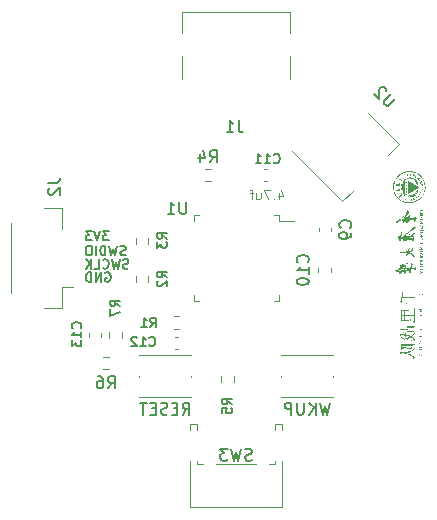
<source format=gbr>
%TF.GenerationSoftware,KiCad,Pcbnew,7.0.7*%
%TF.CreationDate,2023-10-08T01:12:48+08:00*%
%TF.ProjectId,RM_47mm,524d5f34-376d-46d2-9e6b-696361645f70,rev?*%
%TF.SameCoordinates,Original*%
%TF.FileFunction,Legend,Bot*%
%TF.FilePolarity,Positive*%
%FSLAX46Y46*%
G04 Gerber Fmt 4.6, Leading zero omitted, Abs format (unit mm)*
G04 Created by KiCad (PCBNEW 7.0.7) date 2023-10-08 01:12:48*
%MOMM*%
%LPD*%
G01*
G04 APERTURE LIST*
%ADD10C,0.150000*%
%ADD11C,0.140000*%
%ADD12C,0.100000*%
%ADD13C,0.120000*%
G04 APERTURE END LIST*
D10*
X138927255Y-101257390D02*
X139003445Y-101219295D01*
X139003445Y-101219295D02*
X139117731Y-101219295D01*
X139117731Y-101219295D02*
X139232017Y-101257390D01*
X139232017Y-101257390D02*
X139308207Y-101333580D01*
X139308207Y-101333580D02*
X139346302Y-101409771D01*
X139346302Y-101409771D02*
X139384398Y-101562152D01*
X139384398Y-101562152D02*
X139384398Y-101676438D01*
X139384398Y-101676438D02*
X139346302Y-101828819D01*
X139346302Y-101828819D02*
X139308207Y-101905009D01*
X139308207Y-101905009D02*
X139232017Y-101981200D01*
X139232017Y-101981200D02*
X139117731Y-102019295D01*
X139117731Y-102019295D02*
X139041540Y-102019295D01*
X139041540Y-102019295D02*
X138927255Y-101981200D01*
X138927255Y-101981200D02*
X138889159Y-101943104D01*
X138889159Y-101943104D02*
X138889159Y-101676438D01*
X138889159Y-101676438D02*
X139041540Y-101676438D01*
X138546302Y-102019295D02*
X138546302Y-101219295D01*
X138546302Y-101219295D02*
X138089159Y-102019295D01*
X138089159Y-102019295D02*
X138089159Y-101219295D01*
X137708207Y-102019295D02*
X137708207Y-101219295D01*
X137708207Y-101219295D02*
X137517731Y-101219295D01*
X137517731Y-101219295D02*
X137403445Y-101257390D01*
X137403445Y-101257390D02*
X137327255Y-101333580D01*
X137327255Y-101333580D02*
X137289160Y-101409771D01*
X137289160Y-101409771D02*
X137251064Y-101562152D01*
X137251064Y-101562152D02*
X137251064Y-101676438D01*
X137251064Y-101676438D02*
X137289160Y-101828819D01*
X137289160Y-101828819D02*
X137327255Y-101905009D01*
X137327255Y-101905009D02*
X137403445Y-101981200D01*
X137403445Y-101981200D02*
X137517731Y-102019295D01*
X137517731Y-102019295D02*
X137708207Y-102019295D01*
X139193922Y-97719295D02*
X138698684Y-97719295D01*
X138698684Y-97719295D02*
X138965350Y-98024057D01*
X138965350Y-98024057D02*
X138851065Y-98024057D01*
X138851065Y-98024057D02*
X138774874Y-98062152D01*
X138774874Y-98062152D02*
X138736779Y-98100247D01*
X138736779Y-98100247D02*
X138698684Y-98176438D01*
X138698684Y-98176438D02*
X138698684Y-98366914D01*
X138698684Y-98366914D02*
X138736779Y-98443104D01*
X138736779Y-98443104D02*
X138774874Y-98481200D01*
X138774874Y-98481200D02*
X138851065Y-98519295D01*
X138851065Y-98519295D02*
X139079636Y-98519295D01*
X139079636Y-98519295D02*
X139155827Y-98481200D01*
X139155827Y-98481200D02*
X139193922Y-98443104D01*
X138470112Y-97719295D02*
X138203445Y-98519295D01*
X138203445Y-98519295D02*
X137936779Y-97719295D01*
X137746303Y-97719295D02*
X137251065Y-97719295D01*
X137251065Y-97719295D02*
X137517731Y-98024057D01*
X137517731Y-98024057D02*
X137403446Y-98024057D01*
X137403446Y-98024057D02*
X137327255Y-98062152D01*
X137327255Y-98062152D02*
X137289160Y-98100247D01*
X137289160Y-98100247D02*
X137251065Y-98176438D01*
X137251065Y-98176438D02*
X137251065Y-98366914D01*
X137251065Y-98366914D02*
X137289160Y-98443104D01*
X137289160Y-98443104D02*
X137327255Y-98481200D01*
X137327255Y-98481200D02*
X137403446Y-98519295D01*
X137403446Y-98519295D02*
X137632017Y-98519295D01*
X137632017Y-98519295D02*
X137708208Y-98481200D01*
X137708208Y-98481200D02*
X137746303Y-98443104D01*
X140870113Y-100856200D02*
X140755827Y-100894295D01*
X140755827Y-100894295D02*
X140565351Y-100894295D01*
X140565351Y-100894295D02*
X140489160Y-100856200D01*
X140489160Y-100856200D02*
X140451065Y-100818104D01*
X140451065Y-100818104D02*
X140412970Y-100741914D01*
X140412970Y-100741914D02*
X140412970Y-100665723D01*
X140412970Y-100665723D02*
X140451065Y-100589533D01*
X140451065Y-100589533D02*
X140489160Y-100551438D01*
X140489160Y-100551438D02*
X140565351Y-100513342D01*
X140565351Y-100513342D02*
X140717732Y-100475247D01*
X140717732Y-100475247D02*
X140793922Y-100437152D01*
X140793922Y-100437152D02*
X140832017Y-100399057D01*
X140832017Y-100399057D02*
X140870113Y-100322866D01*
X140870113Y-100322866D02*
X140870113Y-100246676D01*
X140870113Y-100246676D02*
X140832017Y-100170485D01*
X140832017Y-100170485D02*
X140793922Y-100132390D01*
X140793922Y-100132390D02*
X140717732Y-100094295D01*
X140717732Y-100094295D02*
X140527255Y-100094295D01*
X140527255Y-100094295D02*
X140412970Y-100132390D01*
X140146303Y-100094295D02*
X139955827Y-100894295D01*
X139955827Y-100894295D02*
X139803446Y-100322866D01*
X139803446Y-100322866D02*
X139651065Y-100894295D01*
X139651065Y-100894295D02*
X139460589Y-100094295D01*
X138698683Y-100818104D02*
X138736779Y-100856200D01*
X138736779Y-100856200D02*
X138851064Y-100894295D01*
X138851064Y-100894295D02*
X138927255Y-100894295D01*
X138927255Y-100894295D02*
X139041541Y-100856200D01*
X139041541Y-100856200D02*
X139117731Y-100780009D01*
X139117731Y-100780009D02*
X139155826Y-100703819D01*
X139155826Y-100703819D02*
X139193922Y-100551438D01*
X139193922Y-100551438D02*
X139193922Y-100437152D01*
X139193922Y-100437152D02*
X139155826Y-100284771D01*
X139155826Y-100284771D02*
X139117731Y-100208580D01*
X139117731Y-100208580D02*
X139041541Y-100132390D01*
X139041541Y-100132390D02*
X138927255Y-100094295D01*
X138927255Y-100094295D02*
X138851064Y-100094295D01*
X138851064Y-100094295D02*
X138736779Y-100132390D01*
X138736779Y-100132390D02*
X138698683Y-100170485D01*
X137974874Y-100894295D02*
X138355826Y-100894295D01*
X138355826Y-100894295D02*
X138355826Y-100094295D01*
X137708207Y-100894295D02*
X137708207Y-100094295D01*
X137251064Y-100894295D02*
X137593922Y-100437152D01*
X137251064Y-100094295D02*
X137708207Y-100551438D01*
X140641541Y-99731200D02*
X140527255Y-99769295D01*
X140527255Y-99769295D02*
X140336779Y-99769295D01*
X140336779Y-99769295D02*
X140260588Y-99731200D01*
X140260588Y-99731200D02*
X140222493Y-99693104D01*
X140222493Y-99693104D02*
X140184398Y-99616914D01*
X140184398Y-99616914D02*
X140184398Y-99540723D01*
X140184398Y-99540723D02*
X140222493Y-99464533D01*
X140222493Y-99464533D02*
X140260588Y-99426438D01*
X140260588Y-99426438D02*
X140336779Y-99388342D01*
X140336779Y-99388342D02*
X140489160Y-99350247D01*
X140489160Y-99350247D02*
X140565350Y-99312152D01*
X140565350Y-99312152D02*
X140603445Y-99274057D01*
X140603445Y-99274057D02*
X140641541Y-99197866D01*
X140641541Y-99197866D02*
X140641541Y-99121676D01*
X140641541Y-99121676D02*
X140603445Y-99045485D01*
X140603445Y-99045485D02*
X140565350Y-99007390D01*
X140565350Y-99007390D02*
X140489160Y-98969295D01*
X140489160Y-98969295D02*
X140298683Y-98969295D01*
X140298683Y-98969295D02*
X140184398Y-99007390D01*
X139917731Y-98969295D02*
X139727255Y-99769295D01*
X139727255Y-99769295D02*
X139574874Y-99197866D01*
X139574874Y-99197866D02*
X139422493Y-99769295D01*
X139422493Y-99769295D02*
X139232017Y-98969295D01*
X138927254Y-99769295D02*
X138927254Y-98969295D01*
X138927254Y-98969295D02*
X138736778Y-98969295D01*
X138736778Y-98969295D02*
X138622492Y-99007390D01*
X138622492Y-99007390D02*
X138546302Y-99083580D01*
X138546302Y-99083580D02*
X138508207Y-99159771D01*
X138508207Y-99159771D02*
X138470111Y-99312152D01*
X138470111Y-99312152D02*
X138470111Y-99426438D01*
X138470111Y-99426438D02*
X138508207Y-99578819D01*
X138508207Y-99578819D02*
X138546302Y-99655009D01*
X138546302Y-99655009D02*
X138622492Y-99731200D01*
X138622492Y-99731200D02*
X138736778Y-99769295D01*
X138736778Y-99769295D02*
X138927254Y-99769295D01*
X138127254Y-99769295D02*
X138127254Y-98969295D01*
X137593921Y-98969295D02*
X137441540Y-98969295D01*
X137441540Y-98969295D02*
X137365350Y-99007390D01*
X137365350Y-99007390D02*
X137289159Y-99083580D01*
X137289159Y-99083580D02*
X137251064Y-99235961D01*
X137251064Y-99235961D02*
X137251064Y-99502628D01*
X137251064Y-99502628D02*
X137289159Y-99655009D01*
X137289159Y-99655009D02*
X137365350Y-99731200D01*
X137365350Y-99731200D02*
X137441540Y-99769295D01*
X137441540Y-99769295D02*
X137593921Y-99769295D01*
X137593921Y-99769295D02*
X137670112Y-99731200D01*
X137670112Y-99731200D02*
X137746302Y-99655009D01*
X137746302Y-99655009D02*
X137784398Y-99502628D01*
X137784398Y-99502628D02*
X137784398Y-99235961D01*
X137784398Y-99235961D02*
X137746302Y-99083580D01*
X137746302Y-99083580D02*
X137670112Y-99007390D01*
X137670112Y-99007390D02*
X137593921Y-98969295D01*
X163484249Y-86513246D02*
X162911829Y-87085666D01*
X162911829Y-87085666D02*
X162810814Y-87119338D01*
X162810814Y-87119338D02*
X162743470Y-87119338D01*
X162743470Y-87119338D02*
X162642455Y-87085666D01*
X162642455Y-87085666D02*
X162507768Y-86950979D01*
X162507768Y-86950979D02*
X162474096Y-86849964D01*
X162474096Y-86849964D02*
X162474096Y-86782620D01*
X162474096Y-86782620D02*
X162507768Y-86681605D01*
X162507768Y-86681605D02*
X163080188Y-86109185D01*
X162709798Y-85873483D02*
X162709798Y-85806140D01*
X162709798Y-85806140D02*
X162676127Y-85705124D01*
X162676127Y-85705124D02*
X162507768Y-85536766D01*
X162507768Y-85536766D02*
X162406753Y-85503094D01*
X162406753Y-85503094D02*
X162339409Y-85503094D01*
X162339409Y-85503094D02*
X162238394Y-85536766D01*
X162238394Y-85536766D02*
X162171050Y-85604109D01*
X162171050Y-85604109D02*
X162103707Y-85738796D01*
X162103707Y-85738796D02*
X162103707Y-86546918D01*
X162103707Y-86546918D02*
X161665974Y-86109185D01*
X150193333Y-88354819D02*
X150193333Y-89069104D01*
X150193333Y-89069104D02*
X150240952Y-89211961D01*
X150240952Y-89211961D02*
X150336190Y-89307200D01*
X150336190Y-89307200D02*
X150479047Y-89354819D01*
X150479047Y-89354819D02*
X150574285Y-89354819D01*
X149193333Y-89354819D02*
X149764761Y-89354819D01*
X149479047Y-89354819D02*
X149479047Y-88354819D01*
X149479047Y-88354819D02*
X149574285Y-88497676D01*
X149574285Y-88497676D02*
X149669523Y-88592914D01*
X149669523Y-88592914D02*
X149764761Y-88640533D01*
X134074819Y-93646666D02*
X134789104Y-93646666D01*
X134789104Y-93646666D02*
X134931961Y-93599047D01*
X134931961Y-93599047D02*
X135027200Y-93503809D01*
X135027200Y-93503809D02*
X135074819Y-93360952D01*
X135074819Y-93360952D02*
X135074819Y-93265714D01*
X134170057Y-94075238D02*
X134122438Y-94122857D01*
X134122438Y-94122857D02*
X134074819Y-94218095D01*
X134074819Y-94218095D02*
X134074819Y-94456190D01*
X134074819Y-94456190D02*
X134122438Y-94551428D01*
X134122438Y-94551428D02*
X134170057Y-94599047D01*
X134170057Y-94599047D02*
X134265295Y-94646666D01*
X134265295Y-94646666D02*
X134360533Y-94646666D01*
X134360533Y-94646666D02*
X134503390Y-94599047D01*
X134503390Y-94599047D02*
X135074819Y-94027619D01*
X135074819Y-94027619D02*
X135074819Y-94646666D01*
X144114031Y-98360610D02*
X143733078Y-98093943D01*
X144114031Y-97903467D02*
X143314031Y-97903467D01*
X143314031Y-97903467D02*
X143314031Y-98208229D01*
X143314031Y-98208229D02*
X143352126Y-98284419D01*
X143352126Y-98284419D02*
X143390221Y-98322514D01*
X143390221Y-98322514D02*
X143466412Y-98360610D01*
X143466412Y-98360610D02*
X143580697Y-98360610D01*
X143580697Y-98360610D02*
X143656888Y-98322514D01*
X143656888Y-98322514D02*
X143694983Y-98284419D01*
X143694983Y-98284419D02*
X143733078Y-98208229D01*
X143733078Y-98208229D02*
X143733078Y-97903467D01*
X143314031Y-98627276D02*
X143314031Y-99122514D01*
X143314031Y-99122514D02*
X143618793Y-98855848D01*
X143618793Y-98855848D02*
X143618793Y-98970133D01*
X143618793Y-98970133D02*
X143656888Y-99046324D01*
X143656888Y-99046324D02*
X143694983Y-99084419D01*
X143694983Y-99084419D02*
X143771174Y-99122514D01*
X143771174Y-99122514D02*
X143961650Y-99122514D01*
X143961650Y-99122514D02*
X144037840Y-99084419D01*
X144037840Y-99084419D02*
X144075936Y-99046324D01*
X144075936Y-99046324D02*
X144114031Y-98970133D01*
X144114031Y-98970133D02*
X144114031Y-98741562D01*
X144114031Y-98741562D02*
X144075936Y-98665371D01*
X144075936Y-98665371D02*
X144037840Y-98627276D01*
X140136609Y-104076242D02*
X139755656Y-103809575D01*
X140136609Y-103619099D02*
X139336609Y-103619099D01*
X139336609Y-103619099D02*
X139336609Y-103923861D01*
X139336609Y-103923861D02*
X139374704Y-104000051D01*
X139374704Y-104000051D02*
X139412799Y-104038146D01*
X139412799Y-104038146D02*
X139488990Y-104076242D01*
X139488990Y-104076242D02*
X139603275Y-104076242D01*
X139603275Y-104076242D02*
X139679466Y-104038146D01*
X139679466Y-104038146D02*
X139717561Y-104000051D01*
X139717561Y-104000051D02*
X139755656Y-103923861D01*
X139755656Y-103923861D02*
X139755656Y-103619099D01*
X139336609Y-104342908D02*
X139336609Y-104876242D01*
X139336609Y-104876242D02*
X140136609Y-104533384D01*
X147766666Y-91894819D02*
X148099999Y-91418628D01*
X148338094Y-91894819D02*
X148338094Y-90894819D01*
X148338094Y-90894819D02*
X147957142Y-90894819D01*
X147957142Y-90894819D02*
X147861904Y-90942438D01*
X147861904Y-90942438D02*
X147814285Y-90990057D01*
X147814285Y-90990057D02*
X147766666Y-91085295D01*
X147766666Y-91085295D02*
X147766666Y-91228152D01*
X147766666Y-91228152D02*
X147814285Y-91323390D01*
X147814285Y-91323390D02*
X147861904Y-91371009D01*
X147861904Y-91371009D02*
X147957142Y-91418628D01*
X147957142Y-91418628D02*
X148338094Y-91418628D01*
X146909523Y-91228152D02*
X146909523Y-91894819D01*
X147147618Y-90847200D02*
X147385713Y-91561485D01*
X147385713Y-91561485D02*
X146766666Y-91561485D01*
X145761904Y-95254819D02*
X145761904Y-96064342D01*
X145761904Y-96064342D02*
X145714285Y-96159580D01*
X145714285Y-96159580D02*
X145666666Y-96207200D01*
X145666666Y-96207200D02*
X145571428Y-96254819D01*
X145571428Y-96254819D02*
X145380952Y-96254819D01*
X145380952Y-96254819D02*
X145285714Y-96207200D01*
X145285714Y-96207200D02*
X145238095Y-96159580D01*
X145238095Y-96159580D02*
X145190476Y-96064342D01*
X145190476Y-96064342D02*
X145190476Y-95254819D01*
X144190476Y-96254819D02*
X144761904Y-96254819D01*
X144476190Y-96254819D02*
X144476190Y-95254819D01*
X144476190Y-95254819D02*
X144571428Y-95397676D01*
X144571428Y-95397676D02*
X144666666Y-95492914D01*
X144666666Y-95492914D02*
X144761904Y-95540533D01*
X157952380Y-112254819D02*
X157714285Y-113254819D01*
X157714285Y-113254819D02*
X157523809Y-112540533D01*
X157523809Y-112540533D02*
X157333333Y-113254819D01*
X157333333Y-113254819D02*
X157095238Y-112254819D01*
X156714285Y-113254819D02*
X156714285Y-112254819D01*
X156142857Y-113254819D02*
X156571428Y-112683390D01*
X156142857Y-112254819D02*
X156714285Y-112826247D01*
X155714285Y-112254819D02*
X155714285Y-113064342D01*
X155714285Y-113064342D02*
X155666666Y-113159580D01*
X155666666Y-113159580D02*
X155619047Y-113207200D01*
X155619047Y-113207200D02*
X155523809Y-113254819D01*
X155523809Y-113254819D02*
X155333333Y-113254819D01*
X155333333Y-113254819D02*
X155238095Y-113207200D01*
X155238095Y-113207200D02*
X155190476Y-113159580D01*
X155190476Y-113159580D02*
X155142857Y-113064342D01*
X155142857Y-113064342D02*
X155142857Y-112254819D01*
X154666666Y-113254819D02*
X154666666Y-112254819D01*
X154666666Y-112254819D02*
X154285714Y-112254819D01*
X154285714Y-112254819D02*
X154190476Y-112302438D01*
X154190476Y-112302438D02*
X154142857Y-112350057D01*
X154142857Y-112350057D02*
X154095238Y-112445295D01*
X154095238Y-112445295D02*
X154095238Y-112588152D01*
X154095238Y-112588152D02*
X154142857Y-112683390D01*
X154142857Y-112683390D02*
X154190476Y-112731009D01*
X154190476Y-112731009D02*
X154285714Y-112778628D01*
X154285714Y-112778628D02*
X154666666Y-112778628D01*
X159639580Y-97433333D02*
X159687200Y-97385714D01*
X159687200Y-97385714D02*
X159734819Y-97242857D01*
X159734819Y-97242857D02*
X159734819Y-97147619D01*
X159734819Y-97147619D02*
X159687200Y-97004762D01*
X159687200Y-97004762D02*
X159591961Y-96909524D01*
X159591961Y-96909524D02*
X159496723Y-96861905D01*
X159496723Y-96861905D02*
X159306247Y-96814286D01*
X159306247Y-96814286D02*
X159163390Y-96814286D01*
X159163390Y-96814286D02*
X158972914Y-96861905D01*
X158972914Y-96861905D02*
X158877676Y-96909524D01*
X158877676Y-96909524D02*
X158782438Y-97004762D01*
X158782438Y-97004762D02*
X158734819Y-97147619D01*
X158734819Y-97147619D02*
X158734819Y-97242857D01*
X158734819Y-97242857D02*
X158782438Y-97385714D01*
X158782438Y-97385714D02*
X158830057Y-97433333D01*
X159734819Y-97909524D02*
X159734819Y-98100000D01*
X159734819Y-98100000D02*
X159687200Y-98195238D01*
X159687200Y-98195238D02*
X159639580Y-98242857D01*
X159639580Y-98242857D02*
X159496723Y-98338095D01*
X159496723Y-98338095D02*
X159306247Y-98385714D01*
X159306247Y-98385714D02*
X158925295Y-98385714D01*
X158925295Y-98385714D02*
X158830057Y-98338095D01*
X158830057Y-98338095D02*
X158782438Y-98290476D01*
X158782438Y-98290476D02*
X158734819Y-98195238D01*
X158734819Y-98195238D02*
X158734819Y-98004762D01*
X158734819Y-98004762D02*
X158782438Y-97909524D01*
X158782438Y-97909524D02*
X158830057Y-97861905D01*
X158830057Y-97861905D02*
X158925295Y-97814286D01*
X158925295Y-97814286D02*
X159163390Y-97814286D01*
X159163390Y-97814286D02*
X159258628Y-97861905D01*
X159258628Y-97861905D02*
X159306247Y-97909524D01*
X159306247Y-97909524D02*
X159353866Y-98004762D01*
X159353866Y-98004762D02*
X159353866Y-98195238D01*
X159353866Y-98195238D02*
X159306247Y-98290476D01*
X159306247Y-98290476D02*
X159258628Y-98338095D01*
X159258628Y-98338095D02*
X159163390Y-98385714D01*
D11*
X153174252Y-91892116D02*
X153212348Y-91930212D01*
X153212348Y-91930212D02*
X153326633Y-91968307D01*
X153326633Y-91968307D02*
X153402824Y-91968307D01*
X153402824Y-91968307D02*
X153517110Y-91930212D01*
X153517110Y-91930212D02*
X153593300Y-91854021D01*
X153593300Y-91854021D02*
X153631395Y-91777831D01*
X153631395Y-91777831D02*
X153669491Y-91625450D01*
X153669491Y-91625450D02*
X153669491Y-91511164D01*
X153669491Y-91511164D02*
X153631395Y-91358783D01*
X153631395Y-91358783D02*
X153593300Y-91282592D01*
X153593300Y-91282592D02*
X153517110Y-91206402D01*
X153517110Y-91206402D02*
X153402824Y-91168307D01*
X153402824Y-91168307D02*
X153326633Y-91168307D01*
X153326633Y-91168307D02*
X153212348Y-91206402D01*
X153212348Y-91206402D02*
X153174252Y-91244497D01*
X152412348Y-91968307D02*
X152869491Y-91968307D01*
X152640919Y-91968307D02*
X152640919Y-91168307D01*
X152640919Y-91168307D02*
X152717110Y-91282592D01*
X152717110Y-91282592D02*
X152793300Y-91358783D01*
X152793300Y-91358783D02*
X152869491Y-91396878D01*
X151650443Y-91968307D02*
X152107586Y-91968307D01*
X151879014Y-91968307D02*
X151879014Y-91168307D01*
X151879014Y-91168307D02*
X151955205Y-91282592D01*
X151955205Y-91282592D02*
X152031395Y-91358783D01*
X152031395Y-91358783D02*
X152107586Y-91396878D01*
D12*
X153618080Y-94509780D02*
X153618080Y-95043114D01*
X153808556Y-94205019D02*
X153999033Y-94776447D01*
X153999033Y-94776447D02*
X153503794Y-94776447D01*
X153199032Y-94966923D02*
X153160937Y-95005019D01*
X153160937Y-95005019D02*
X153199032Y-95043114D01*
X153199032Y-95043114D02*
X153237128Y-95005019D01*
X153237128Y-95005019D02*
X153199032Y-94966923D01*
X153199032Y-94966923D02*
X153199032Y-95043114D01*
X152894271Y-94243114D02*
X152360937Y-94243114D01*
X152360937Y-94243114D02*
X152703795Y-95043114D01*
X151713318Y-94509780D02*
X151713318Y-95043114D01*
X152056175Y-94509780D02*
X152056175Y-94928828D01*
X152056175Y-94928828D02*
X152018080Y-95005019D01*
X152018080Y-95005019D02*
X151941890Y-95043114D01*
X151941890Y-95043114D02*
X151827604Y-95043114D01*
X151827604Y-95043114D02*
X151751413Y-95005019D01*
X151751413Y-95005019D02*
X151713318Y-94966923D01*
X151446651Y-94509780D02*
X151141889Y-94509780D01*
X151332365Y-95043114D02*
X151332365Y-94357399D01*
X151332365Y-94357399D02*
X151294270Y-94281209D01*
X151294270Y-94281209D02*
X151218080Y-94243114D01*
X151218080Y-94243114D02*
X151141889Y-94243114D01*
D10*
X142641693Y-107400730D02*
X142679789Y-107438826D01*
X142679789Y-107438826D02*
X142794074Y-107476921D01*
X142794074Y-107476921D02*
X142870265Y-107476921D01*
X142870265Y-107476921D02*
X142984551Y-107438826D01*
X142984551Y-107438826D02*
X143060741Y-107362635D01*
X143060741Y-107362635D02*
X143098836Y-107286445D01*
X143098836Y-107286445D02*
X143136932Y-107134064D01*
X143136932Y-107134064D02*
X143136932Y-107019778D01*
X143136932Y-107019778D02*
X143098836Y-106867397D01*
X143098836Y-106867397D02*
X143060741Y-106791206D01*
X143060741Y-106791206D02*
X142984551Y-106715016D01*
X142984551Y-106715016D02*
X142870265Y-106676921D01*
X142870265Y-106676921D02*
X142794074Y-106676921D01*
X142794074Y-106676921D02*
X142679789Y-106715016D01*
X142679789Y-106715016D02*
X142641693Y-106753111D01*
X141879789Y-107476921D02*
X142336932Y-107476921D01*
X142108360Y-107476921D02*
X142108360Y-106676921D01*
X142108360Y-106676921D02*
X142184551Y-106791206D01*
X142184551Y-106791206D02*
X142260741Y-106867397D01*
X142260741Y-106867397D02*
X142336932Y-106905492D01*
X141575027Y-106753111D02*
X141536931Y-106715016D01*
X141536931Y-106715016D02*
X141460741Y-106676921D01*
X141460741Y-106676921D02*
X141270265Y-106676921D01*
X141270265Y-106676921D02*
X141194074Y-106715016D01*
X141194074Y-106715016D02*
X141155979Y-106753111D01*
X141155979Y-106753111D02*
X141117884Y-106829302D01*
X141117884Y-106829302D02*
X141117884Y-106905492D01*
X141117884Y-106905492D02*
X141155979Y-107019778D01*
X141155979Y-107019778D02*
X141613122Y-107476921D01*
X141613122Y-107476921D02*
X141117884Y-107476921D01*
X136819199Y-105946673D02*
X136857295Y-105908577D01*
X136857295Y-105908577D02*
X136895390Y-105794292D01*
X136895390Y-105794292D02*
X136895390Y-105718101D01*
X136895390Y-105718101D02*
X136857295Y-105603815D01*
X136857295Y-105603815D02*
X136781104Y-105527625D01*
X136781104Y-105527625D02*
X136704914Y-105489530D01*
X136704914Y-105489530D02*
X136552533Y-105451434D01*
X136552533Y-105451434D02*
X136438247Y-105451434D01*
X136438247Y-105451434D02*
X136285866Y-105489530D01*
X136285866Y-105489530D02*
X136209675Y-105527625D01*
X136209675Y-105527625D02*
X136133485Y-105603815D01*
X136133485Y-105603815D02*
X136095390Y-105718101D01*
X136095390Y-105718101D02*
X136095390Y-105794292D01*
X136095390Y-105794292D02*
X136133485Y-105908577D01*
X136133485Y-105908577D02*
X136171580Y-105946673D01*
X136895390Y-106708577D02*
X136895390Y-106251434D01*
X136895390Y-106480006D02*
X136095390Y-106480006D01*
X136095390Y-106480006D02*
X136209675Y-106403815D01*
X136209675Y-106403815D02*
X136285866Y-106327625D01*
X136285866Y-106327625D02*
X136323961Y-106251434D01*
X136095390Y-106975244D02*
X136095390Y-107470482D01*
X136095390Y-107470482D02*
X136400152Y-107203816D01*
X136400152Y-107203816D02*
X136400152Y-107318101D01*
X136400152Y-107318101D02*
X136438247Y-107394292D01*
X136438247Y-107394292D02*
X136476342Y-107432387D01*
X136476342Y-107432387D02*
X136552533Y-107470482D01*
X136552533Y-107470482D02*
X136743009Y-107470482D01*
X136743009Y-107470482D02*
X136819199Y-107432387D01*
X136819199Y-107432387D02*
X136857295Y-107394292D01*
X136857295Y-107394292D02*
X136895390Y-107318101D01*
X136895390Y-107318101D02*
X136895390Y-107089530D01*
X136895390Y-107089530D02*
X136857295Y-107013339D01*
X136857295Y-107013339D02*
X136819199Y-106975244D01*
X139127887Y-111028565D02*
X139461220Y-110552374D01*
X139699315Y-111028565D02*
X139699315Y-110028565D01*
X139699315Y-110028565D02*
X139318363Y-110028565D01*
X139318363Y-110028565D02*
X139223125Y-110076184D01*
X139223125Y-110076184D02*
X139175506Y-110123803D01*
X139175506Y-110123803D02*
X139127887Y-110219041D01*
X139127887Y-110219041D02*
X139127887Y-110361898D01*
X139127887Y-110361898D02*
X139175506Y-110457136D01*
X139175506Y-110457136D02*
X139223125Y-110504755D01*
X139223125Y-110504755D02*
X139318363Y-110552374D01*
X139318363Y-110552374D02*
X139699315Y-110552374D01*
X138270744Y-110028565D02*
X138461220Y-110028565D01*
X138461220Y-110028565D02*
X138556458Y-110076184D01*
X138556458Y-110076184D02*
X138604077Y-110123803D01*
X138604077Y-110123803D02*
X138699315Y-110266660D01*
X138699315Y-110266660D02*
X138746934Y-110457136D01*
X138746934Y-110457136D02*
X138746934Y-110838088D01*
X138746934Y-110838088D02*
X138699315Y-110933326D01*
X138699315Y-110933326D02*
X138651696Y-110980946D01*
X138651696Y-110980946D02*
X138556458Y-111028565D01*
X138556458Y-111028565D02*
X138365982Y-111028565D01*
X138365982Y-111028565D02*
X138270744Y-110980946D01*
X138270744Y-110980946D02*
X138223125Y-110933326D01*
X138223125Y-110933326D02*
X138175506Y-110838088D01*
X138175506Y-110838088D02*
X138175506Y-110599993D01*
X138175506Y-110599993D02*
X138223125Y-110504755D01*
X138223125Y-110504755D02*
X138270744Y-110457136D01*
X138270744Y-110457136D02*
X138365982Y-110409517D01*
X138365982Y-110409517D02*
X138556458Y-110409517D01*
X138556458Y-110409517D02*
X138651696Y-110457136D01*
X138651696Y-110457136D02*
X138699315Y-110504755D01*
X138699315Y-110504755D02*
X138746934Y-110599993D01*
X144102168Y-101646885D02*
X143721215Y-101380218D01*
X144102168Y-101189742D02*
X143302168Y-101189742D01*
X143302168Y-101189742D02*
X143302168Y-101494504D01*
X143302168Y-101494504D02*
X143340263Y-101570694D01*
X143340263Y-101570694D02*
X143378358Y-101608789D01*
X143378358Y-101608789D02*
X143454549Y-101646885D01*
X143454549Y-101646885D02*
X143568834Y-101646885D01*
X143568834Y-101646885D02*
X143645025Y-101608789D01*
X143645025Y-101608789D02*
X143683120Y-101570694D01*
X143683120Y-101570694D02*
X143721215Y-101494504D01*
X143721215Y-101494504D02*
X143721215Y-101189742D01*
X143378358Y-101951646D02*
X143340263Y-101989742D01*
X143340263Y-101989742D02*
X143302168Y-102065932D01*
X143302168Y-102065932D02*
X143302168Y-102256408D01*
X143302168Y-102256408D02*
X143340263Y-102332599D01*
X143340263Y-102332599D02*
X143378358Y-102370694D01*
X143378358Y-102370694D02*
X143454549Y-102408789D01*
X143454549Y-102408789D02*
X143530739Y-102408789D01*
X143530739Y-102408789D02*
X143645025Y-102370694D01*
X143645025Y-102370694D02*
X144102168Y-101913551D01*
X144102168Y-101913551D02*
X144102168Y-102408789D01*
X149630088Y-112398411D02*
X149249135Y-112131744D01*
X149630088Y-111941268D02*
X148830088Y-111941268D01*
X148830088Y-111941268D02*
X148830088Y-112246030D01*
X148830088Y-112246030D02*
X148868183Y-112322220D01*
X148868183Y-112322220D02*
X148906278Y-112360315D01*
X148906278Y-112360315D02*
X148982469Y-112398411D01*
X148982469Y-112398411D02*
X149096754Y-112398411D01*
X149096754Y-112398411D02*
X149172945Y-112360315D01*
X149172945Y-112360315D02*
X149211040Y-112322220D01*
X149211040Y-112322220D02*
X149249135Y-112246030D01*
X149249135Y-112246030D02*
X149249135Y-111941268D01*
X148830088Y-113122220D02*
X148830088Y-112741268D01*
X148830088Y-112741268D02*
X149211040Y-112703172D01*
X149211040Y-112703172D02*
X149172945Y-112741268D01*
X149172945Y-112741268D02*
X149134850Y-112817458D01*
X149134850Y-112817458D02*
X149134850Y-113007934D01*
X149134850Y-113007934D02*
X149172945Y-113084125D01*
X149172945Y-113084125D02*
X149211040Y-113122220D01*
X149211040Y-113122220D02*
X149287231Y-113160315D01*
X149287231Y-113160315D02*
X149477707Y-113160315D01*
X149477707Y-113160315D02*
X149553897Y-113122220D01*
X149553897Y-113122220D02*
X149591993Y-113084125D01*
X149591993Y-113084125D02*
X149630088Y-113007934D01*
X149630088Y-113007934D02*
X149630088Y-112817458D01*
X149630088Y-112817458D02*
X149591993Y-112741268D01*
X149591993Y-112741268D02*
X149553897Y-112703172D01*
X142735710Y-105844698D02*
X143002377Y-105463745D01*
X143192853Y-105844698D02*
X143192853Y-105044698D01*
X143192853Y-105044698D02*
X142888091Y-105044698D01*
X142888091Y-105044698D02*
X142811901Y-105082793D01*
X142811901Y-105082793D02*
X142773806Y-105120888D01*
X142773806Y-105120888D02*
X142735710Y-105197079D01*
X142735710Y-105197079D02*
X142735710Y-105311364D01*
X142735710Y-105311364D02*
X142773806Y-105387555D01*
X142773806Y-105387555D02*
X142811901Y-105425650D01*
X142811901Y-105425650D02*
X142888091Y-105463745D01*
X142888091Y-105463745D02*
X143192853Y-105463745D01*
X141973806Y-105844698D02*
X142430949Y-105844698D01*
X142202377Y-105844698D02*
X142202377Y-105044698D01*
X142202377Y-105044698D02*
X142278568Y-105158983D01*
X142278568Y-105158983D02*
X142354758Y-105235174D01*
X142354758Y-105235174D02*
X142430949Y-105273269D01*
X151316241Y-117101352D02*
X151173384Y-117148971D01*
X151173384Y-117148971D02*
X150935289Y-117148971D01*
X150935289Y-117148971D02*
X150840051Y-117101352D01*
X150840051Y-117101352D02*
X150792432Y-117053732D01*
X150792432Y-117053732D02*
X150744813Y-116958494D01*
X150744813Y-116958494D02*
X150744813Y-116863256D01*
X150744813Y-116863256D02*
X150792432Y-116768018D01*
X150792432Y-116768018D02*
X150840051Y-116720399D01*
X150840051Y-116720399D02*
X150935289Y-116672780D01*
X150935289Y-116672780D02*
X151125765Y-116625161D01*
X151125765Y-116625161D02*
X151221003Y-116577542D01*
X151221003Y-116577542D02*
X151268622Y-116529923D01*
X151268622Y-116529923D02*
X151316241Y-116434685D01*
X151316241Y-116434685D02*
X151316241Y-116339447D01*
X151316241Y-116339447D02*
X151268622Y-116244209D01*
X151268622Y-116244209D02*
X151221003Y-116196590D01*
X151221003Y-116196590D02*
X151125765Y-116148971D01*
X151125765Y-116148971D02*
X150887670Y-116148971D01*
X150887670Y-116148971D02*
X150744813Y-116196590D01*
X150411479Y-116148971D02*
X150173384Y-117148971D01*
X150173384Y-117148971D02*
X149982908Y-116434685D01*
X149982908Y-116434685D02*
X149792432Y-117148971D01*
X149792432Y-117148971D02*
X149554337Y-116148971D01*
X149268622Y-116148971D02*
X148649575Y-116148971D01*
X148649575Y-116148971D02*
X148982908Y-116529923D01*
X148982908Y-116529923D02*
X148840051Y-116529923D01*
X148840051Y-116529923D02*
X148744813Y-116577542D01*
X148744813Y-116577542D02*
X148697194Y-116625161D01*
X148697194Y-116625161D02*
X148649575Y-116720399D01*
X148649575Y-116720399D02*
X148649575Y-116958494D01*
X148649575Y-116958494D02*
X148697194Y-117053732D01*
X148697194Y-117053732D02*
X148744813Y-117101352D01*
X148744813Y-117101352D02*
X148840051Y-117148971D01*
X148840051Y-117148971D02*
X149125765Y-117148971D01*
X149125765Y-117148971D02*
X149221003Y-117101352D01*
X149221003Y-117101352D02*
X149268622Y-117053732D01*
X156034279Y-100375007D02*
X156081899Y-100327388D01*
X156081899Y-100327388D02*
X156129518Y-100184531D01*
X156129518Y-100184531D02*
X156129518Y-100089293D01*
X156129518Y-100089293D02*
X156081899Y-99946436D01*
X156081899Y-99946436D02*
X155986660Y-99851198D01*
X155986660Y-99851198D02*
X155891422Y-99803579D01*
X155891422Y-99803579D02*
X155700946Y-99755960D01*
X155700946Y-99755960D02*
X155558089Y-99755960D01*
X155558089Y-99755960D02*
X155367613Y-99803579D01*
X155367613Y-99803579D02*
X155272375Y-99851198D01*
X155272375Y-99851198D02*
X155177137Y-99946436D01*
X155177137Y-99946436D02*
X155129518Y-100089293D01*
X155129518Y-100089293D02*
X155129518Y-100184531D01*
X155129518Y-100184531D02*
X155177137Y-100327388D01*
X155177137Y-100327388D02*
X155224756Y-100375007D01*
X156129518Y-101327388D02*
X156129518Y-100755960D01*
X156129518Y-101041674D02*
X155129518Y-101041674D01*
X155129518Y-101041674D02*
X155272375Y-100946436D01*
X155272375Y-100946436D02*
X155367613Y-100851198D01*
X155367613Y-100851198D02*
X155415232Y-100755960D01*
X155129518Y-101946436D02*
X155129518Y-102041674D01*
X155129518Y-102041674D02*
X155177137Y-102136912D01*
X155177137Y-102136912D02*
X155224756Y-102184531D01*
X155224756Y-102184531D02*
X155319994Y-102232150D01*
X155319994Y-102232150D02*
X155510470Y-102279769D01*
X155510470Y-102279769D02*
X155748565Y-102279769D01*
X155748565Y-102279769D02*
X155939041Y-102232150D01*
X155939041Y-102232150D02*
X156034279Y-102184531D01*
X156034279Y-102184531D02*
X156081899Y-102136912D01*
X156081899Y-102136912D02*
X156129518Y-102041674D01*
X156129518Y-102041674D02*
X156129518Y-101946436D01*
X156129518Y-101946436D02*
X156081899Y-101851198D01*
X156081899Y-101851198D02*
X156034279Y-101803579D01*
X156034279Y-101803579D02*
X155939041Y-101755960D01*
X155939041Y-101755960D02*
X155748565Y-101708341D01*
X155748565Y-101708341D02*
X155510470Y-101708341D01*
X155510470Y-101708341D02*
X155319994Y-101755960D01*
X155319994Y-101755960D02*
X155224756Y-101803579D01*
X155224756Y-101803579D02*
X155177137Y-101851198D01*
X155177137Y-101851198D02*
X155129518Y-101946436D01*
X145452381Y-113254819D02*
X145785714Y-112778628D01*
X146023809Y-113254819D02*
X146023809Y-112254819D01*
X146023809Y-112254819D02*
X145642857Y-112254819D01*
X145642857Y-112254819D02*
X145547619Y-112302438D01*
X145547619Y-112302438D02*
X145500000Y-112350057D01*
X145500000Y-112350057D02*
X145452381Y-112445295D01*
X145452381Y-112445295D02*
X145452381Y-112588152D01*
X145452381Y-112588152D02*
X145500000Y-112683390D01*
X145500000Y-112683390D02*
X145547619Y-112731009D01*
X145547619Y-112731009D02*
X145642857Y-112778628D01*
X145642857Y-112778628D02*
X146023809Y-112778628D01*
X145023809Y-112731009D02*
X144690476Y-112731009D01*
X144547619Y-113254819D02*
X145023809Y-113254819D01*
X145023809Y-113254819D02*
X145023809Y-112254819D01*
X145023809Y-112254819D02*
X144547619Y-112254819D01*
X144166666Y-113207200D02*
X144023809Y-113254819D01*
X144023809Y-113254819D02*
X143785714Y-113254819D01*
X143785714Y-113254819D02*
X143690476Y-113207200D01*
X143690476Y-113207200D02*
X143642857Y-113159580D01*
X143642857Y-113159580D02*
X143595238Y-113064342D01*
X143595238Y-113064342D02*
X143595238Y-112969104D01*
X143595238Y-112969104D02*
X143642857Y-112873866D01*
X143642857Y-112873866D02*
X143690476Y-112826247D01*
X143690476Y-112826247D02*
X143785714Y-112778628D01*
X143785714Y-112778628D02*
X143976190Y-112731009D01*
X143976190Y-112731009D02*
X144071428Y-112683390D01*
X144071428Y-112683390D02*
X144119047Y-112635771D01*
X144119047Y-112635771D02*
X144166666Y-112540533D01*
X144166666Y-112540533D02*
X144166666Y-112445295D01*
X144166666Y-112445295D02*
X144119047Y-112350057D01*
X144119047Y-112350057D02*
X144071428Y-112302438D01*
X144071428Y-112302438D02*
X143976190Y-112254819D01*
X143976190Y-112254819D02*
X143738095Y-112254819D01*
X143738095Y-112254819D02*
X143595238Y-112302438D01*
X143166666Y-112731009D02*
X142833333Y-112731009D01*
X142690476Y-113254819D02*
X143166666Y-113254819D01*
X143166666Y-113254819D02*
X143166666Y-112254819D01*
X143166666Y-112254819D02*
X142690476Y-112254819D01*
X142404761Y-112254819D02*
X141833333Y-112254819D01*
X142119047Y-113254819D02*
X142119047Y-112254819D01*
%TO.C,G\u002A\u002A\u002A*%
G36*
X165039348Y-92932184D02*
G01*
X165032950Y-92938582D01*
X165026552Y-92932184D01*
X165032950Y-92925786D01*
X165039348Y-92932184D01*
G37*
G36*
X164591489Y-93034552D02*
G01*
X164585091Y-93040950D01*
X164578693Y-93034552D01*
X164585091Y-93028154D01*
X164591489Y-93034552D01*
G37*
G36*
X165218491Y-93200899D02*
G01*
X165212093Y-93207297D01*
X165205695Y-93200899D01*
X165212093Y-93194501D01*
X165218491Y-93200899D01*
G37*
G36*
X165602370Y-93546391D02*
G01*
X165595972Y-93552789D01*
X165589574Y-93546391D01*
X165595972Y-93539993D01*
X165602370Y-93546391D01*
G37*
G36*
X165666350Y-94403721D02*
G01*
X165659952Y-94410119D01*
X165653554Y-94403721D01*
X165659952Y-94397323D01*
X165666350Y-94403721D01*
G37*
G36*
X165359247Y-94787600D02*
G01*
X165352849Y-94793998D01*
X165346451Y-94787600D01*
X165352849Y-94781202D01*
X165359247Y-94787600D01*
G37*
G36*
X165192899Y-94838784D02*
G01*
X165186501Y-94845182D01*
X165180103Y-94838784D01*
X165186501Y-94832386D01*
X165192899Y-94838784D01*
G37*
G36*
X165696749Y-94273167D02*
G01*
X165695141Y-94277837D01*
X165689349Y-94279527D01*
X165663151Y-94277837D01*
X165660981Y-94273394D01*
X165679146Y-94271383D01*
X165696749Y-94273167D01*
G37*
G36*
X164297182Y-94973141D02*
G01*
X164296258Y-94979915D01*
X164288651Y-94981672D01*
X164287119Y-94979796D01*
X164288651Y-94964611D01*
X164292500Y-94962609D01*
X164297182Y-94973141D01*
G37*
G36*
X165748640Y-106760144D02*
G01*
X165752457Y-106765960D01*
X165747929Y-106768496D01*
X165727931Y-106766970D01*
X165722008Y-106762365D01*
X165735662Y-106759240D01*
X165748640Y-106760144D01*
G37*
G36*
X164385902Y-92918862D02*
G01*
X164394334Y-92924880D01*
X164397834Y-92933476D01*
X164379803Y-92930202D01*
X164370474Y-92925396D01*
X164366156Y-92916526D01*
X164369154Y-92914929D01*
X164385902Y-92918862D01*
G37*
G36*
X165079139Y-93106762D02*
G01*
X165086300Y-93118456D01*
X165087867Y-93127267D01*
X165071411Y-93122381D01*
X165062857Y-93116919D01*
X165060215Y-93102223D01*
X165065992Y-93097475D01*
X165079139Y-93106762D01*
G37*
G36*
X165282471Y-93194453D02*
G01*
X165273245Y-93208992D01*
X165253048Y-93218717D01*
X165236038Y-93216313D01*
X165237911Y-93208424D01*
X165255783Y-93195088D01*
X165274729Y-93187607D01*
X165282471Y-93194453D01*
G37*
G36*
X165628477Y-94250487D02*
G01*
X165636244Y-94258552D01*
X165626130Y-94270552D01*
X165616808Y-94274414D01*
X165604237Y-94268153D01*
X165602753Y-94262028D01*
X165609061Y-94247135D01*
X165628477Y-94250487D01*
G37*
G36*
X165540108Y-106752893D02*
G01*
X165549792Y-106761255D01*
X165540160Y-106768303D01*
X165528260Y-106769871D01*
X165514111Y-106763200D01*
X165516213Y-106750550D01*
X165521270Y-106748197D01*
X165540108Y-106752893D01*
G37*
G36*
X165102936Y-93034552D02*
G01*
X165101359Y-93043214D01*
X165090532Y-93066542D01*
X165083408Y-93075229D01*
X165078128Y-93072940D01*
X165079704Y-93064277D01*
X165090532Y-93040950D01*
X165097656Y-93032263D01*
X165102936Y-93034552D01*
G37*
G36*
X163763363Y-93745094D02*
G01*
X163772547Y-93757524D01*
X163770105Y-93763639D01*
X163752598Y-93770320D01*
X163743458Y-93768479D01*
X163740557Y-93757524D01*
X163743176Y-93754029D01*
X163760506Y-93744728D01*
X163763363Y-93745094D01*
G37*
G36*
X165717559Y-94415193D02*
G01*
X165729201Y-94423874D01*
X165720097Y-94444797D01*
X165709546Y-94451370D01*
X165695109Y-94436026D01*
X165690642Y-94428522D01*
X165687960Y-94415283D01*
X165705146Y-94413668D01*
X165717559Y-94415193D01*
G37*
G36*
X163849323Y-94594905D02*
G01*
X163847757Y-94604439D01*
X163836527Y-94614854D01*
X163833491Y-94614509D01*
X163823731Y-94602813D01*
X163824219Y-94599223D01*
X163836527Y-94582864D01*
X163843119Y-94581660D01*
X163849323Y-94594905D01*
G37*
G36*
X165162129Y-94850158D02*
G01*
X165158257Y-94870630D01*
X165151792Y-94884489D01*
X165139639Y-94888684D01*
X165138419Y-94887613D01*
X165138501Y-94872829D01*
X165148307Y-94854290D01*
X165161278Y-94845182D01*
X165162129Y-94850158D01*
G37*
G36*
X164268952Y-94909256D02*
G01*
X164288651Y-94917692D01*
X164290174Y-94919465D01*
X164290570Y-94932834D01*
X164285105Y-94934080D01*
X164268817Y-94924303D01*
X164262140Y-94915653D01*
X164266898Y-94909161D01*
X164268952Y-94909256D01*
G37*
G36*
X164606661Y-94989289D02*
G01*
X164617081Y-95007264D01*
X164615465Y-95017121D01*
X164607484Y-95017010D01*
X164605054Y-95014223D01*
X164585091Y-94995879D01*
X164581598Y-94990237D01*
X164594688Y-94986133D01*
X164606661Y-94989289D01*
G37*
G36*
X165755922Y-105006379D02*
G01*
X165751131Y-105013116D01*
X165730330Y-105017977D01*
X165715506Y-105017065D01*
X165704738Y-105013072D01*
X165709658Y-105008902D01*
X165730330Y-105001474D01*
X165745732Y-104999797D01*
X165755922Y-105006379D01*
G37*
G36*
X165650614Y-106733350D02*
G01*
X165649602Y-106742244D01*
X165624763Y-106745237D01*
X165619452Y-106745142D01*
X165605492Y-106742155D01*
X165614555Y-106733286D01*
X165625124Y-106728292D01*
X165643346Y-106727839D01*
X165650614Y-106733350D01*
G37*
G36*
X165755922Y-108076616D02*
G01*
X165753760Y-108082314D01*
X165736728Y-108089010D01*
X165727983Y-108088454D01*
X165717534Y-108083981D01*
X165719892Y-108080669D01*
X165736728Y-108071587D01*
X165746543Y-108069575D01*
X165755922Y-108076616D01*
G37*
G36*
X163816654Y-94666686D02*
G01*
X163822908Y-94674252D01*
X163815964Y-94696981D01*
X163812259Y-94704539D01*
X163796788Y-94716958D01*
X163783378Y-94712156D01*
X163781635Y-94691630D01*
X163788842Y-94676759D01*
X163806029Y-94666038D01*
X163816654Y-94666686D01*
G37*
G36*
X165316162Y-94752411D02*
G01*
X165313289Y-94760771D01*
X165323303Y-94769416D01*
X165332858Y-94771094D01*
X165324058Y-94776880D01*
X165299809Y-94780941D01*
X165291034Y-94772009D01*
X165302718Y-94755142D01*
X165316444Y-94746025D01*
X165316162Y-94752411D01*
G37*
G36*
X165218886Y-94905711D02*
G01*
X165221482Y-94924699D01*
X165217517Y-94937111D01*
X165211051Y-94947549D01*
X165206225Y-94943334D01*
X165194367Y-94924699D01*
X165193928Y-94923873D01*
X165189388Y-94906388D01*
X165204798Y-94901849D01*
X165218886Y-94905711D01*
G37*
G36*
X165537324Y-107228481D02*
G01*
X165541700Y-107232481D01*
X165559233Y-107249877D01*
X165558062Y-107256329D01*
X165538391Y-107257272D01*
X165521847Y-107253066D01*
X165512799Y-107231680D01*
X165513385Y-107217505D01*
X165519388Y-107213694D01*
X165537324Y-107228481D01*
G37*
G36*
X165010577Y-92917786D02*
G01*
X165010504Y-92932942D01*
X164996304Y-92962008D01*
X164994080Y-92966004D01*
X164984262Y-92981320D01*
X164980724Y-92976043D01*
X164980763Y-92947682D01*
X164980828Y-92945304D01*
X164985704Y-92915453D01*
X164997761Y-92909630D01*
X165010577Y-92917786D01*
G37*
G36*
X164827121Y-94981531D02*
G01*
X164816289Y-94992654D01*
X164798719Y-95017927D01*
X164791091Y-95030942D01*
X164785064Y-95034862D01*
X164783817Y-95014728D01*
X164784745Y-94996815D01*
X164788780Y-94985937D01*
X164795517Y-94984698D01*
X164817571Y-94978332D01*
X164829849Y-94975660D01*
X164827121Y-94981531D01*
G37*
G36*
X164923795Y-95097902D02*
G01*
X164922867Y-95115815D01*
X164918833Y-95126693D01*
X164912095Y-95127932D01*
X164890042Y-95134298D01*
X164877764Y-95136970D01*
X164880492Y-95131099D01*
X164891323Y-95119976D01*
X164908894Y-95094703D01*
X164916521Y-95081689D01*
X164922549Y-95077768D01*
X164923795Y-95097902D01*
G37*
G36*
X163677624Y-93263510D02*
G01*
X163688396Y-93266207D01*
X163721878Y-93270310D01*
X163763996Y-93272421D01*
X163830129Y-93273566D01*
X163767100Y-93290863D01*
X163762422Y-93292122D01*
X163712227Y-93300943D01*
X163680728Y-93295666D01*
X163671731Y-93289843D01*
X163658940Y-93274033D01*
X163660655Y-93262667D01*
X163677624Y-93263510D01*
G37*
G36*
X165755922Y-103826293D02*
G01*
X165754495Y-103828617D01*
X165737325Y-103839110D01*
X165707699Y-103852543D01*
X165674471Y-103865397D01*
X165646501Y-103874152D01*
X165632643Y-103875287D01*
X165636484Y-103871293D01*
X165657859Y-103859760D01*
X165692228Y-103844268D01*
X165718208Y-103834073D01*
X165745381Y-103825838D01*
X165755922Y-103826293D01*
G37*
G36*
X165683420Y-108100638D02*
G01*
X165659899Y-108112721D01*
X165649147Y-108117576D01*
X165608842Y-108134017D01*
X165576725Y-108144752D01*
X165568715Y-108146134D01*
X165572505Y-108141363D01*
X165596026Y-108129279D01*
X165606778Y-108124424D01*
X165647083Y-108107984D01*
X165679199Y-108097248D01*
X165687210Y-108095866D01*
X165683420Y-108100638D01*
G37*
G36*
X165265219Y-93037068D02*
G01*
X165271648Y-93039670D01*
X165278392Y-93046389D01*
X165261687Y-93054471D01*
X165244578Y-93062790D01*
X165211717Y-93097735D01*
X165192773Y-93153585D01*
X165184098Y-93200899D01*
X165168727Y-93163358D01*
X165161780Y-93122388D01*
X165172000Y-93082737D01*
X165195566Y-93051478D01*
X165228100Y-93034344D01*
X165265219Y-93037068D01*
G37*
G36*
X165685544Y-93501605D02*
G01*
X165698428Y-93523935D01*
X165704247Y-93533595D01*
X165703605Y-93533611D01*
X165687753Y-93533975D01*
X165657213Y-93534667D01*
X165656171Y-93534690D01*
X165628075Y-93534511D01*
X165622892Y-93531169D01*
X165638057Y-93523115D01*
X165655927Y-93510624D01*
X165666804Y-93490052D01*
X165666869Y-93488496D01*
X165672091Y-93482953D01*
X165685544Y-93501605D01*
G37*
G36*
X165792630Y-93827902D02*
G01*
X165792511Y-93840615D01*
X165779957Y-93872079D01*
X165746325Y-93891019D01*
X165739904Y-93892870D01*
X165721952Y-93892248D01*
X165717534Y-93873550D01*
X165719446Y-93858054D01*
X165727131Y-93848611D01*
X165734382Y-93849514D01*
X165768325Y-93844789D01*
X165785489Y-93824703D01*
X165786829Y-93819732D01*
X165790787Y-93811478D01*
X165792630Y-93827902D01*
G37*
G36*
X165318111Y-93072472D02*
G01*
X165335996Y-93093005D01*
X165338980Y-93116918D01*
X165335255Y-93127222D01*
X165329998Y-93152223D01*
X165324863Y-93160906D01*
X165305059Y-93154506D01*
X165292870Y-93147011D01*
X165287928Y-93134451D01*
X165299959Y-93112136D01*
X165301913Y-93109097D01*
X165312081Y-93084315D01*
X165304029Y-93065407D01*
X165302627Y-93063751D01*
X165302431Y-93060589D01*
X165318111Y-93072472D01*
G37*
G36*
X164784851Y-92875682D02*
G01*
X164787417Y-92885156D01*
X164776350Y-92909791D01*
X164768469Y-92926540D01*
X164758710Y-92973082D01*
X164771083Y-93016199D01*
X164777218Y-93031837D01*
X164773251Y-93040803D01*
X164758859Y-93034154D01*
X164739368Y-93012511D01*
X164726680Y-92988332D01*
X164719449Y-92957776D01*
X164721147Y-92943805D01*
X164734364Y-92911747D01*
X164755190Y-92885485D01*
X164776997Y-92874602D01*
X164784851Y-92875682D01*
G37*
G36*
X164859181Y-92881398D02*
G01*
X164878673Y-92903041D01*
X164891361Y-92927220D01*
X164898592Y-92957776D01*
X164896893Y-92971747D01*
X164883677Y-93003805D01*
X164862850Y-93030067D01*
X164841044Y-93040950D01*
X164833190Y-93039870D01*
X164830624Y-93030396D01*
X164841690Y-93005761D01*
X164849572Y-92989012D01*
X164859330Y-92942470D01*
X164846958Y-92899353D01*
X164840822Y-92883715D01*
X164844790Y-92874749D01*
X164859181Y-92881398D01*
G37*
G36*
X164500220Y-100367449D02*
G01*
X164514314Y-100389035D01*
X164521599Y-100409023D01*
X164524143Y-100434412D01*
X164510996Y-100455252D01*
X164478836Y-100480066D01*
X164455424Y-100495451D01*
X164422321Y-100510773D01*
X164396779Y-100509554D01*
X164371766Y-100492619D01*
X164354906Y-100473542D01*
X164351330Y-100452116D01*
X164368031Y-100428856D01*
X164406589Y-100399539D01*
X164447227Y-100374438D01*
X164479190Y-100362453D01*
X164500220Y-100367449D01*
G37*
G36*
X165664193Y-106624086D02*
G01*
X165716555Y-106626347D01*
X165746431Y-106631285D01*
X165755922Y-106639166D01*
X165754019Y-106643531D01*
X165733609Y-106652903D01*
X165695141Y-106658360D01*
X165662170Y-106659877D01*
X165604515Y-106659550D01*
X165556982Y-106655530D01*
X165524699Y-106648372D01*
X165512799Y-106638632D01*
X165513520Y-106636334D01*
X165530299Y-106629316D01*
X165570188Y-106625209D01*
X165634360Y-106623872D01*
X165664193Y-106624086D01*
G37*
G36*
X164699953Y-94985975D02*
G01*
X164714740Y-94988649D01*
X164721869Y-94999539D01*
X164723440Y-95024424D01*
X164721556Y-95069084D01*
X164719809Y-95096901D01*
X164715287Y-95131150D01*
X164707677Y-95147871D01*
X164695334Y-95152285D01*
X164686011Y-95150893D01*
X164677602Y-95138463D01*
X164678595Y-95107817D01*
X164678365Y-95065729D01*
X164670293Y-95024644D01*
X164662769Y-94998581D01*
X164668275Y-94987826D01*
X164691323Y-94985910D01*
X164699953Y-94985975D01*
G37*
G36*
X164692733Y-97939084D02*
G01*
X164711224Y-97963718D01*
X164721574Y-97997954D01*
X164714415Y-98036667D01*
X164688588Y-98067164D01*
X164647929Y-98085331D01*
X164596271Y-98087054D01*
X164595331Y-98086921D01*
X164562578Y-98080396D01*
X164549496Y-98070655D01*
X164550307Y-98053477D01*
X164551142Y-98050782D01*
X164566458Y-98024507D01*
X164592986Y-97992606D01*
X164624167Y-97961666D01*
X164653443Y-97938272D01*
X164674254Y-97929010D01*
X164692733Y-97939084D01*
G37*
G36*
X165516623Y-94591025D02*
G01*
X165525686Y-94598929D01*
X165558739Y-94622708D01*
X165586118Y-94635841D01*
X165591838Y-94637419D01*
X165607182Y-94647592D01*
X165601796Y-94667111D01*
X165601725Y-94667244D01*
X165593103Y-94679300D01*
X165581393Y-94680803D01*
X165560821Y-94670123D01*
X165525611Y-94645634D01*
X165495292Y-94625969D01*
X165465072Y-94611259D01*
X165447825Y-94609071D01*
X165446708Y-94609696D01*
X165444028Y-94605241D01*
X165454515Y-94585732D01*
X165475661Y-94553459D01*
X165516623Y-94591025D01*
G37*
G36*
X165663151Y-94128215D02*
G01*
X165692831Y-94136810D01*
X165734083Y-94147126D01*
X165759761Y-94158622D01*
X165780158Y-94182896D01*
X165783648Y-94194320D01*
X165782713Y-94237393D01*
X165758882Y-94272143D01*
X165749177Y-94279780D01*
X165745775Y-94279002D01*
X165756972Y-94259722D01*
X165765002Y-94242881D01*
X165763253Y-94213186D01*
X165737255Y-94190478D01*
X165687380Y-94175208D01*
X165658345Y-94168607D01*
X165634703Y-94157137D01*
X165627962Y-94140685D01*
X165628771Y-94130896D01*
X165637946Y-94122862D01*
X165663151Y-94128215D01*
G37*
G36*
X165651991Y-103476105D02*
G01*
X165703896Y-103477209D01*
X165735660Y-103480317D01*
X165751571Y-103486108D01*
X165755922Y-103495257D01*
X165755655Y-103498041D01*
X165748665Y-103506236D01*
X165728979Y-103511252D01*
X165692308Y-103513764D01*
X165634360Y-103514451D01*
X165616730Y-103514409D01*
X165564825Y-103513305D01*
X165533061Y-103510197D01*
X165517149Y-103504407D01*
X165512799Y-103495257D01*
X165513066Y-103492473D01*
X165520056Y-103484278D01*
X165539742Y-103479262D01*
X165576413Y-103476750D01*
X165634360Y-103476063D01*
X165651991Y-103476105D01*
G37*
G36*
X165634332Y-104862105D02*
G01*
X165685860Y-104864481D01*
X165727138Y-104868638D01*
X165749315Y-104874809D01*
X165755922Y-104883620D01*
X165751404Y-104891161D01*
X165732070Y-104897729D01*
X165694223Y-104902179D01*
X165634332Y-104905135D01*
X165633158Y-104905174D01*
X165577130Y-104906691D01*
X165541828Y-104906135D01*
X165522499Y-104902666D01*
X165514388Y-104895441D01*
X165512741Y-104883620D01*
X165512742Y-104883373D01*
X165514460Y-104871638D01*
X165522723Y-104864485D01*
X165542287Y-104861072D01*
X165577905Y-104860560D01*
X165634332Y-104862105D01*
G37*
G36*
X165651991Y-105305929D02*
G01*
X165703896Y-105307033D01*
X165735660Y-105310141D01*
X165751571Y-105315931D01*
X165755922Y-105325081D01*
X165755655Y-105327865D01*
X165748665Y-105336060D01*
X165728979Y-105341075D01*
X165692308Y-105343588D01*
X165634360Y-105344275D01*
X165616730Y-105344233D01*
X165564825Y-105343129D01*
X165533061Y-105340021D01*
X165517149Y-105334230D01*
X165512799Y-105325081D01*
X165513066Y-105322297D01*
X165520056Y-105314101D01*
X165539742Y-105309086D01*
X165576413Y-105306574D01*
X165634360Y-105305887D01*
X165651991Y-105305929D01*
G37*
G36*
X163949270Y-106638747D02*
G01*
X163973567Y-106651904D01*
X164006878Y-106673998D01*
X164031648Y-106690712D01*
X164074249Y-106716282D01*
X164108606Y-106733298D01*
X164110645Y-106734114D01*
X164143482Y-106748949D01*
X164166023Y-106761941D01*
X164175029Y-106771018D01*
X164180329Y-106797770D01*
X164161910Y-106827693D01*
X164129607Y-106844719D01*
X164090843Y-106840327D01*
X164049426Y-106816112D01*
X164008762Y-106774076D01*
X163972255Y-106716220D01*
X163954835Y-106679959D01*
X163942991Y-106650508D01*
X163940672Y-106637023D01*
X163949270Y-106638747D01*
G37*
G36*
X165536656Y-108160697D02*
G01*
X165571176Y-108176715D01*
X165590249Y-108185292D01*
X165639231Y-108205469D01*
X165688743Y-108224028D01*
X165716222Y-108235093D01*
X165744828Y-108250983D01*
X165755922Y-108263710D01*
X165755917Y-108263976D01*
X165746679Y-108269489D01*
X165718521Y-108263935D01*
X165669549Y-108246946D01*
X165621898Y-108228923D01*
X165577820Y-108212436D01*
X165547988Y-108201482D01*
X165523579Y-108187689D01*
X165512799Y-108170932D01*
X165512799Y-108170794D01*
X165513451Y-108158329D01*
X165519409Y-108154766D01*
X165536656Y-108160697D01*
G37*
G36*
X165403062Y-94668921D02*
G01*
X165416691Y-94690327D01*
X165436027Y-94732692D01*
X165436337Y-94733419D01*
X165452255Y-94775081D01*
X165461259Y-94807444D01*
X165461408Y-94823556D01*
X165459353Y-94824984D01*
X165439354Y-94824468D01*
X165409023Y-94814091D01*
X165398729Y-94809177D01*
X165385948Y-94801202D01*
X165394436Y-94801390D01*
X165395969Y-94801767D01*
X165414870Y-94804771D01*
X165421311Y-94798490D01*
X165415536Y-94778435D01*
X165397792Y-94740118D01*
X165386753Y-94715189D01*
X165380339Y-94687742D01*
X165386999Y-94669833D01*
X165392592Y-94665209D01*
X165403062Y-94668921D01*
G37*
G36*
X164896033Y-94988496D02*
G01*
X164903465Y-94997043D01*
X164909892Y-95018311D01*
X164897108Y-95042551D01*
X164863403Y-95074254D01*
X164841905Y-95092383D01*
X164826354Y-95109136D01*
X164826629Y-95120606D01*
X164840257Y-95133077D01*
X164854126Y-95146164D01*
X164852790Y-95151830D01*
X164837093Y-95147190D01*
X164811868Y-95132365D01*
X164800715Y-95123602D01*
X164785291Y-95099013D01*
X164794697Y-95074157D01*
X164829221Y-95047628D01*
X164840761Y-95040435D01*
X164865232Y-95018271D01*
X164868807Y-94996875D01*
X164866902Y-94981024D01*
X164875657Y-94974122D01*
X164896033Y-94988496D01*
G37*
G36*
X165117688Y-92964362D02*
G01*
X165128255Y-92974355D01*
X165119127Y-92996164D01*
X165112379Y-93003234D01*
X165084182Y-93022493D01*
X165045268Y-93042561D01*
X165003763Y-93059884D01*
X164967799Y-93070907D01*
X164945504Y-93072076D01*
X164933790Y-93065042D01*
X164933802Y-93055164D01*
X164944120Y-93045247D01*
X164961433Y-93021756D01*
X164966660Y-93013486D01*
X164973307Y-93005654D01*
X164969989Y-93019466D01*
X164968465Y-93027314D01*
X164974335Y-93031504D01*
X164994011Y-93023893D01*
X165031361Y-93003471D01*
X165063988Y-92985702D01*
X165096390Y-92970157D01*
X165114482Y-92964174D01*
X165117688Y-92964362D01*
G37*
G36*
X164350925Y-93563025D02*
G01*
X164352606Y-93564495D01*
X164377282Y-93574349D01*
X164412345Y-93578381D01*
X164416826Y-93578310D01*
X164451327Y-93573369D01*
X164473766Y-93563025D01*
X164481547Y-93557909D01*
X164487138Y-93567100D01*
X164488111Y-93598214D01*
X164487628Y-93610769D01*
X164484812Y-93631901D01*
X164480647Y-93632763D01*
X164475591Y-93627421D01*
X164447326Y-93619502D01*
X164397114Y-93616768D01*
X164370047Y-93616485D01*
X164339662Y-93614024D01*
X164327201Y-93607845D01*
X164327802Y-93596528D01*
X164331245Y-93586065D01*
X164335569Y-93561979D01*
X164337941Y-93554942D01*
X164350925Y-93563025D01*
G37*
G36*
X165750044Y-93750290D02*
G01*
X165770804Y-93767152D01*
X165781387Y-93782984D01*
X165777140Y-93790250D01*
X165756970Y-93783677D01*
X165744842Y-93779158D01*
X165706940Y-93777068D01*
X165667627Y-93785824D01*
X165639989Y-93803237D01*
X165629631Y-93827501D01*
X165637866Y-93857445D01*
X165666464Y-93881775D01*
X165698340Y-93897902D01*
X165663731Y-93898091D01*
X165644004Y-93896131D01*
X165629230Y-93883442D01*
X165620536Y-93852515D01*
X165620054Y-93849765D01*
X165618566Y-93809961D01*
X165625535Y-93776936D01*
X165636634Y-93760686D01*
X165669693Y-93740716D01*
X165710619Y-93736583D01*
X165750044Y-93750290D01*
G37*
G36*
X164537465Y-94981300D02*
G01*
X164555593Y-94990103D01*
X164560311Y-95009916D01*
X164558377Y-95018302D01*
X164553840Y-95050627D01*
X164550355Y-95091494D01*
X164546578Y-95127097D01*
X164538501Y-95146937D01*
X164523869Y-95152275D01*
X164516718Y-95151717D01*
X164507499Y-95144605D01*
X164505346Y-95124426D01*
X164508906Y-95085106D01*
X164512080Y-95059992D01*
X164517728Y-95022585D01*
X164522327Y-95000405D01*
X164522481Y-94999905D01*
X164519048Y-94988245D01*
X164495703Y-94989034D01*
X164474181Y-94990301D01*
X164463529Y-94984163D01*
X164471297Y-94975897D01*
X164497826Y-94974068D01*
X164537465Y-94981300D01*
G37*
G36*
X164344066Y-92907458D02*
G01*
X164325972Y-92921215D01*
X164323061Y-92923410D01*
X164301333Y-92955420D01*
X164299342Y-92996351D01*
X164317611Y-93038831D01*
X164324477Y-93047262D01*
X164353584Y-93063279D01*
X164383881Y-93056646D01*
X164408637Y-93028154D01*
X164418851Y-93008805D01*
X164423974Y-93005946D01*
X164424953Y-93024505D01*
X164424280Y-93032333D01*
X164408828Y-93058460D01*
X164378777Y-93074783D01*
X164341896Y-93079898D01*
X164305952Y-93072404D01*
X164278713Y-93050899D01*
X164261239Y-93012976D01*
X164262375Y-92969687D01*
X164285625Y-92933255D01*
X164329171Y-92908803D01*
X164341470Y-92905275D01*
X164344066Y-92907458D01*
G37*
G36*
X165608361Y-93368000D02*
G01*
X165616300Y-93379843D01*
X165625861Y-93399668D01*
X165627781Y-93411607D01*
X165619937Y-93408273D01*
X165615821Y-93407359D01*
X165595598Y-93414962D01*
X165566321Y-93432140D01*
X165535253Y-93453967D01*
X165509654Y-93475514D01*
X165496785Y-93491853D01*
X165495338Y-93494223D01*
X165484908Y-93489501D01*
X165469925Y-93466759D01*
X165459890Y-93446111D01*
X165456834Y-93432083D01*
X165466726Y-93432504D01*
X165467930Y-93432866D01*
X165489467Y-93428929D01*
X165520746Y-93414195D01*
X165553420Y-93393813D01*
X165579145Y-93372932D01*
X165589574Y-93356703D01*
X165594471Y-93354084D01*
X165608361Y-93368000D01*
G37*
G36*
X165673069Y-107058676D02*
G01*
X165720378Y-107082940D01*
X165750856Y-107122604D01*
X165755901Y-107134408D01*
X165765771Y-107165186D01*
X165763795Y-107190898D01*
X165749839Y-107225282D01*
X165732114Y-107263670D01*
X165739126Y-107222554D01*
X165741620Y-107171967D01*
X165726096Y-107127055D01*
X165690202Y-107096423D01*
X165680202Y-107091788D01*
X165628339Y-107082183D01*
X165578613Y-107093794D01*
X165538945Y-107125116D01*
X165534390Y-107130753D01*
X165518097Y-107145857D01*
X165512799Y-107138574D01*
X165513731Y-107132212D01*
X165529878Y-107106506D01*
X165559825Y-107080591D01*
X165595378Y-107060567D01*
X165628342Y-107052537D01*
X165673069Y-107058676D01*
G37*
G36*
X164395771Y-94951698D02*
G01*
X164405366Y-94954908D01*
X164424524Y-94964519D01*
X164423585Y-94970965D01*
X164412880Y-94975726D01*
X164384224Y-94996921D01*
X164354870Y-95026409D01*
X164331994Y-95056471D01*
X164322773Y-95079388D01*
X164319104Y-95094990D01*
X164302533Y-95096072D01*
X164292011Y-95092562D01*
X164269629Y-95088305D01*
X164266216Y-95083600D01*
X164277074Y-95068197D01*
X164288960Y-95053732D01*
X164297182Y-95034850D01*
X164297210Y-95034269D01*
X164307269Y-95017382D01*
X164329949Y-94995835D01*
X164331822Y-94994327D01*
X164351767Y-94972089D01*
X164356517Y-94953904D01*
X164355503Y-94946798D01*
X164366145Y-94944190D01*
X164395771Y-94951698D01*
G37*
G36*
X165611181Y-103884285D02*
G01*
X165600547Y-103892834D01*
X165574233Y-103904270D01*
X165531993Y-103919567D01*
X165627754Y-103956934D01*
X165639366Y-103961419D01*
X165685003Y-103978147D01*
X165720760Y-103989877D01*
X165739719Y-103994300D01*
X165749508Y-103999854D01*
X165755922Y-104021459D01*
X165752461Y-104039484D01*
X165739927Y-104036314D01*
X165735055Y-104033264D01*
X165708777Y-104020362D01*
X165667706Y-104002346D01*
X165618365Y-103982125D01*
X165596394Y-103973144D01*
X165553561Y-103953867D01*
X165523891Y-103937974D01*
X165512799Y-103928229D01*
X165518132Y-103920763D01*
X165539677Y-103906745D01*
X165568817Y-103892844D01*
X165595782Y-103883538D01*
X165610805Y-103883305D01*
X165611181Y-103884285D01*
G37*
G36*
X164530844Y-93185993D02*
G01*
X164534767Y-93186384D01*
X164588978Y-93199018D01*
X164635586Y-93221418D01*
X164661356Y-93243455D01*
X164667476Y-93264221D01*
X164649925Y-93284002D01*
X164607895Y-93305249D01*
X164607422Y-93305447D01*
X164567350Y-93319606D01*
X164543629Y-93322765D01*
X164538670Y-93315276D01*
X164554882Y-93297493D01*
X164585091Y-93272524D01*
X164522276Y-93291095D01*
X164512087Y-93294046D01*
X164457109Y-93306866D01*
X164423645Y-93308173D01*
X164412345Y-93297928D01*
X164416055Y-93292588D01*
X164437620Y-93279578D01*
X164471740Y-93264744D01*
X164510680Y-93251284D01*
X164546703Y-93242396D01*
X164548318Y-93242101D01*
X164558647Y-93237009D01*
X164550341Y-93227055D01*
X164521111Y-93209281D01*
X164469927Y-93180597D01*
X164530844Y-93185993D01*
G37*
G36*
X165565112Y-93554731D02*
G01*
X165582382Y-93564299D01*
X165590320Y-93569947D01*
X165617864Y-93580767D01*
X165656714Y-93591578D01*
X165683028Y-93598048D01*
X165717276Y-93607523D01*
X165735497Y-93614029D01*
X165734493Y-93619770D01*
X165716529Y-93633907D01*
X165684313Y-93651959D01*
X165659906Y-93664914D01*
X165626348Y-93685642D01*
X165607140Y-93701470D01*
X165604065Y-93705213D01*
X165593319Y-93711124D01*
X165585940Y-93693825D01*
X165583589Y-93678963D01*
X165587696Y-93673189D01*
X165589856Y-93673804D01*
X165610035Y-93670201D01*
X165640885Y-93658701D01*
X165685544Y-93638941D01*
X165617440Y-93618258D01*
X165580193Y-93604015D01*
X165549705Y-93586546D01*
X165532206Y-93569989D01*
X165531102Y-93557638D01*
X165549796Y-93552789D01*
X165565112Y-93554731D01*
G37*
G36*
X164559499Y-94697853D02*
G01*
X164563004Y-94698677D01*
X164601222Y-94712949D01*
X164639700Y-94734052D01*
X164681512Y-94762008D01*
X164647905Y-94789190D01*
X164646179Y-94790562D01*
X164598628Y-94817864D01*
X164540997Y-94837532D01*
X164487636Y-94844603D01*
X164481751Y-94844348D01*
X164472847Y-94840822D01*
X164483150Y-94831412D01*
X164514713Y-94813779D01*
X164572295Y-94783533D01*
X164533907Y-94774929D01*
X164485298Y-94762043D01*
X164446663Y-94747688D01*
X164423860Y-94734516D01*
X164418969Y-94724344D01*
X164434074Y-94718987D01*
X164471254Y-94720262D01*
X164490778Y-94722621D01*
X164531635Y-94729255D01*
X164559499Y-94736058D01*
X164571619Y-94739608D01*
X164572024Y-94735072D01*
X164553101Y-94717403D01*
X164521111Y-94689609D01*
X164559499Y-94697853D01*
G37*
G36*
X165251063Y-94805853D02*
G01*
X165250037Y-94810500D01*
X165256261Y-94833601D01*
X165271869Y-94865673D01*
X165292087Y-94898633D01*
X165312141Y-94924397D01*
X165327257Y-94934881D01*
X165326408Y-94939273D01*
X165309190Y-94953930D01*
X165278528Y-94975290D01*
X165244698Y-94996680D01*
X165223087Y-95006491D01*
X165208969Y-95004719D01*
X165195355Y-94992839D01*
X165184242Y-94980883D01*
X165182430Y-94975412D01*
X165201308Y-94984257D01*
X165204551Y-94985856D01*
X165229951Y-94990825D01*
X165255545Y-94976154D01*
X165282179Y-94953947D01*
X165243937Y-94893204D01*
X165228137Y-94867569D01*
X165211963Y-94839705D01*
X165205695Y-94826476D01*
X165211966Y-94819304D01*
X165232832Y-94805967D01*
X165235129Y-94804750D01*
X165252211Y-94797944D01*
X165251063Y-94805853D01*
G37*
G36*
X165592738Y-94357453D02*
G01*
X165615166Y-94374677D01*
X165621011Y-94379725D01*
X165633128Y-94393229D01*
X165624761Y-94393449D01*
X165617295Y-94391807D01*
X165613469Y-94398223D01*
X165620787Y-94419201D01*
X165640140Y-94458504D01*
X165658223Y-94494556D01*
X165672736Y-94525706D01*
X165678531Y-94541277D01*
X165672145Y-94550048D01*
X165647058Y-94545406D01*
X165602370Y-94525282D01*
X165589793Y-94519159D01*
X165555614Y-94505245D01*
X165532502Y-94499690D01*
X165522151Y-94498549D01*
X165513835Y-94487016D01*
X165525595Y-94461302D01*
X165527515Y-94458362D01*
X165536232Y-94448862D01*
X165538195Y-94462131D01*
X165538958Y-94466068D01*
X165554371Y-94485073D01*
X165583322Y-94503581D01*
X165628254Y-94525007D01*
X165594978Y-94459339D01*
X165585761Y-94440215D01*
X165570951Y-94397732D01*
X165572439Y-94370727D01*
X165581102Y-94356645D01*
X165592738Y-94357453D01*
G37*
G36*
X165741505Y-95937294D02*
G01*
X165791722Y-95959816D01*
X165825749Y-96001719D01*
X165837573Y-96036902D01*
X165839122Y-96079377D01*
X165830140Y-96105844D01*
X165809926Y-96139222D01*
X165785745Y-96165383D01*
X165764094Y-96175962D01*
X165762036Y-96174996D01*
X165766918Y-96162462D01*
X165785518Y-96140073D01*
X165793474Y-96131290D01*
X165816224Y-96091903D01*
X165813793Y-96056165D01*
X165786186Y-96023339D01*
X165756436Y-96007848D01*
X165705254Y-95997608D01*
X165650243Y-95999254D01*
X165602370Y-96013380D01*
X165577158Y-96034874D01*
X165568639Y-96066931D01*
X165581049Y-96101775D01*
X165613860Y-96133866D01*
X165657339Y-96163166D01*
X165607462Y-96163103D01*
X165557585Y-96163040D01*
X165554051Y-96102582D01*
X165553496Y-96083150D01*
X165562908Y-96018332D01*
X165590334Y-95971255D01*
X165635242Y-95942548D01*
X165697103Y-95932839D01*
X165741505Y-95937294D01*
G37*
G36*
X164171743Y-96472332D02*
G01*
X164154058Y-96498323D01*
X164124441Y-96537312D01*
X164084699Y-96587006D01*
X164036637Y-96645110D01*
X163982061Y-96709330D01*
X163922777Y-96777373D01*
X163859245Y-96848409D01*
X163804646Y-96906484D01*
X163760447Y-96948939D01*
X163723783Y-96978032D01*
X163691790Y-96996019D01*
X163661602Y-97005156D01*
X163630354Y-97007700D01*
X163607207Y-97006149D01*
X163556840Y-96994788D01*
X163511017Y-96975635D01*
X163480262Y-96952556D01*
X163474142Y-96943485D01*
X163473919Y-96931095D01*
X163487476Y-96917728D01*
X163518144Y-96900546D01*
X163569249Y-96876711D01*
X163584516Y-96869489D01*
X163647385Y-96835052D01*
X163725280Y-96786752D01*
X163814854Y-96726806D01*
X163912766Y-96657429D01*
X164015670Y-96580838D01*
X164023980Y-96574508D01*
X164075040Y-96535668D01*
X164119200Y-96502169D01*
X164151978Y-96477405D01*
X164168894Y-96464771D01*
X164175690Y-96461632D01*
X164171743Y-96472332D01*
G37*
G36*
X165568999Y-97778658D02*
G01*
X165570145Y-97780107D01*
X165583654Y-97790632D01*
X165606540Y-97797025D01*
X165644195Y-97800195D01*
X165702012Y-97801051D01*
X165727365Y-97800962D01*
X165774458Y-97799674D01*
X165802934Y-97796135D01*
X165817754Y-97789433D01*
X165823877Y-97778658D01*
X165826850Y-97777484D01*
X165829427Y-97796832D01*
X165830824Y-97833040D01*
X165830944Y-97845025D01*
X165829948Y-97880697D01*
X165826111Y-97893988D01*
X165818877Y-97887423D01*
X165817537Y-97885280D01*
X165805966Y-97875021D01*
X165784703Y-97868849D01*
X165748458Y-97865829D01*
X165691942Y-97865030D01*
X165681031Y-97865048D01*
X165628213Y-97866149D01*
X165594796Y-97869622D01*
X165575490Y-97876403D01*
X165565007Y-97887423D01*
X165562786Y-97890880D01*
X165556359Y-97892778D01*
X165552966Y-97874369D01*
X165551983Y-97833040D01*
X165552327Y-97800536D01*
X165554477Y-97775458D01*
X165559640Y-97769423D01*
X165568999Y-97778658D01*
G37*
G36*
X165565007Y-99378154D02*
G01*
X165567630Y-99382074D01*
X165579904Y-99391456D01*
X165602298Y-99397084D01*
X165639959Y-99399826D01*
X165698038Y-99400547D01*
X165729343Y-99400416D01*
X165775496Y-99399037D01*
X165803383Y-99395447D01*
X165817883Y-99388775D01*
X165823877Y-99378154D01*
X165826850Y-99376980D01*
X165829427Y-99396329D01*
X165830824Y-99432537D01*
X165830944Y-99444522D01*
X165829948Y-99480193D01*
X165826111Y-99493485D01*
X165818877Y-99486920D01*
X165817537Y-99484776D01*
X165805966Y-99474518D01*
X165784703Y-99468345D01*
X165748458Y-99465326D01*
X165691942Y-99464527D01*
X165681031Y-99464545D01*
X165628213Y-99465645D01*
X165594796Y-99469119D01*
X165575490Y-99475899D01*
X165565007Y-99486920D01*
X165562783Y-99490380D01*
X165556355Y-99492275D01*
X165552958Y-99473865D01*
X165551965Y-99432537D01*
X165552026Y-99419548D01*
X165553578Y-99384376D01*
X165557697Y-99371449D01*
X165565007Y-99378154D01*
G37*
G36*
X165568999Y-100683343D02*
G01*
X165570145Y-100684793D01*
X165583654Y-100695317D01*
X165606540Y-100701710D01*
X165644195Y-100704881D01*
X165702012Y-100705736D01*
X165727365Y-100705647D01*
X165774458Y-100704359D01*
X165802934Y-100700820D01*
X165817754Y-100694118D01*
X165823877Y-100683343D01*
X165826850Y-100682169D01*
X165829427Y-100701518D01*
X165830824Y-100737726D01*
X165830944Y-100749711D01*
X165829948Y-100785382D01*
X165826111Y-100798674D01*
X165818877Y-100792108D01*
X165817537Y-100789965D01*
X165805966Y-100779706D01*
X165784703Y-100773534D01*
X165748458Y-100770515D01*
X165691942Y-100769716D01*
X165681031Y-100769734D01*
X165628213Y-100770834D01*
X165594796Y-100774308D01*
X165575490Y-100781088D01*
X165565007Y-100792108D01*
X165562786Y-100795565D01*
X165556359Y-100797464D01*
X165552966Y-100779054D01*
X165551983Y-100737726D01*
X165552327Y-100705221D01*
X165554477Y-100680143D01*
X165559640Y-100674108D01*
X165568999Y-100683343D01*
G37*
G36*
X165597841Y-100852278D02*
G01*
X165593781Y-100856138D01*
X165572609Y-100880153D01*
X165563983Y-100897064D01*
X165565313Y-100899436D01*
X165585482Y-100905406D01*
X165628142Y-100909165D01*
X165691004Y-100910471D01*
X165732549Y-100910254D01*
X165777174Y-100908731D01*
X165804106Y-100905060D01*
X165818092Y-100898443D01*
X165823877Y-100888078D01*
X165826871Y-100886725D01*
X165829606Y-100905756D01*
X165831214Y-100941708D01*
X165831508Y-100970193D01*
X165830059Y-100997052D01*
X165825381Y-101004290D01*
X165816479Y-100995549D01*
X165814276Y-100992753D01*
X165801271Y-100983054D01*
X165779290Y-100977735D01*
X165742821Y-100976013D01*
X165686353Y-100977108D01*
X165675097Y-100977508D01*
X165616917Y-100981381D01*
X165582075Y-100988551D01*
X165568661Y-101000481D01*
X165574768Y-101018633D01*
X165598489Y-101044472D01*
X165634360Y-101078406D01*
X165595972Y-101074413D01*
X165557585Y-101070421D01*
X165553922Y-100945660D01*
X165550260Y-100820899D01*
X165590980Y-100820899D01*
X165631699Y-100820899D01*
X165597841Y-100852278D01*
G37*
G36*
X165433588Y-93187466D02*
G01*
X165461771Y-93192576D01*
X165498677Y-93195198D01*
X165520747Y-93197929D01*
X165548774Y-93210485D01*
X165554806Y-93215703D01*
X165559232Y-93225542D01*
X165540502Y-93230580D01*
X165535958Y-93231407D01*
X165517786Y-93243306D01*
X165512799Y-93272167D01*
X165512637Y-93277407D01*
X165498703Y-93319368D01*
X165466951Y-93349380D01*
X165423982Y-93360849D01*
X165399491Y-93358490D01*
X165381756Y-93351525D01*
X165380637Y-93343626D01*
X165400182Y-93338583D01*
X165400242Y-93338579D01*
X165427927Y-93328627D01*
X165457460Y-93307558D01*
X165475755Y-93283390D01*
X165484721Y-93251203D01*
X165478511Y-93223925D01*
X165457151Y-93209424D01*
X165450115Y-93209276D01*
X165422441Y-93220777D01*
X165392702Y-93244703D01*
X165368953Y-93273601D01*
X165359247Y-93300018D01*
X165356832Y-93312489D01*
X165346451Y-93316063D01*
X165337633Y-93306055D01*
X165334071Y-93277883D01*
X165344215Y-93243572D01*
X165366409Y-93211768D01*
X165376023Y-93202689D01*
X165403603Y-93186334D01*
X165433588Y-93187466D01*
G37*
G36*
X164396425Y-93773355D02*
G01*
X164418764Y-93789891D01*
X164431005Y-93820755D01*
X164429208Y-93858519D01*
X164428859Y-93859904D01*
X164429561Y-93881141D01*
X164443078Y-93883244D01*
X164464391Y-93865251D01*
X164465264Y-93864187D01*
X164474709Y-93843471D01*
X164465072Y-93819219D01*
X164455479Y-93798011D01*
X164458659Y-93784883D01*
X164476175Y-93789421D01*
X164478049Y-93791013D01*
X164485604Y-93811826D01*
X164486624Y-93844684D01*
X164484205Y-93860014D01*
X164463869Y-93898684D01*
X164428179Y-93919581D01*
X164382215Y-93919084D01*
X164365138Y-93912029D01*
X164341199Y-93886499D01*
X164331156Y-93852176D01*
X164331762Y-93846482D01*
X164348365Y-93846482D01*
X164350205Y-93858321D01*
X164367363Y-93876535D01*
X164396350Y-93876135D01*
X164401160Y-93873608D01*
X164411371Y-93854375D01*
X164408725Y-93829980D01*
X164393764Y-93813570D01*
X164381244Y-93810633D01*
X164357614Y-93819240D01*
X164348365Y-93846482D01*
X164331762Y-93846482D01*
X164334934Y-93816678D01*
X164352458Y-93787623D01*
X164381244Y-93773790D01*
X164383654Y-93772632D01*
X164396425Y-93773355D01*
G37*
G36*
X164483423Y-94062692D02*
G01*
X164487545Y-94092649D01*
X164489121Y-94135005D01*
X164488423Y-94175958D01*
X164486495Y-94206504D01*
X164483770Y-94218179D01*
X164478007Y-94217019D01*
X164457105Y-94210000D01*
X164445307Y-94202981D01*
X164450546Y-94192703D01*
X164452670Y-94190878D01*
X164460281Y-94169087D01*
X164460907Y-94133703D01*
X164456515Y-94083821D01*
X164439461Y-94122209D01*
X164437768Y-94126016D01*
X164419221Y-94165958D01*
X164405690Y-94188339D01*
X164392725Y-94198823D01*
X164375870Y-94203071D01*
X164360084Y-94201162D01*
X164340451Y-94182788D01*
X164329055Y-94152444D01*
X164327068Y-94118049D01*
X164335661Y-94087521D01*
X164356005Y-94068778D01*
X164366909Y-94066990D01*
X164390592Y-94076143D01*
X164391871Y-94077464D01*
X164395908Y-94089869D01*
X164376936Y-94098529D01*
X164359710Y-94107308D01*
X164348365Y-94130990D01*
X164356397Y-94148653D01*
X164376355Y-94152406D01*
X164399962Y-94142564D01*
X164418923Y-94120375D01*
X164436661Y-94089989D01*
X164459394Y-94062490D01*
X164477892Y-94051831D01*
X164483423Y-94062692D01*
G37*
G36*
X165652871Y-107558024D02*
G01*
X165704417Y-107559141D01*
X165735902Y-107562265D01*
X165751635Y-107568078D01*
X165755922Y-107577264D01*
X165752542Y-107587165D01*
X165735242Y-107592929D01*
X165698340Y-107591970D01*
X165640758Y-107587390D01*
X165640758Y-107660345D01*
X165640758Y-107733300D01*
X165698340Y-107728720D01*
X165728704Y-107727437D01*
X165750022Y-107731536D01*
X165755922Y-107743427D01*
X165755630Y-107746364D01*
X165748588Y-107754541D01*
X165728900Y-107759537D01*
X165692260Y-107762033D01*
X165634360Y-107762713D01*
X165615850Y-107762667D01*
X165564304Y-107761549D01*
X165532819Y-107758426D01*
X165517086Y-107752613D01*
X165512799Y-107743427D01*
X165516178Y-107733526D01*
X165533479Y-107727761D01*
X165570381Y-107728720D01*
X165627962Y-107733300D01*
X165627962Y-107660345D01*
X165627962Y-107587390D01*
X165570381Y-107591970D01*
X165540017Y-107593253D01*
X165518698Y-107589154D01*
X165512799Y-107577264D01*
X165513091Y-107574327D01*
X165520133Y-107566149D01*
X165539821Y-107561154D01*
X165576461Y-107558658D01*
X165634360Y-107557977D01*
X165652871Y-107558024D01*
G37*
G36*
X164380355Y-94339411D02*
G01*
X164394816Y-94339760D01*
X164415474Y-94359621D01*
X164428753Y-94381566D01*
X164431768Y-94420159D01*
X164429860Y-94432252D01*
X164435407Y-94445726D01*
X164450227Y-94440609D01*
X164469013Y-94417309D01*
X164476159Y-94399109D01*
X164466728Y-94388213D01*
X164460340Y-94384371D01*
X164450733Y-94364266D01*
X164451151Y-94359137D01*
X164461940Y-94346494D01*
X164480590Y-94354669D01*
X164488083Y-94373621D01*
X164488614Y-94407176D01*
X164481849Y-94442178D01*
X164469013Y-94466786D01*
X164448831Y-94480183D01*
X164409621Y-94487458D01*
X164370286Y-94479185D01*
X164341679Y-94456259D01*
X164337817Y-94449697D01*
X164329208Y-94413318D01*
X164350674Y-94413318D01*
X164357472Y-94431654D01*
X164380355Y-94442108D01*
X164397324Y-94437391D01*
X164410036Y-94413318D01*
X164410892Y-94404562D01*
X164404804Y-94388473D01*
X164380355Y-94384527D01*
X164370132Y-94384857D01*
X164352275Y-94391995D01*
X164350674Y-94413318D01*
X164329208Y-94413318D01*
X164328379Y-94409817D01*
X164338093Y-94371433D01*
X164364975Y-94344098D01*
X164375368Y-94339291D01*
X164380355Y-94339411D01*
G37*
G36*
X165717269Y-96541335D02*
G01*
X165749623Y-96547403D01*
X165796070Y-96574149D01*
X165826215Y-96613745D01*
X165832566Y-96628805D01*
X165843035Y-96663276D01*
X165841241Y-96693269D01*
X165827308Y-96732148D01*
X165814394Y-96755446D01*
X165775210Y-96791887D01*
X165724398Y-96811863D01*
X165668743Y-96813382D01*
X165615032Y-96794452D01*
X165593422Y-96778570D01*
X165563289Y-96737003D01*
X165551678Y-96688384D01*
X165552048Y-96685161D01*
X165565191Y-96685161D01*
X165581138Y-96709836D01*
X165611722Y-96729940D01*
X165653365Y-96743100D01*
X165702488Y-96746942D01*
X165755515Y-96739095D01*
X165759939Y-96737846D01*
X165802200Y-96717420D01*
X165823358Y-96689619D01*
X165822019Y-96658225D01*
X165796790Y-96627020D01*
X165793534Y-96624805D01*
X165762362Y-96615207D01*
X165717269Y-96611202D01*
X165667650Y-96612611D01*
X165622902Y-96619252D01*
X165592422Y-96630945D01*
X165591518Y-96631584D01*
X165567458Y-96658286D01*
X165565191Y-96685161D01*
X165552048Y-96685161D01*
X165557413Y-96638491D01*
X165579322Y-96593102D01*
X165616228Y-96557995D01*
X165666959Y-96538949D01*
X165694415Y-96537049D01*
X165717269Y-96541335D01*
G37*
G36*
X165071188Y-94909404D02*
G01*
X165071299Y-94920626D01*
X165079529Y-94949744D01*
X165094731Y-94988185D01*
X165105656Y-95014603D01*
X165115323Y-95049390D01*
X165110893Y-95065716D01*
X165096851Y-95073344D01*
X165082427Y-95069565D01*
X165072481Y-95043519D01*
X165067499Y-95027749D01*
X165055737Y-95013029D01*
X165043849Y-95022767D01*
X165033794Y-95056315D01*
X165032576Y-95062560D01*
X165025848Y-95089970D01*
X165020621Y-95101101D01*
X165015544Y-95102141D01*
X164995370Y-95108959D01*
X164986180Y-95111680D01*
X164980754Y-95106024D01*
X164987925Y-95082535D01*
X164989324Y-95078808D01*
X164999704Y-95040877D01*
X164994991Y-95018817D01*
X164974255Y-95007530D01*
X164963845Y-95003377D01*
X164952039Y-94985539D01*
X164960489Y-94961467D01*
X164988164Y-94936432D01*
X165006971Y-94924736D01*
X165013161Y-94923460D01*
X165003938Y-94936481D01*
X165003046Y-94937648D01*
X164993887Y-94965445D01*
X165003885Y-94988876D01*
X165029290Y-94998733D01*
X165043797Y-94995805D01*
X165048871Y-94982738D01*
X165038891Y-94954911D01*
X165032209Y-94927110D01*
X165036436Y-94912673D01*
X165051803Y-94905543D01*
X165066542Y-94903648D01*
X165071188Y-94909404D01*
G37*
G36*
X165658609Y-106048257D02*
G01*
X165710052Y-106050480D01*
X165743813Y-106054815D01*
X165755952Y-106060849D01*
X165755922Y-106061219D01*
X165742734Y-106067349D01*
X165708334Y-106070561D01*
X165656783Y-106070462D01*
X165557585Y-106067279D01*
X165659952Y-106120561D01*
X165762320Y-106173844D01*
X165659952Y-106222156D01*
X165557585Y-106270468D01*
X165656753Y-106271225D01*
X165665470Y-106271317D01*
X165717395Y-106273606D01*
X165746709Y-106279018D01*
X165755922Y-106287977D01*
X165752819Y-106293414D01*
X165733904Y-106299534D01*
X165695278Y-106302926D01*
X165634038Y-106303972D01*
X165576576Y-106302720D01*
X165533899Y-106297801D01*
X165516271Y-106288552D01*
X165523504Y-106274339D01*
X165555413Y-106254526D01*
X165611810Y-106228480D01*
X165623336Y-106223481D01*
X165664631Y-106204452D01*
X165693606Y-106189301D01*
X165704580Y-106180940D01*
X165703476Y-106179244D01*
X165686413Y-106168374D01*
X165652999Y-106151412D01*
X165608768Y-106131227D01*
X165560965Y-106108513D01*
X165525029Y-106085897D01*
X165512799Y-106068718D01*
X165513481Y-106063640D01*
X165521086Y-106055673D01*
X165540768Y-106050930D01*
X165577026Y-106048645D01*
X165634360Y-106048053D01*
X165658609Y-106048257D01*
G37*
G36*
X165658594Y-104346393D02*
G01*
X165710045Y-104348615D01*
X165743801Y-104352950D01*
X165755930Y-104358985D01*
X165752997Y-104362886D01*
X165731391Y-104367677D01*
X165694299Y-104367505D01*
X165677499Y-104366564D01*
X165631330Y-104365786D01*
X165595122Y-104367505D01*
X165581441Y-104369417D01*
X165572531Y-104373782D01*
X165577877Y-104382923D01*
X165599834Y-104399968D01*
X165640758Y-104428039D01*
X165647191Y-104432402D01*
X165689699Y-104461817D01*
X165725114Y-104487246D01*
X165746325Y-104503599D01*
X165760075Y-104517565D01*
X165768718Y-104532864D01*
X165763169Y-104535936D01*
X165737069Y-104540406D01*
X165694451Y-104544251D01*
X165640730Y-104546876D01*
X165608276Y-104547774D01*
X165560038Y-104548023D01*
X165530899Y-104545771D01*
X165516565Y-104540509D01*
X165512741Y-104531731D01*
X165512741Y-104531553D01*
X165517103Y-104522130D01*
X165533068Y-104516913D01*
X165565268Y-104515227D01*
X165618335Y-104516402D01*
X165723932Y-104520268D01*
X165618365Y-104449000D01*
X165588994Y-104428547D01*
X165549733Y-104398854D01*
X165522800Y-104375393D01*
X165512799Y-104361961D01*
X165515425Y-104357061D01*
X165534037Y-104350789D01*
X165572787Y-104347281D01*
X165634360Y-104346189D01*
X165658594Y-104346393D01*
G37*
G36*
X165579977Y-101111245D02*
G01*
X165602456Y-101130169D01*
X165655713Y-101165602D01*
X165708767Y-101189964D01*
X165756833Y-101201832D01*
X165795131Y-101199780D01*
X165818877Y-101182386D01*
X165820924Y-101179174D01*
X165827304Y-101177077D01*
X165830420Y-101195434D01*
X165830824Y-101236768D01*
X165829556Y-101271141D01*
X165827037Y-101291688D01*
X165823877Y-101291151D01*
X165814899Y-101277656D01*
X165787294Y-101268517D01*
X165747422Y-101270820D01*
X165700713Y-101283002D01*
X165652596Y-101303499D01*
X165608503Y-101330745D01*
X165573864Y-101363176D01*
X165567347Y-101371088D01*
X165556457Y-101380977D01*
X165552283Y-101371990D01*
X165551471Y-101340768D01*
X165552502Y-101311164D01*
X165557838Y-101300402D01*
X165569843Y-101306700D01*
X165583472Y-101313566D01*
X165605346Y-101310313D01*
X165640221Y-101293115D01*
X165656130Y-101283789D01*
X165681808Y-101266528D01*
X165691942Y-101256156D01*
X165688328Y-101251645D01*
X165667665Y-101237917D01*
X165634787Y-101220498D01*
X165612196Y-101209775D01*
X165587696Y-101200691D01*
X165574318Y-101202548D01*
X165564798Y-101214749D01*
X165563079Y-101217474D01*
X165556463Y-101220013D01*
X165552832Y-101202007D01*
X165551576Y-101160961D01*
X165551187Y-101085154D01*
X165579977Y-101111245D01*
G37*
G36*
X165579977Y-99537571D02*
G01*
X165588280Y-99543872D01*
X165621310Y-99562598D01*
X165668050Y-99584542D01*
X165721213Y-99606162D01*
X165745131Y-99615368D01*
X165795066Y-99637067D01*
X165822719Y-99654102D01*
X165829978Y-99667537D01*
X165824639Y-99674500D01*
X165799519Y-99691324D01*
X165758421Y-99712488D01*
X165706355Y-99735251D01*
X165673191Y-99749281D01*
X165624710Y-99772085D01*
X165588020Y-99792225D01*
X165569206Y-99806536D01*
X165565357Y-99811417D01*
X165556641Y-99817736D01*
X165552697Y-99805974D01*
X165551594Y-99772383D01*
X165551560Y-99758018D01*
X165552941Y-99732420D01*
X165557998Y-99727441D01*
X165568629Y-99739409D01*
X165572711Y-99744818D01*
X165583233Y-99754144D01*
X165598269Y-99755620D01*
X165624298Y-99748858D01*
X165667798Y-99733469D01*
X165709846Y-99717461D01*
X165743176Y-99703483D01*
X165759636Y-99694910D01*
X165760161Y-99693479D01*
X165748503Y-99683639D01*
X165718960Y-99668856D01*
X165676561Y-99651742D01*
X165650861Y-99642347D01*
X165613085Y-99629727D01*
X165590453Y-99625462D01*
X165577130Y-99628889D01*
X165567281Y-99639347D01*
X165561370Y-99646278D01*
X165554974Y-99645765D01*
X165551949Y-99626991D01*
X165551187Y-99586303D01*
X165551187Y-99511249D01*
X165579977Y-99537571D01*
G37*
G36*
X164632003Y-92864404D02*
G01*
X164638073Y-92871692D01*
X164636483Y-92881520D01*
X164637529Y-92911248D01*
X164642120Y-92951667D01*
X164646412Y-92980602D01*
X164651318Y-93011620D01*
X164653872Y-93024955D01*
X164649950Y-93026824D01*
X164629877Y-93028154D01*
X164610283Y-93021249D01*
X164604285Y-92996164D01*
X164603368Y-92982253D01*
X164593332Y-92967617D01*
X164565897Y-92964174D01*
X164550026Y-92964861D01*
X164531866Y-92972942D01*
X164527509Y-92995098D01*
X164531136Y-93016114D01*
X164543504Y-93032475D01*
X164544668Y-93032998D01*
X164542897Y-93037503D01*
X164521111Y-93039863D01*
X164519522Y-93039901D01*
X164498363Y-93039058D01*
X164487299Y-93031133D01*
X164482877Y-93009957D01*
X164481643Y-92969360D01*
X164481158Y-92953829D01*
X164475040Y-92908548D01*
X164462449Y-92886460D01*
X164458239Y-92883319D01*
X164460494Y-92876905D01*
X164486677Y-92874798D01*
X164490189Y-92874817D01*
X164515948Y-92878547D01*
X164521040Y-92887513D01*
X164518312Y-92892747D01*
X164517727Y-92920117D01*
X164535738Y-92942262D01*
X164566759Y-92951378D01*
X164578380Y-92951103D01*
X164598767Y-92945590D01*
X164602411Y-92928650D01*
X164591806Y-92894629D01*
X164586030Y-92877132D01*
X164589402Y-92864350D01*
X164611755Y-92861806D01*
X164632003Y-92864404D01*
G37*
G36*
X165568999Y-99851605D02*
G01*
X165581402Y-99862447D01*
X165603272Y-99869516D01*
X165639595Y-99873040D01*
X165695916Y-99873998D01*
X165699958Y-99873995D01*
X165754067Y-99873021D01*
X165788333Y-99869619D01*
X165808142Y-99862807D01*
X165818877Y-99851605D01*
X165824370Y-99847445D01*
X165828810Y-99860764D01*
X165831368Y-99895600D01*
X165832309Y-99953972D01*
X165832698Y-100078733D01*
X165792584Y-100078733D01*
X165752471Y-100078733D01*
X165786186Y-100052212D01*
X165811826Y-100022776D01*
X165819902Y-99981835D01*
X165819902Y-99937977D01*
X165755922Y-99937977D01*
X165715956Y-99941057D01*
X165693578Y-99952267D01*
X165695013Y-99972215D01*
X165719947Y-100001459D01*
X165747952Y-100027549D01*
X165692372Y-100027549D01*
X165673469Y-100027438D01*
X165650392Y-100025429D01*
X165646641Y-100018629D01*
X165657969Y-100004149D01*
X165673905Y-99983301D01*
X165679988Y-99958201D01*
X165662519Y-99943054D01*
X165621564Y-99937977D01*
X165605288Y-99938110D01*
X165577760Y-99940946D01*
X165566282Y-99950472D01*
X165563983Y-99970578D01*
X165573288Y-100002271D01*
X165597841Y-100034558D01*
X165631699Y-100065937D01*
X165591443Y-100065937D01*
X165551187Y-100065937D01*
X165551594Y-99947574D01*
X165551817Y-99915878D01*
X165553062Y-99872969D01*
X165555916Y-99850295D01*
X165561016Y-99844344D01*
X165568999Y-99851605D01*
G37*
G36*
X165686735Y-97161253D02*
G01*
X165750028Y-97168441D01*
X165795189Y-97190804D01*
X165825861Y-97230132D01*
X165835242Y-97254079D01*
X165839375Y-97312640D01*
X165821342Y-97381983D01*
X165820011Y-97385304D01*
X165801933Y-97410329D01*
X165771594Y-97417171D01*
X165743631Y-97421087D01*
X165720093Y-97432527D01*
X165718449Y-97434064D01*
X165710219Y-97435119D01*
X165706103Y-97417639D01*
X165705145Y-97378144D01*
X165705569Y-97349952D01*
X165707767Y-97325921D01*
X165713163Y-97321130D01*
X165723249Y-97331754D01*
X165739493Y-97345443D01*
X165777225Y-97350948D01*
X165798703Y-97346475D01*
X165810860Y-97332885D01*
X165813504Y-97302386D01*
X165811365Y-97281623D01*
X165793184Y-97249885D01*
X165755164Y-97231491D01*
X165695743Y-97225421D01*
X165692873Y-97225426D01*
X165635462Y-97232996D01*
X165593653Y-97252381D01*
X165569288Y-97279962D01*
X165564209Y-97312120D01*
X165580256Y-97345237D01*
X165619272Y-97375693D01*
X165659952Y-97397914D01*
X165617135Y-97402047D01*
X165614070Y-97402321D01*
X165583316Y-97402478D01*
X165566184Y-97398047D01*
X165562220Y-97383632D01*
X165559100Y-97350497D01*
X165557818Y-97306492D01*
X165558564Y-97263243D01*
X165563023Y-97232576D01*
X165573802Y-97211646D01*
X165593487Y-97192162D01*
X165595921Y-97190105D01*
X165635367Y-97167801D01*
X165685656Y-97161252D01*
X165686735Y-97161253D01*
G37*
G36*
X165567182Y-98732000D02*
G01*
X165568951Y-98733137D01*
X165592387Y-98740032D01*
X165632553Y-98746337D01*
X165681882Y-98750809D01*
X165685467Y-98751033D01*
X165747309Y-98757605D01*
X165789126Y-98769414D01*
X165816076Y-98788746D01*
X165833318Y-98817886D01*
X165842473Y-98845787D01*
X165842707Y-98873550D01*
X165832061Y-98910627D01*
X165819279Y-98935749D01*
X165789743Y-98960465D01*
X165743354Y-98974098D01*
X165676353Y-98978280D01*
X165649001Y-98978907D01*
X165602554Y-98985337D01*
X165574587Y-98999457D01*
X165566270Y-99006688D01*
X165556040Y-99011037D01*
X165552075Y-98998316D01*
X165551594Y-98964268D01*
X165551723Y-98952939D01*
X165553443Y-98925807D01*
X165558564Y-98919505D01*
X165568999Y-98930295D01*
X165569713Y-98931172D01*
X165593714Y-98943749D01*
X165634276Y-98951496D01*
X165683282Y-98954333D01*
X165732614Y-98952180D01*
X165774157Y-98944955D01*
X165799794Y-98932580D01*
X165800101Y-98932270D01*
X165817883Y-98898537D01*
X165814730Y-98861753D01*
X165791463Y-98831852D01*
X165771824Y-98822614D01*
X165730320Y-98813846D01*
X165681095Y-98810724D01*
X165632340Y-98813158D01*
X165592244Y-98821055D01*
X165568999Y-98834325D01*
X165562918Y-98841516D01*
X165555876Y-98842919D01*
X165552576Y-98826336D01*
X165551594Y-98787972D01*
X165551575Y-98783052D01*
X165552921Y-98745834D01*
X165557781Y-98730047D01*
X165567182Y-98732000D01*
G37*
G36*
X165702469Y-102948270D02*
G01*
X165742601Y-102989228D01*
X165782980Y-103053796D01*
X165787318Y-103061989D01*
X165809522Y-103108572D01*
X165825076Y-103149020D01*
X165830840Y-103175358D01*
X165830183Y-103195063D01*
X165827208Y-103194732D01*
X165819541Y-103170784D01*
X165807144Y-103141022D01*
X165787575Y-103111005D01*
X165780839Y-103103851D01*
X165768068Y-103096279D01*
X165753716Y-103103697D01*
X165730304Y-103128375D01*
X165706073Y-103151960D01*
X165677330Y-103165647D01*
X165636441Y-103168960D01*
X165621101Y-103168583D01*
X165578990Y-103160249D01*
X165545819Y-103137938D01*
X165542596Y-103134832D01*
X165521448Y-103109686D01*
X165512799Y-103090535D01*
X165513175Y-103088295D01*
X165523564Y-103088828D01*
X165544207Y-103105562D01*
X165582158Y-103130108D01*
X165627941Y-103139553D01*
X165674499Y-103134742D01*
X165715541Y-103117296D01*
X165744779Y-103088836D01*
X165755922Y-103050984D01*
X165751990Y-103028856D01*
X165729006Y-102993478D01*
X165691659Y-102967760D01*
X165647103Y-102957826D01*
X165644211Y-102957859D01*
X165604220Y-102963595D01*
X165565830Y-102976779D01*
X165536976Y-102993905D01*
X165525595Y-103011472D01*
X165524991Y-103016373D01*
X165517463Y-103017940D01*
X165514788Y-103013587D01*
X165519088Y-102993949D01*
X165538320Y-102969996D01*
X165566743Y-102947726D01*
X165598618Y-102933137D01*
X165611915Y-102929964D01*
X165659826Y-102929117D01*
X165702469Y-102948270D01*
G37*
G36*
X163825824Y-94139611D02*
G01*
X163827043Y-94149161D01*
X163823302Y-94185017D01*
X163801389Y-94219586D01*
X163795081Y-94227477D01*
X163782581Y-94248240D01*
X163784616Y-94256567D01*
X163786978Y-94256739D01*
X163810500Y-94262885D01*
X163843336Y-94275108D01*
X163852222Y-94279047D01*
X163879594Y-94298330D01*
X163887426Y-94323093D01*
X163887141Y-94352537D01*
X163865033Y-94324165D01*
X163858993Y-94317601D01*
X163827901Y-94295163D01*
X163788986Y-94276905D01*
X163735047Y-94258015D01*
X163726781Y-94302077D01*
X163725670Y-94307545D01*
X163716891Y-94334971D01*
X163707463Y-94346139D01*
X163707054Y-94346112D01*
X163701873Y-94334382D01*
X163704088Y-94307751D01*
X163705785Y-94283034D01*
X163695224Y-94270140D01*
X163668726Y-94272209D01*
X163623419Y-94288557D01*
X163605105Y-94295990D01*
X163574080Y-94305966D01*
X163558982Y-94304353D01*
X163555015Y-94291348D01*
X163561359Y-94280598D01*
X163583919Y-94272553D01*
X163589666Y-94271876D01*
X163623930Y-94264502D01*
X163663612Y-94252576D01*
X163689610Y-94241941D01*
X163712038Y-94223318D01*
X163722797Y-94193946D01*
X163729444Y-94166849D01*
X163738107Y-94147253D01*
X163744476Y-94150496D01*
X163746955Y-94177658D01*
X163746960Y-94178839D01*
X163752140Y-94207797D01*
X163764650Y-94215964D01*
X163780901Y-94205581D01*
X163797305Y-94178888D01*
X163810272Y-94138125D01*
X163819142Y-94096617D01*
X163825824Y-94139611D01*
G37*
G36*
X164668021Y-93163820D02*
G01*
X164702441Y-93173440D01*
X164739687Y-93186517D01*
X164774883Y-93201968D01*
X164795757Y-93212360D01*
X164827390Y-93227137D01*
X164840964Y-93230197D01*
X164839754Y-93221474D01*
X164827038Y-93200899D01*
X164817485Y-93185460D01*
X164813713Y-93172015D01*
X164825017Y-93168909D01*
X164837714Y-93171849D01*
X164870144Y-93190497D01*
X164910160Y-93222860D01*
X164952377Y-93264879D01*
X164959868Y-93273285D01*
X164979665Y-93297951D01*
X164987789Y-93312263D01*
X164985114Y-93317959D01*
X164964152Y-93328030D01*
X164928350Y-93335052D01*
X164884905Y-93337892D01*
X164841010Y-93335414D01*
X164808035Y-93330811D01*
X164790485Y-93326441D01*
X164793097Y-93320931D01*
X164813052Y-93311913D01*
X164843922Y-93301752D01*
X164873833Y-93296869D01*
X164887912Y-93294584D01*
X164898592Y-93284073D01*
X164894308Y-93276171D01*
X164870506Y-93272351D01*
X164828333Y-93279345D01*
X164770632Y-93296869D01*
X164740104Y-93306840D01*
X164700533Y-93317487D01*
X164674663Y-93321618D01*
X164659464Y-93320566D01*
X164659781Y-93313872D01*
X164679279Y-93296443D01*
X164705287Y-93278959D01*
X164727264Y-93271277D01*
X164734704Y-93270610D01*
X164745040Y-93264053D01*
X164742206Y-93258812D01*
X164724684Y-93240529D01*
X164696920Y-93216008D01*
X164665644Y-93191048D01*
X164637586Y-93171449D01*
X164630462Y-93166536D01*
X164627157Y-93159284D01*
X164641301Y-93158740D01*
X164668021Y-93163820D01*
G37*
G36*
X165717269Y-97463775D02*
G01*
X165748705Y-97469570D01*
X165750056Y-97470041D01*
X165794262Y-97493909D01*
X165822740Y-97531692D01*
X165825364Y-97536691D01*
X165848552Y-97569523D01*
X165873270Y-97591086D01*
X165892746Y-97605553D01*
X165910803Y-97630117D01*
X165914870Y-97651511D01*
X165912856Y-97685887D01*
X165912843Y-97685948D01*
X165904907Y-97714998D01*
X165898997Y-97723501D01*
X165896678Y-97709197D01*
X165890206Y-97690591D01*
X165870738Y-97666378D01*
X165861325Y-97658141D01*
X165846974Y-97651046D01*
X165832528Y-97659021D01*
X165809957Y-97684453D01*
X165787563Y-97705798D01*
X165735758Y-97731177D01*
X165677822Y-97735896D01*
X165621248Y-97718601D01*
X165592862Y-97698263D01*
X165561830Y-97654745D01*
X165550556Y-97606349D01*
X165564500Y-97606349D01*
X165579906Y-97631233D01*
X165610082Y-97651527D01*
X165651472Y-97664834D01*
X165700519Y-97668758D01*
X165753667Y-97660902D01*
X165759689Y-97659179D01*
X165802192Y-97638479D01*
X165823452Y-97610732D01*
X165822106Y-97579495D01*
X165796790Y-97548330D01*
X165793534Y-97546115D01*
X165762362Y-97536517D01*
X165717269Y-97532512D01*
X165667650Y-97533920D01*
X165622902Y-97540561D01*
X165592422Y-97552255D01*
X165592223Y-97552394D01*
X165567420Y-97579271D01*
X165564500Y-97606349D01*
X165550556Y-97606349D01*
X165549969Y-97603831D01*
X165558323Y-97552171D01*
X165587935Y-97506414D01*
X165635476Y-97470999D01*
X165688291Y-97458434D01*
X165717269Y-97463775D01*
G37*
G36*
X165740245Y-98247558D02*
G01*
X165789055Y-98271399D01*
X165823081Y-98312889D01*
X165827594Y-98321920D01*
X165839788Y-98348593D01*
X165844000Y-98369563D01*
X165840905Y-98395027D01*
X165831179Y-98435183D01*
X165826535Y-98452831D01*
X165816164Y-98479117D01*
X165800988Y-98489931D01*
X165774233Y-98492033D01*
X165743060Y-98496526D01*
X165718559Y-98514426D01*
X165717029Y-98516911D01*
X165710146Y-98521111D01*
X165706558Y-98505189D01*
X165705534Y-98466441D01*
X165705810Y-98437644D01*
X165707878Y-98413648D01*
X165713211Y-98408844D01*
X165723249Y-98419411D01*
X165739493Y-98433101D01*
X165777225Y-98438605D01*
X165792566Y-98435917D01*
X165810546Y-98423363D01*
X165817422Y-98394093D01*
X165817561Y-98392598D01*
X165813898Y-98357628D01*
X165792182Y-98333313D01*
X165791438Y-98332803D01*
X165756150Y-98319541D01*
X165707152Y-98313484D01*
X165655112Y-98315124D01*
X165610696Y-98324952D01*
X165593051Y-98334277D01*
X165570416Y-98362627D01*
X165566842Y-98397092D01*
X165582053Y-98430572D01*
X165615774Y-98455965D01*
X165624983Y-98460209D01*
X165651603Y-98476470D01*
X165654359Y-98486852D01*
X165634383Y-98489951D01*
X165592811Y-98484363D01*
X165585434Y-98482849D01*
X165567720Y-98476952D01*
X165558708Y-98464836D01*
X165555706Y-98440045D01*
X165556022Y-98396125D01*
X165560745Y-98341108D01*
X165576573Y-98296838D01*
X165606643Y-98267674D01*
X165654207Y-98248734D01*
X165682198Y-98243474D01*
X165740245Y-98247558D01*
G37*
G36*
X164793987Y-101857387D02*
G01*
X164982229Y-101857475D01*
X165147294Y-101857666D01*
X165290660Y-101857983D01*
X165413807Y-101858449D01*
X165518210Y-101859089D01*
X165605350Y-101859926D01*
X165676702Y-101860984D01*
X165733746Y-101862287D01*
X165777959Y-101863858D01*
X165810819Y-101865721D01*
X165833805Y-101867899D01*
X165848393Y-101870418D01*
X165856062Y-101873299D01*
X165858290Y-101876567D01*
X165857429Y-101878686D01*
X165851920Y-101881706D01*
X165840033Y-101884355D01*
X165820288Y-101886655D01*
X165791209Y-101888630D01*
X165751318Y-101890305D01*
X165699135Y-101891703D01*
X165633185Y-101892848D01*
X165551988Y-101893763D01*
X165454066Y-101894472D01*
X165337942Y-101894999D01*
X165202139Y-101895368D01*
X165045177Y-101895602D01*
X164865579Y-101895725D01*
X164661867Y-101895761D01*
X164529746Y-101895747D01*
X164341505Y-101895659D01*
X164176440Y-101895468D01*
X164033073Y-101895151D01*
X163909927Y-101894685D01*
X163805523Y-101894045D01*
X163718384Y-101893208D01*
X163647031Y-101892150D01*
X163589987Y-101890847D01*
X163545774Y-101889276D01*
X163512914Y-101887413D01*
X163489929Y-101885234D01*
X163475341Y-101882716D01*
X163467671Y-101879835D01*
X163465443Y-101876567D01*
X163466304Y-101874447D01*
X163471813Y-101871427D01*
X163483700Y-101868779D01*
X163503445Y-101866479D01*
X163532524Y-101864504D01*
X163572416Y-101862829D01*
X163624598Y-101861431D01*
X163690549Y-101860286D01*
X163771746Y-101859371D01*
X163869667Y-101858662D01*
X163985791Y-101858135D01*
X164121595Y-101857766D01*
X164278557Y-101857532D01*
X164458155Y-101857409D01*
X164661867Y-101857373D01*
X164793987Y-101857387D01*
G37*
G36*
X165154329Y-107566863D02*
G01*
X165152228Y-107583945D01*
X165136760Y-107614116D01*
X165110618Y-107653698D01*
X165076492Y-107699008D01*
X165037073Y-107746368D01*
X164995053Y-107792095D01*
X164953121Y-107832511D01*
X164859806Y-107903938D01*
X164739859Y-107969113D01*
X164602022Y-108019180D01*
X164444335Y-108054996D01*
X164341967Y-108072624D01*
X164405947Y-108081867D01*
X164563545Y-108111005D01*
X164725221Y-108156566D01*
X164868458Y-108214975D01*
X164991682Y-108285576D01*
X165093317Y-108367715D01*
X165153684Y-108426326D01*
X165116053Y-108449211D01*
X165115098Y-108449801D01*
X165086707Y-108475350D01*
X165070294Y-108504482D01*
X165062074Y-108527810D01*
X165050556Y-108534069D01*
X165033097Y-108519943D01*
X165006483Y-108484422D01*
X164983539Y-108454541D01*
X164928921Y-108395867D01*
X164863769Y-108336618D01*
X164796019Y-108283775D01*
X164733602Y-108244318D01*
X164596746Y-108181990D01*
X164432252Y-108129843D01*
X164261881Y-108097541D01*
X164092851Y-108086856D01*
X164056996Y-108087177D01*
X164006313Y-108088905D01*
X163973649Y-108092732D01*
X163954068Y-108099407D01*
X163942630Y-108109681D01*
X163928749Y-108123623D01*
X163917288Y-108119842D01*
X163909108Y-108093945D01*
X163903172Y-108044210D01*
X163897337Y-107973847D01*
X164081265Y-107973742D01*
X164172505Y-107972587D01*
X164346350Y-107962783D01*
X164500283Y-107942264D01*
X164636925Y-107910163D01*
X164758896Y-107865610D01*
X164868819Y-107807737D01*
X164969315Y-107735677D01*
X165063004Y-107648561D01*
X165081522Y-107629422D01*
X165114608Y-107596042D01*
X165138571Y-107572981D01*
X165149177Y-107564375D01*
X165154329Y-107566863D01*
G37*
G36*
X165577277Y-97939393D02*
G01*
X165591126Y-97951854D01*
X165612528Y-97961605D01*
X165644947Y-97966153D01*
X165695640Y-97967202D01*
X165711248Y-97967109D01*
X165761978Y-97965061D01*
X165793944Y-97959114D01*
X165812592Y-97947640D01*
X165823371Y-97929010D01*
X165826318Y-97926610D01*
X165829882Y-97941311D01*
X165831688Y-97973444D01*
X165831933Y-98003044D01*
X165830244Y-98023114D01*
X165824495Y-98023793D01*
X165812778Y-98008633D01*
X165803787Y-97997672D01*
X165785953Y-97986603D01*
X165757274Y-97981456D01*
X165710411Y-97980194D01*
X165670147Y-97981428D01*
X165639823Y-97984887D01*
X165628384Y-97989791D01*
X165632491Y-97995372D01*
X165653225Y-98014044D01*
X165687473Y-98041543D01*
X165730752Y-98074174D01*
X165758435Y-98095159D01*
X165796680Y-98126831D01*
X165822940Y-98152130D01*
X165832698Y-98166944D01*
X165832653Y-98167940D01*
X165826244Y-98176243D01*
X165806208Y-98181455D01*
X165768568Y-98184158D01*
X165709348Y-98184930D01*
X165689128Y-98184988D01*
X165636135Y-98186271D01*
X165601929Y-98189866D01*
X165581290Y-98196605D01*
X165568999Y-98207323D01*
X165565562Y-98211691D01*
X165556744Y-98218253D01*
X165552726Y-98206719D01*
X165551594Y-98173349D01*
X165551572Y-98153422D01*
X165553445Y-98130552D01*
X165560190Y-98126883D01*
X165574587Y-98138161D01*
X165581594Y-98143438D01*
X165616913Y-98155493D01*
X165673098Y-98159338D01*
X165748208Y-98159338D01*
X165649697Y-98086305D01*
X165645067Y-98082870D01*
X165600895Y-98049384D01*
X165573311Y-98025483D01*
X165558426Y-98006271D01*
X165552348Y-97986853D01*
X165551187Y-97962330D01*
X165551187Y-97911389D01*
X165577277Y-97939393D01*
G37*
G36*
X165830612Y-96850325D02*
G01*
X165831887Y-96885385D01*
X165832012Y-96907188D01*
X165830522Y-96931596D01*
X165825404Y-96936116D01*
X165815051Y-96924478D01*
X165814617Y-96923895D01*
X165796295Y-96909367D01*
X165764288Y-96900288D01*
X165712683Y-96894950D01*
X165670123Y-96893751D01*
X165639798Y-96895795D01*
X165628384Y-96900643D01*
X165632462Y-96906605D01*
X165653182Y-96925827D01*
X165687443Y-96953720D01*
X165730752Y-96986516D01*
X165758435Y-97007502D01*
X165796680Y-97039174D01*
X165822940Y-97064473D01*
X165832698Y-97079287D01*
X165827570Y-97087917D01*
X165808992Y-97093526D01*
X165772926Y-97096439D01*
X165715343Y-97097272D01*
X165667236Y-97097900D01*
X165621919Y-97101076D01*
X165592805Y-97107660D01*
X165574587Y-97118449D01*
X165566270Y-97125681D01*
X165556040Y-97130029D01*
X165552075Y-97117308D01*
X165551594Y-97083260D01*
X165551751Y-97070056D01*
X165553514Y-97043957D01*
X165558758Y-97038507D01*
X165569494Y-97049964D01*
X165571454Y-97052417D01*
X165588267Y-97064702D01*
X165615865Y-97069780D01*
X165661479Y-97069158D01*
X165735971Y-97065282D01*
X165643579Y-96996892D01*
X165615360Y-96975732D01*
X165581222Y-96947926D01*
X165561841Y-96926789D01*
X165553177Y-96907422D01*
X165551187Y-96884927D01*
X165551748Y-96871653D01*
X165558192Y-96846940D01*
X165569192Y-96842339D01*
X165581406Y-96860547D01*
X165587613Y-96868339D01*
X165606581Y-96875171D01*
X165641976Y-96878723D01*
X165698351Y-96879741D01*
X165736596Y-96879547D01*
X165776090Y-96877915D01*
X165799341Y-96873492D01*
X165811946Y-96864947D01*
X165819503Y-96850950D01*
X165821298Y-96846668D01*
X165827389Y-96838273D01*
X165830612Y-96850325D01*
G37*
G36*
X165830612Y-99051232D02*
G01*
X165831887Y-99086292D01*
X165832012Y-99108095D01*
X165830522Y-99132503D01*
X165825404Y-99137022D01*
X165815051Y-99125385D01*
X165814617Y-99124801D01*
X165796295Y-99110274D01*
X165764288Y-99101195D01*
X165712683Y-99095857D01*
X165670123Y-99094658D01*
X165639798Y-99096702D01*
X165628384Y-99101550D01*
X165632462Y-99107512D01*
X165653182Y-99126734D01*
X165687443Y-99154627D01*
X165730752Y-99187423D01*
X165758435Y-99208409D01*
X165796680Y-99240081D01*
X165822940Y-99265380D01*
X165832698Y-99280194D01*
X165827570Y-99288824D01*
X165808992Y-99294433D01*
X165772926Y-99297346D01*
X165715343Y-99298179D01*
X165667236Y-99298806D01*
X165621919Y-99301983D01*
X165592805Y-99308567D01*
X165574587Y-99319356D01*
X165566270Y-99326587D01*
X165556040Y-99330936D01*
X165552075Y-99318215D01*
X165551594Y-99284167D01*
X165551751Y-99270963D01*
X165553514Y-99244864D01*
X165558758Y-99239414D01*
X165569494Y-99250871D01*
X165571454Y-99253324D01*
X165588267Y-99265609D01*
X165615865Y-99270686D01*
X165661479Y-99270065D01*
X165735971Y-99266189D01*
X165643579Y-99197799D01*
X165615360Y-99176639D01*
X165581222Y-99148833D01*
X165561841Y-99127696D01*
X165553177Y-99108329D01*
X165551187Y-99085834D01*
X165551748Y-99072560D01*
X165558192Y-99047847D01*
X165569192Y-99043246D01*
X165581406Y-99061454D01*
X165587613Y-99069245D01*
X165606581Y-99076078D01*
X165641976Y-99079630D01*
X165698351Y-99080648D01*
X165736596Y-99080454D01*
X165776090Y-99078822D01*
X165799341Y-99074399D01*
X165811946Y-99065854D01*
X165819503Y-99051857D01*
X165821298Y-99047575D01*
X165827389Y-99039180D01*
X165830612Y-99051232D01*
G37*
G36*
X165395992Y-94166821D02*
G01*
X165404641Y-94205383D01*
X165416584Y-94270171D01*
X165420381Y-94322434D01*
X165415283Y-94368486D01*
X165401138Y-94417436D01*
X165379050Y-94480496D01*
X165371819Y-94420253D01*
X165369107Y-94401425D01*
X165361667Y-94367757D01*
X165353887Y-94349876D01*
X165352088Y-94348786D01*
X165348149Y-94358094D01*
X165350021Y-94384527D01*
X165349889Y-94449524D01*
X165330189Y-94519287D01*
X165293265Y-94578382D01*
X165279435Y-94593833D01*
X165263656Y-94609381D01*
X165258938Y-94607435D01*
X165261597Y-94589262D01*
X165262466Y-94584797D01*
X165269105Y-94548084D01*
X165276157Y-94506088D01*
X165278516Y-94488638D01*
X165278358Y-94469579D01*
X165272973Y-94470394D01*
X165264136Y-94488074D01*
X165253620Y-94519610D01*
X165243199Y-94561994D01*
X165225636Y-94617465D01*
X165186347Y-94677064D01*
X165143853Y-94723433D01*
X165160998Y-94657338D01*
X165167638Y-94633506D01*
X165181325Y-94591681D01*
X165193408Y-94562720D01*
X165200098Y-94549471D01*
X165200843Y-94539331D01*
X165184791Y-94543625D01*
X165183874Y-94543979D01*
X165153923Y-94552279D01*
X165116124Y-94559199D01*
X165071338Y-94565347D01*
X165116124Y-94524780D01*
X165123796Y-94518041D01*
X165173600Y-94482301D01*
X165223823Y-94457670D01*
X165266065Y-94448426D01*
X165267836Y-94448312D01*
X165289663Y-94436181D01*
X165310597Y-94410159D01*
X165332326Y-94371973D01*
X165267796Y-94404673D01*
X165203267Y-94437372D01*
X165226874Y-94396832D01*
X165246534Y-94367638D01*
X165277305Y-94327372D01*
X165311870Y-94285797D01*
X165312089Y-94285545D01*
X165344038Y-94244605D01*
X165368941Y-94204958D01*
X165381424Y-94175153D01*
X165386121Y-94155037D01*
X165390455Y-94150868D01*
X165395992Y-94166821D01*
G37*
G36*
X165565007Y-96204753D02*
G01*
X165567630Y-96208673D01*
X165579904Y-96218055D01*
X165602298Y-96223684D01*
X165639959Y-96226425D01*
X165698038Y-96227146D01*
X165729343Y-96227015D01*
X165775496Y-96225637D01*
X165803383Y-96222046D01*
X165817883Y-96215374D01*
X165823877Y-96204753D01*
X165826850Y-96203580D01*
X165829427Y-96222928D01*
X165830824Y-96259136D01*
X165830944Y-96271121D01*
X165829948Y-96306793D01*
X165826111Y-96320084D01*
X165818877Y-96313519D01*
X165815235Y-96308385D01*
X165791638Y-96295157D01*
X165748888Y-96291126D01*
X165691942Y-96291126D01*
X165691942Y-96348708D01*
X165691942Y-96406290D01*
X165754984Y-96406290D01*
X165790516Y-96404787D01*
X165814157Y-96398005D01*
X165823877Y-96383897D01*
X165826850Y-96382723D01*
X165829427Y-96402072D01*
X165830824Y-96438280D01*
X165830944Y-96450265D01*
X165829948Y-96485936D01*
X165826111Y-96499228D01*
X165818877Y-96492663D01*
X165818385Y-96491839D01*
X165807252Y-96480932D01*
X165786720Y-96474355D01*
X165751403Y-96471127D01*
X165695916Y-96470270D01*
X165642048Y-96471120D01*
X165604797Y-96474482D01*
X165582296Y-96481337D01*
X165568999Y-96492663D01*
X165562749Y-96500000D01*
X165555819Y-96501024D01*
X165552566Y-96484062D01*
X165551594Y-96445318D01*
X165551574Y-96437871D01*
X165552943Y-96401891D01*
X165557614Y-96387406D01*
X165566542Y-96390935D01*
X165569142Y-96393065D01*
X165594695Y-96402470D01*
X165630522Y-96406290D01*
X165679146Y-96406290D01*
X165679146Y-96348708D01*
X165679146Y-96291126D01*
X165632572Y-96291126D01*
X165597180Y-96295919D01*
X165568999Y-96313519D01*
X165561704Y-96321608D01*
X165555524Y-96320067D01*
X165552677Y-96300501D01*
X165551983Y-96259136D01*
X165552040Y-96246163D01*
X165553584Y-96210984D01*
X165557698Y-96198051D01*
X165565007Y-96204753D01*
G37*
G36*
X165121971Y-94648329D02*
G01*
X165108086Y-94671418D01*
X165079153Y-94714320D01*
X165053249Y-94747114D01*
X165042730Y-94758203D01*
X165010563Y-94786544D01*
X164984923Y-94801690D01*
X164969198Y-94802974D01*
X164966779Y-94789732D01*
X164981055Y-94761297D01*
X164990039Y-94746712D01*
X164998386Y-94726436D01*
X164991648Y-94723703D01*
X164971889Y-94738103D01*
X164941174Y-94769224D01*
X164938335Y-94772310D01*
X164910376Y-94798421D01*
X164878907Y-94822316D01*
X164848001Y-94841909D01*
X164821733Y-94855118D01*
X164804175Y-94859856D01*
X164799403Y-94854040D01*
X164811489Y-94835585D01*
X164819828Y-94825661D01*
X164835433Y-94803329D01*
X164832896Y-94795239D01*
X164810875Y-94800906D01*
X164768026Y-94819843D01*
X164724437Y-94838567D01*
X164683655Y-94852599D01*
X164656568Y-94857967D01*
X164643607Y-94856987D01*
X164640370Y-94851143D01*
X164653680Y-94837025D01*
X164685629Y-94811269D01*
X164745581Y-94764561D01*
X164697326Y-94734893D01*
X164649071Y-94705225D01*
X164689519Y-94704825D01*
X164711749Y-94706982D01*
X164755408Y-94716827D01*
X164802050Y-94732010D01*
X164827590Y-94741157D01*
X164867122Y-94750630D01*
X164887194Y-94746535D01*
X164889593Y-94741282D01*
X164876568Y-94730090D01*
X164838753Y-94717988D01*
X164825865Y-94714663D01*
X164797683Y-94705658D01*
X164790318Y-94698110D01*
X164800422Y-94689535D01*
X164812320Y-94685529D01*
X164847220Y-94681886D01*
X164889883Y-94683474D01*
X164911852Y-94685756D01*
X164958549Y-94690572D01*
X164994210Y-94694204D01*
X164999629Y-94694669D01*
X165026254Y-94691390D01*
X165036974Y-94674399D01*
X165035780Y-94657584D01*
X165018131Y-94658202D01*
X164992897Y-94660634D01*
X164958005Y-94655807D01*
X164939072Y-94649924D01*
X164936013Y-94644465D01*
X164952087Y-94636963D01*
X164989995Y-94624800D01*
X165015332Y-94617329D01*
X165066181Y-94603927D01*
X165108070Y-94594726D01*
X165157599Y-94585835D01*
X165121971Y-94648329D01*
G37*
G36*
X164024793Y-93211498D02*
G01*
X164028466Y-93224925D01*
X164026898Y-93235247D01*
X164014255Y-93252173D01*
X163985329Y-93269189D01*
X163935828Y-93289276D01*
X163911425Y-93298638D01*
X163880212Y-93313187D01*
X163873780Y-93322038D01*
X163892122Y-93325626D01*
X163896777Y-93325492D01*
X163935231Y-93324386D01*
X163970004Y-93323174D01*
X163994073Y-93326089D01*
X163997021Y-93334376D01*
X163996707Y-93334846D01*
X163978247Y-93343221D01*
X163947494Y-93343835D01*
X163941672Y-93343149D01*
X163924668Y-93341970D01*
X163929487Y-93344357D01*
X163941008Y-93349134D01*
X163945902Y-93359862D01*
X163950728Y-93367596D01*
X163973646Y-93382261D01*
X164009692Y-93399415D01*
X164040616Y-93413933D01*
X164068752Y-93430888D01*
X164079569Y-93442903D01*
X164077137Y-93449682D01*
X164060192Y-93466153D01*
X164034894Y-93481602D01*
X164010557Y-93490879D01*
X163996493Y-93488836D01*
X163996799Y-93479609D01*
X164012202Y-93464392D01*
X164021137Y-93458956D01*
X164025500Y-93452404D01*
X164006073Y-93450810D01*
X163988111Y-93446670D01*
X163977282Y-93432596D01*
X163977240Y-93431272D01*
X163965819Y-93412468D01*
X163942945Y-93404316D01*
X163921400Y-93411613D01*
X163921054Y-93411951D01*
X163900080Y-93421635D01*
X163871887Y-93424464D01*
X163847145Y-93420610D01*
X163836527Y-93410245D01*
X163841014Y-93397844D01*
X163845299Y-93392941D01*
X163880174Y-93392941D01*
X163893353Y-93399237D01*
X163899814Y-93398987D01*
X163912737Y-93392942D01*
X163901391Y-93380589D01*
X163896777Y-93378851D01*
X163881442Y-93386232D01*
X163880174Y-93392941D01*
X163845299Y-93392941D01*
X163858920Y-93377354D01*
X163860063Y-93376415D01*
X163871040Y-93365383D01*
X163863833Y-93362262D01*
X163834927Y-93365282D01*
X163834088Y-93365394D01*
X163803854Y-93367641D01*
X163791137Y-93360685D01*
X163788542Y-93340591D01*
X163789117Y-93330464D01*
X163800234Y-93310252D01*
X163828118Y-93308546D01*
X163829313Y-93308525D01*
X163847517Y-93301081D01*
X163879984Y-93283433D01*
X163920576Y-93258878D01*
X163943534Y-93244561D01*
X163985598Y-93220286D01*
X164011594Y-93209608D01*
X164024793Y-93211498D01*
G37*
G36*
X164464197Y-102702216D02*
G01*
X164468304Y-102718373D01*
X164472000Y-102757318D01*
X164475151Y-102816624D01*
X164477622Y-102893866D01*
X164479279Y-102986617D01*
X164482723Y-103271328D01*
X164825986Y-103274737D01*
X165169248Y-103278147D01*
X165160402Y-103319523D01*
X165159408Y-103324209D01*
X165154545Y-103345100D01*
X165147884Y-103361259D01*
X165136449Y-103373294D01*
X165117266Y-103381812D01*
X165087363Y-103387419D01*
X165043764Y-103390723D01*
X164983496Y-103392331D01*
X164903585Y-103392851D01*
X164801056Y-103392889D01*
X164476325Y-103392889D01*
X164476325Y-103680799D01*
X164476203Y-103724058D01*
X164475307Y-103802501D01*
X164473657Y-103869800D01*
X164471388Y-103922341D01*
X164468634Y-103956514D01*
X164465532Y-103968708D01*
X164452738Y-103960150D01*
X164429774Y-103937208D01*
X164402376Y-103906324D01*
X164376022Y-103873954D01*
X164356193Y-103846559D01*
X164348365Y-103830596D01*
X164351255Y-103824641D01*
X164369700Y-103806111D01*
X164399549Y-103783166D01*
X164450733Y-103747696D01*
X164450733Y-103570293D01*
X164450733Y-103392889D01*
X164259037Y-103392889D01*
X164213038Y-103392920D01*
X164152510Y-103393357D01*
X164111318Y-103394771D01*
X164085519Y-103397737D01*
X164071168Y-103402828D01*
X164064320Y-103410618D01*
X164061031Y-103421680D01*
X164053253Y-103459058D01*
X164040940Y-103525511D01*
X164029677Y-103594345D01*
X164020233Y-103660060D01*
X164013376Y-103717154D01*
X164009874Y-103760129D01*
X164010495Y-103783483D01*
X164013398Y-103806271D01*
X164004719Y-103812999D01*
X163982635Y-103799348D01*
X163946397Y-103765104D01*
X163897523Y-103715052D01*
X163943947Y-103544138D01*
X163974538Y-103424524D01*
X164012447Y-103254807D01*
X164044392Y-103085889D01*
X164068099Y-102929035D01*
X164073039Y-102894315D01*
X164081498Y-102847920D01*
X164089744Y-102816093D01*
X164096536Y-102804275D01*
X164098850Y-102807002D01*
X164101974Y-102829997D01*
X164102698Y-102873733D01*
X164101127Y-102934991D01*
X164097369Y-103010553D01*
X164091530Y-103097201D01*
X164083716Y-103191716D01*
X164075908Y-103278451D01*
X164260121Y-103274889D01*
X164444335Y-103271328D01*
X164447779Y-102986617D01*
X164447978Y-102971252D01*
X164449771Y-102880757D01*
X164452357Y-102806149D01*
X164455601Y-102749854D01*
X164459370Y-102714298D01*
X164463529Y-102701907D01*
X164464197Y-102702216D01*
G37*
G36*
X165159389Y-107343645D02*
G01*
X165158888Y-107345771D01*
X165155268Y-107361281D01*
X165150794Y-107374111D01*
X165143217Y-107384514D01*
X165130288Y-107392744D01*
X165109759Y-107399055D01*
X165079380Y-107403700D01*
X165036903Y-107406935D01*
X164980079Y-107409012D01*
X164906658Y-107410185D01*
X164814392Y-107410709D01*
X164701033Y-107410838D01*
X164564330Y-107410824D01*
X164002874Y-107410824D01*
X164002874Y-107506794D01*
X164004032Y-107553175D01*
X164008936Y-107590407D01*
X164017716Y-107602763D01*
X164034210Y-107599339D01*
X164069429Y-107590138D01*
X164117563Y-107576831D01*
X164172820Y-107561088D01*
X164229407Y-107544580D01*
X164281531Y-107528977D01*
X164323398Y-107515950D01*
X164349216Y-107507169D01*
X164356009Y-107506277D01*
X164383558Y-107515657D01*
X164419594Y-107539855D01*
X164452824Y-107564146D01*
X164546303Y-107611764D01*
X164646974Y-107636070D01*
X164651902Y-107636628D01*
X164693467Y-107638843D01*
X164721977Y-107632660D01*
X164748239Y-107615929D01*
X164753955Y-107611275D01*
X164772791Y-107590480D01*
X164781401Y-107563959D01*
X164783476Y-107521860D01*
X164783524Y-107455610D01*
X164809076Y-107497518D01*
X164832582Y-107526230D01*
X164874091Y-107547319D01*
X164879005Y-107548321D01*
X164901989Y-107555820D01*
X164909004Y-107570560D01*
X164905127Y-107601381D01*
X164899300Y-107626317D01*
X164872161Y-107682232D01*
X164828224Y-107719569D01*
X164766778Y-107738779D01*
X164687109Y-107740318D01*
X164652923Y-107736193D01*
X164574644Y-107713678D01*
X164502087Y-107671514D01*
X164429969Y-107606959D01*
X164363337Y-107537612D01*
X164212287Y-107627769D01*
X164195857Y-107637542D01*
X164141948Y-107669101D01*
X164097057Y-107694623D01*
X164065475Y-107711700D01*
X164051493Y-107717927D01*
X164043025Y-107725980D01*
X164033721Y-107749917D01*
X164026201Y-107771095D01*
X164016947Y-107781907D01*
X164007222Y-107775999D01*
X163984130Y-107756014D01*
X163954107Y-107726788D01*
X163900012Y-107671669D01*
X163932249Y-107641384D01*
X163933821Y-107639896D01*
X163950147Y-107621290D01*
X163959407Y-107599589D01*
X163963540Y-107567305D01*
X163964486Y-107516948D01*
X163962817Y-107472342D01*
X163956016Y-107417076D01*
X163945292Y-107376860D01*
X163941992Y-107368795D01*
X163930671Y-107337890D01*
X163926098Y-107319689D01*
X163926098Y-107319687D01*
X163938536Y-107317398D01*
X163974240Y-107315278D01*
X164030886Y-107313368D01*
X164106151Y-107311712D01*
X164197714Y-107310351D01*
X164303249Y-107309326D01*
X164420434Y-107308681D01*
X164546947Y-107308456D01*
X165167795Y-107308456D01*
X165159389Y-107343645D01*
G37*
G36*
X164990849Y-93221509D02*
G01*
X165018687Y-93241548D01*
X165050025Y-93271035D01*
X165080262Y-93305953D01*
X165104794Y-93342283D01*
X165107484Y-93346997D01*
X165133775Y-93387242D01*
X165154498Y-93409366D01*
X165167384Y-93412653D01*
X165170161Y-93396388D01*
X165160559Y-93359855D01*
X165152584Y-93335210D01*
X165149909Y-93315637D01*
X165157927Y-93312857D01*
X165158733Y-93313138D01*
X165182187Y-93332350D01*
X165206970Y-93369582D01*
X165229329Y-93418056D01*
X165245510Y-93470993D01*
X165247576Y-93479858D01*
X165258892Y-93518497D01*
X165269626Y-93542919D01*
X165277643Y-93550701D01*
X165280803Y-93539420D01*
X165276971Y-93506653D01*
X165275973Y-93501212D01*
X165267751Y-93459193D01*
X165260281Y-93424829D01*
X165256875Y-93408772D01*
X165259345Y-93400422D01*
X165274886Y-93411177D01*
X165287619Y-93423288D01*
X165320380Y-93473553D01*
X165341799Y-93537865D01*
X165348924Y-93608362D01*
X165349447Y-93644321D01*
X165352986Y-93669582D01*
X165358701Y-93670336D01*
X165365440Y-93646999D01*
X165372049Y-93599988D01*
X165379015Y-93533595D01*
X165400799Y-93591176D01*
X165412359Y-93632035D01*
X165417225Y-93685032D01*
X165413283Y-93750534D01*
X165400528Y-93834300D01*
X165390105Y-93891882D01*
X165380878Y-93845943D01*
X165380630Y-93844750D01*
X165364241Y-93803788D01*
X165338432Y-93769168D01*
X165327469Y-93757886D01*
X165303531Y-93729409D01*
X165276378Y-93694021D01*
X165249836Y-93657113D01*
X165227729Y-93624076D01*
X165213884Y-93600300D01*
X165212126Y-93591176D01*
X165216109Y-93592174D01*
X165237942Y-93601356D01*
X165270185Y-93617028D01*
X165298430Y-93630960D01*
X165316197Y-93636197D01*
X165317771Y-93626331D01*
X165306693Y-93599678D01*
X165303636Y-93593672D01*
X165281626Y-93572441D01*
X165242461Y-93561871D01*
X165219067Y-93555986D01*
X165183848Y-93540872D01*
X165147640Y-93520440D01*
X165115209Y-93498057D01*
X165091324Y-93477093D01*
X165080753Y-93460918D01*
X165088263Y-93452901D01*
X165091749Y-93452561D01*
X165122382Y-93456358D01*
X165158895Y-93467948D01*
X165204283Y-93486913D01*
X165190139Y-93455871D01*
X165183939Y-93444467D01*
X165164219Y-93428922D01*
X165129350Y-93424829D01*
X165098580Y-93421579D01*
X165050528Y-93411153D01*
X165000245Y-93396038D01*
X164917786Y-93367247D01*
X164978567Y-93363347D01*
X164998660Y-93361517D01*
X165027866Y-93356193D01*
X165039348Y-93349873D01*
X165036567Y-93342571D01*
X165022265Y-93318770D01*
X164999881Y-93286632D01*
X164985672Y-93265984D01*
X164969293Y-93236887D01*
X164964734Y-93220005D01*
X164971113Y-93214936D01*
X164990849Y-93221509D01*
G37*
G36*
X164553101Y-105785736D02*
G01*
X164781482Y-105785736D01*
X164849645Y-105785949D01*
X164931116Y-105786813D01*
X165001288Y-105788245D01*
X165056586Y-105790145D01*
X165093439Y-105792413D01*
X165108274Y-105794947D01*
X165111479Y-105801636D01*
X165110891Y-105827262D01*
X165102181Y-105858805D01*
X165087936Y-105884833D01*
X165085134Y-105887426D01*
X165060455Y-105897018D01*
X165024985Y-105900899D01*
X164975368Y-105900899D01*
X164975368Y-106048053D01*
X164975368Y-106195207D01*
X165013756Y-106195207D01*
X165024885Y-106195540D01*
X165046460Y-106202384D01*
X165052144Y-106221640D01*
X165050055Y-106239747D01*
X165038898Y-106272824D01*
X165034174Y-106279967D01*
X165024822Y-106286923D01*
X165008340Y-106291766D01*
X164981036Y-106294875D01*
X164939217Y-106296627D01*
X164879191Y-106297401D01*
X164797267Y-106297574D01*
X164775896Y-106297576D01*
X164699934Y-106297741D01*
X164645086Y-106298486D01*
X164607728Y-106300253D01*
X164584235Y-106303484D01*
X164570985Y-106308619D01*
X164564352Y-106316099D01*
X164560713Y-106326365D01*
X164555956Y-106340034D01*
X164548329Y-106344184D01*
X164534045Y-106332857D01*
X164508227Y-106303972D01*
X164507523Y-106303159D01*
X164478349Y-106266857D01*
X164466337Y-106242009D01*
X164470318Y-106222347D01*
X164489121Y-106201605D01*
X164505353Y-106179081D01*
X164514713Y-106135223D01*
X164514713Y-106092001D01*
X164370758Y-106095619D01*
X164226804Y-106099237D01*
X164223186Y-106243192D01*
X164221152Y-106294969D01*
X164217639Y-106342774D01*
X164213310Y-106375202D01*
X164208680Y-106387146D01*
X164204382Y-106385481D01*
X164185595Y-106370248D01*
X164159948Y-106344706D01*
X164133796Y-106315746D01*
X164113495Y-106290262D01*
X164105400Y-106275145D01*
X164106817Y-106271916D01*
X164122828Y-106256434D01*
X164150894Y-106236212D01*
X164157540Y-106231854D01*
X164182995Y-106211331D01*
X164192651Y-106188952D01*
X164192322Y-106153039D01*
X164188416Y-106099237D01*
X164067299Y-106095521D01*
X164012885Y-106094231D01*
X163974839Y-106095044D01*
X163951191Y-106099101D01*
X163936203Y-106107422D01*
X163924138Y-106121030D01*
X163918103Y-106128587D01*
X163904795Y-106138903D01*
X163895801Y-106131117D01*
X163889725Y-106102732D01*
X163885175Y-106051252D01*
X163881128Y-105990471D01*
X164197921Y-105990471D01*
X164514713Y-105990471D01*
X164514713Y-105952557D01*
X164513217Y-105935971D01*
X164505432Y-105900899D01*
X164553101Y-105900899D01*
X164553101Y-106048053D01*
X164553101Y-106195207D01*
X164745040Y-106195207D01*
X164936980Y-106195207D01*
X164936980Y-106048053D01*
X164936980Y-105900899D01*
X164745040Y-105900899D01*
X164553101Y-105900899D01*
X164505432Y-105900899D01*
X164504050Y-105894674D01*
X164489308Y-105850189D01*
X164463903Y-105785736D01*
X164553101Y-105785736D01*
G37*
G36*
X164022786Y-94533116D02*
G01*
X164038058Y-94539647D01*
X164065104Y-94555630D01*
X164072099Y-94566946D01*
X164063453Y-94582916D01*
X164036157Y-94608155D01*
X164016816Y-94624759D01*
X164000360Y-94642996D01*
X163999190Y-94657715D01*
X164010421Y-94676592D01*
X164020698Y-94694181D01*
X164023419Y-94712385D01*
X164011429Y-94712596D01*
X163989488Y-94691439D01*
X163978347Y-94677700D01*
X163967678Y-94670156D01*
X163964771Y-94682033D01*
X163961637Y-94696648D01*
X163948445Y-94703632D01*
X163933421Y-94688431D01*
X163930123Y-94686380D01*
X163932853Y-94704426D01*
X163942227Y-94749353D01*
X163948777Y-94790552D01*
X163948659Y-94812875D01*
X163942135Y-94819590D01*
X163932223Y-94816255D01*
X163912800Y-94799790D01*
X163907153Y-94794038D01*
X163890903Y-94791020D01*
X163879534Y-94810022D01*
X163875110Y-94848381D01*
X163874147Y-94859316D01*
X163863341Y-94880139D01*
X163846582Y-94882348D01*
X163831498Y-94863329D01*
X163827140Y-94851236D01*
X163824848Y-94835544D01*
X163835186Y-94837955D01*
X163841594Y-94839085D01*
X163853661Y-94826741D01*
X163855156Y-94817378D01*
X163845405Y-94801965D01*
X163839080Y-94794943D01*
X163852522Y-94781309D01*
X163853856Y-94780450D01*
X163872102Y-94763151D01*
X163871655Y-94751361D01*
X163852517Y-94751067D01*
X163844984Y-94754285D01*
X163822374Y-94777709D01*
X163805051Y-94813952D01*
X163798139Y-94853375D01*
X163796400Y-94871324D01*
X163784235Y-94889474D01*
X163762157Y-94885056D01*
X163757119Y-94880632D01*
X163755247Y-94863825D01*
X163767854Y-94832811D01*
X163774754Y-94817995D01*
X163781902Y-94789376D01*
X163774435Y-94766674D01*
X163761963Y-94743371D01*
X163765972Y-94732349D01*
X163790674Y-94730018D01*
X163811691Y-94726391D01*
X163828052Y-94714023D01*
X163832226Y-94708677D01*
X163835516Y-94721176D01*
X163838510Y-94733078D01*
X163850359Y-94735775D01*
X163856576Y-94727375D01*
X163856122Y-94696253D01*
X163840583Y-94644834D01*
X163837675Y-94636649D01*
X163837965Y-94628164D01*
X163853325Y-94638814D01*
X163865973Y-94651774D01*
X163875250Y-94670804D01*
X163876199Y-94676303D01*
X163885243Y-94702031D01*
X163900681Y-94736416D01*
X163925777Y-94787600D01*
X163918073Y-94718489D01*
X163915933Y-94697805D01*
X163914704Y-94667987D01*
X163919128Y-94656069D01*
X163930203Y-94656989D01*
X163939910Y-94659437D01*
X163953662Y-94651652D01*
X163952821Y-94626448D01*
X163937118Y-94586573D01*
X163923849Y-94559451D01*
X163915060Y-94537012D01*
X163917709Y-94529645D01*
X163931325Y-94533001D01*
X163948400Y-94548555D01*
X163964686Y-94576949D01*
X163976557Y-94601663D01*
X163988419Y-94605666D01*
X164009494Y-94592024D01*
X164025699Y-94578799D01*
X164031073Y-94565020D01*
X164018437Y-94547125D01*
X164008686Y-94535871D01*
X164005953Y-94528299D01*
X164022786Y-94533116D01*
G37*
G36*
X165830441Y-100134312D02*
G01*
X165831498Y-100174703D01*
X165831510Y-100187312D01*
X165830170Y-100222673D01*
X165826158Y-100235738D01*
X165818877Y-100229086D01*
X165802325Y-100216997D01*
X165773346Y-100208721D01*
X165741326Y-100205572D01*
X165715409Y-100208425D01*
X165704738Y-100218155D01*
X165711506Y-100227596D01*
X165734878Y-100247187D01*
X165769176Y-100270966D01*
X165833613Y-100312316D01*
X165830605Y-100399842D01*
X165830600Y-100399989D01*
X165830453Y-100445374D01*
X165832939Y-100480328D01*
X165837523Y-100497295D01*
X165842745Y-100512038D01*
X165839923Y-100542901D01*
X165828635Y-100577569D01*
X165811369Y-100605727D01*
X165791100Y-100619366D01*
X165755510Y-100628049D01*
X165719721Y-100626152D01*
X165695134Y-100612965D01*
X165692601Y-100609352D01*
X165679214Y-100583266D01*
X165664990Y-100547837D01*
X165661506Y-100538558D01*
X165638787Y-100498902D01*
X165612333Y-100483549D01*
X165583057Y-100493107D01*
X165572354Y-100504439D01*
X165566732Y-100533351D01*
X165580387Y-100565222D01*
X165611446Y-100593430D01*
X165647156Y-100615483D01*
X165602370Y-100615779D01*
X165557585Y-100616074D01*
X165553822Y-100546305D01*
X165553834Y-100516657D01*
X165565322Y-100466058D01*
X165591885Y-100434871D01*
X165632794Y-100424224D01*
X165648849Y-100426014D01*
X165673264Y-100439210D01*
X165696970Y-100468737D01*
X165723932Y-100518707D01*
X165737260Y-100543280D01*
X165757306Y-100565275D01*
X165781339Y-100571378D01*
X165783034Y-100571349D01*
X165808341Y-100560930D01*
X165819897Y-100536554D01*
X165818042Y-100505254D01*
X165803116Y-100474059D01*
X165775461Y-100450001D01*
X165763040Y-100442894D01*
X165745241Y-100427751D01*
X165751488Y-100420199D01*
X165781514Y-100421495D01*
X165791336Y-100422575D01*
X165815348Y-100418457D01*
X165818254Y-100402382D01*
X165800404Y-100375815D01*
X165762148Y-100340225D01*
X165704394Y-100292899D01*
X165673187Y-100326572D01*
X165642816Y-100352783D01*
X165614724Y-100358371D01*
X165583616Y-100342954D01*
X165573993Y-100333181D01*
X165564546Y-100311353D01*
X165558281Y-100274841D01*
X165554661Y-100228024D01*
X165571206Y-100228024D01*
X165577869Y-100254678D01*
X165586356Y-100267577D01*
X165613993Y-100282094D01*
X165647711Y-100282768D01*
X165676587Y-100268114D01*
X165683841Y-100258110D01*
X165691942Y-100229726D01*
X165688139Y-100216174D01*
X165671258Y-100208648D01*
X165635116Y-100206693D01*
X165606512Y-100207475D01*
X165579423Y-100213406D01*
X165571206Y-100228024D01*
X165554661Y-100228024D01*
X165553901Y-100218194D01*
X165551255Y-100167751D01*
X165550855Y-100136573D01*
X165553734Y-100123079D01*
X165560787Y-100123262D01*
X165572909Y-100133116D01*
X165582687Y-100140283D01*
X165607252Y-100149428D01*
X165635116Y-100152889D01*
X165645351Y-100154160D01*
X165702959Y-100155509D01*
X165734013Y-100155377D01*
X165774738Y-100153878D01*
X165798732Y-100149548D01*
X165811739Y-100140967D01*
X165819503Y-100126718D01*
X165822017Y-100121054D01*
X165827472Y-100117192D01*
X165830441Y-100134312D01*
G37*
G36*
X163916199Y-93616130D02*
G01*
X163926098Y-93623592D01*
X163917289Y-93629740D01*
X163889995Y-93645544D01*
X163848634Y-93668362D01*
X163797720Y-93695660D01*
X163750808Y-93721334D01*
X163711853Y-93744412D01*
X163687815Y-93760819D01*
X163682636Y-93768074D01*
X163686544Y-93770138D01*
X163688698Y-93784209D01*
X163687070Y-93788708D01*
X163696385Y-93795912D01*
X163703027Y-93798691D01*
X163703940Y-93815106D01*
X163701736Y-93824866D01*
X163707599Y-93834300D01*
X163713651Y-93832033D01*
X163725990Y-93815106D01*
X163731684Y-93806278D01*
X163753805Y-93795912D01*
X163759085Y-93795176D01*
X163785410Y-93783880D01*
X163817035Y-93763281D01*
X163822661Y-93759085D01*
X163853062Y-93741763D01*
X163868647Y-93744939D01*
X163871697Y-93750692D01*
X163872997Y-93762551D01*
X163870054Y-93764489D01*
X163850705Y-93776456D01*
X163820532Y-93794734D01*
X163808134Y-93802808D01*
X163782678Y-93824527D01*
X163772547Y-93841742D01*
X163772728Y-93847295D01*
X163777749Y-93858314D01*
X163792427Y-93852345D01*
X163820474Y-93828352D01*
X163829509Y-93820265D01*
X163852828Y-93804105D01*
X163861614Y-93807555D01*
X163854834Y-93830549D01*
X163845255Y-93854731D01*
X163838003Y-93890250D01*
X163833858Y-93893895D01*
X163818282Y-93886272D01*
X163806339Y-93879370D01*
X163776695Y-93875108D01*
X163760111Y-93873012D01*
X163756901Y-93853494D01*
X163758138Y-93843437D01*
X163756065Y-93835439D01*
X163743314Y-93849447D01*
X163739582Y-93853586D01*
X163716811Y-93869382D01*
X163689658Y-93879993D01*
X163666918Y-93882789D01*
X163657383Y-93875141D01*
X163658543Y-93869781D01*
X163673378Y-93855570D01*
X163680371Y-93851884D01*
X163674945Y-93848106D01*
X163664611Y-93850622D01*
X163644587Y-93866290D01*
X163633957Y-93876671D01*
X163616059Y-93885484D01*
X163610657Y-93882762D01*
X163610827Y-93866290D01*
X163612838Y-93856475D01*
X163605798Y-93847096D01*
X163594183Y-93841806D01*
X163597504Y-93828435D01*
X163615552Y-93815743D01*
X163628613Y-93813329D01*
X163642237Y-93820851D01*
X163644452Y-93824999D01*
X163658574Y-93827166D01*
X163661777Y-93818709D01*
X163651264Y-93800761D01*
X163640405Y-93791514D01*
X163624697Y-93789964D01*
X163600876Y-93804775D01*
X163577836Y-93826675D01*
X163563506Y-93850295D01*
X163557939Y-93862117D01*
X163541925Y-93872688D01*
X163533727Y-93868067D01*
X163533128Y-93847109D01*
X163534842Y-93830914D01*
X163528222Y-93814364D01*
X163520588Y-93801262D01*
X163516627Y-93773517D01*
X163517100Y-93754417D01*
X163521584Y-93748667D01*
X163534696Y-93764548D01*
X163541418Y-93773179D01*
X163550685Y-93779237D01*
X163559570Y-93771348D01*
X163570888Y-93746066D01*
X163587454Y-93699942D01*
X163594931Y-93685494D01*
X163602574Y-93690995D01*
X163602650Y-93691206D01*
X163602265Y-93714183D01*
X163592964Y-93745789D01*
X163592060Y-93747999D01*
X163583047Y-93774979D01*
X163582084Y-93788814D01*
X163588230Y-93787158D01*
X163612239Y-93775373D01*
X163649597Y-93755063D01*
X163695287Y-93729134D01*
X163744289Y-93700491D01*
X163791586Y-93672039D01*
X163832161Y-93646684D01*
X163860994Y-93627331D01*
X163885878Y-93614598D01*
X163908373Y-93612705D01*
X163916199Y-93616130D01*
G37*
G36*
X164741066Y-92637598D02*
G01*
X164867985Y-92649037D01*
X164981981Y-92669641D01*
X165092194Y-92701401D01*
X165207761Y-92746309D01*
X165310166Y-92795728D01*
X165463171Y-92891787D01*
X165601791Y-93006975D01*
X165724253Y-93139011D01*
X165828789Y-93285611D01*
X165913627Y-93444492D01*
X165976997Y-93613372D01*
X166017129Y-93789967D01*
X166022659Y-93828019D01*
X166034242Y-93956097D01*
X166032701Y-94079585D01*
X166018067Y-94211781D01*
X165986502Y-94365612D01*
X165927876Y-94540915D01*
X165847799Y-94703675D01*
X165747316Y-94852750D01*
X165627472Y-94986995D01*
X165489310Y-95105270D01*
X165333876Y-95206430D01*
X165162214Y-95289332D01*
X164975368Y-95352834D01*
X164964337Y-95355745D01*
X164925447Y-95363869D01*
X164880677Y-95369511D01*
X164825105Y-95373020D01*
X164753809Y-95374745D01*
X164661867Y-95375034D01*
X164631988Y-95374916D01*
X164552575Y-95374056D01*
X164491064Y-95372024D01*
X164441620Y-95368261D01*
X164398409Y-95362204D01*
X164355595Y-95353294D01*
X164307344Y-95340969D01*
X164291905Y-95336735D01*
X164116129Y-95275244D01*
X163954178Y-95192668D01*
X163804421Y-95088042D01*
X163665230Y-94960400D01*
X163658056Y-94952913D01*
X163537533Y-94810307D01*
X163440939Y-94660036D01*
X163367336Y-94500081D01*
X163315782Y-94328418D01*
X163285339Y-94143027D01*
X163283243Y-94121264D01*
X163280305Y-93968268D01*
X163357504Y-93968268D01*
X163362883Y-94142053D01*
X163391919Y-94314968D01*
X163445257Y-94484594D01*
X163448642Y-94493112D01*
X163525103Y-94650089D01*
X163622785Y-94795892D01*
X163739079Y-94927904D01*
X163871380Y-95043511D01*
X164017082Y-95140100D01*
X164173577Y-95215057D01*
X164255339Y-95245371D01*
X164329524Y-95267954D01*
X164401672Y-95283428D01*
X164478661Y-95292942D01*
X164567366Y-95297643D01*
X164674663Y-95298678D01*
X164697443Y-95298582D01*
X164774777Y-95297766D01*
X164833723Y-95295807D01*
X164880048Y-95292099D01*
X164919519Y-95286037D01*
X164957900Y-95277017D01*
X165000960Y-95264433D01*
X165157469Y-95207727D01*
X165310861Y-95131064D01*
X165449624Y-95036837D01*
X165577548Y-94922800D01*
X165680834Y-94806600D01*
X165781662Y-94659134D01*
X165859867Y-94499972D01*
X165915908Y-94328313D01*
X165928823Y-94269464D01*
X165945203Y-94158917D01*
X165954188Y-94042937D01*
X165955152Y-93931286D01*
X165947474Y-93833726D01*
X165931809Y-93745292D01*
X165882652Y-93574771D01*
X165810712Y-93411962D01*
X165717728Y-93259937D01*
X165605441Y-93121769D01*
X165475590Y-93000529D01*
X165347900Y-92909697D01*
X165192240Y-92826776D01*
X165027173Y-92765160D01*
X164855835Y-92725550D01*
X164681365Y-92708647D01*
X164506897Y-92715153D01*
X164335569Y-92745768D01*
X164260122Y-92768774D01*
X164149779Y-92812943D01*
X164037551Y-92868153D01*
X163932310Y-92929939D01*
X163842925Y-92993833D01*
X163785902Y-93042720D01*
X163662886Y-93170937D01*
X163559657Y-93312796D01*
X163476859Y-93465876D01*
X163415137Y-93627761D01*
X163375137Y-93796031D01*
X163357504Y-93968268D01*
X163280305Y-93968268D01*
X163279776Y-93940698D01*
X163300407Y-93763355D01*
X163343814Y-93591357D01*
X163408674Y-93426827D01*
X163493666Y-93271888D01*
X163597468Y-93128663D01*
X163718759Y-92999275D01*
X163856215Y-92885846D01*
X164008516Y-92790500D01*
X164174339Y-92715360D01*
X164253981Y-92688215D01*
X164394979Y-92653929D01*
X164541112Y-92636821D01*
X164681365Y-92635833D01*
X164700255Y-92635700D01*
X164741066Y-92637598D01*
G37*
G36*
X164969846Y-98930105D02*
G01*
X164972425Y-98935386D01*
X164977318Y-98962866D01*
X164981143Y-99007535D01*
X164983802Y-99063645D01*
X164985200Y-99125449D01*
X164985241Y-99187200D01*
X164983830Y-99243150D01*
X164980869Y-99287552D01*
X164976264Y-99314658D01*
X164957470Y-99351670D01*
X164913607Y-99400591D01*
X164852921Y-99444791D01*
X164780367Y-99480088D01*
X164743786Y-99495367D01*
X164714245Y-99510422D01*
X164702190Y-99520381D01*
X164711064Y-99529510D01*
X164738560Y-99547733D01*
X164780323Y-99572108D01*
X164831923Y-99599917D01*
X164859480Y-99614482D01*
X164952655Y-99668494D01*
X165021634Y-99717434D01*
X165067020Y-99761776D01*
X165089420Y-99801997D01*
X165089917Y-99803713D01*
X165098130Y-99833154D01*
X165102174Y-99849601D01*
X165100545Y-99860974D01*
X165091740Y-99891029D01*
X165078121Y-99930264D01*
X165062756Y-99970390D01*
X165048712Y-100003119D01*
X165039056Y-100020163D01*
X165030068Y-100021677D01*
X165026552Y-100000398D01*
X165026217Y-99988528D01*
X165010081Y-99914436D01*
X164971477Y-99840776D01*
X164912836Y-99771269D01*
X164836588Y-99709635D01*
X164814837Y-99695326D01*
X164757318Y-99659630D01*
X164699529Y-99626338D01*
X164645841Y-99597719D01*
X164600627Y-99576040D01*
X164568258Y-99563570D01*
X164553105Y-99562575D01*
X164546734Y-99574465D01*
X164533139Y-99606401D01*
X164515052Y-99652588D01*
X164494640Y-99707650D01*
X164477510Y-99754031D01*
X164458345Y-99803428D01*
X164443100Y-99839967D01*
X164434049Y-99858003D01*
X164432020Y-99860441D01*
X164405748Y-99872923D01*
X164372542Y-99868929D01*
X164342910Y-99849447D01*
X164330705Y-99834644D01*
X164328795Y-99819728D01*
X164345279Y-99800309D01*
X164348516Y-99796644D01*
X164366165Y-99768897D01*
X164387916Y-99726716D01*
X164410509Y-99677489D01*
X164430682Y-99628601D01*
X164445177Y-99587438D01*
X164450733Y-99561386D01*
X164442613Y-99546821D01*
X164413001Y-99541302D01*
X164382134Y-99542823D01*
X164327266Y-99548248D01*
X164260329Y-99556619D01*
X164188513Y-99566897D01*
X164119006Y-99578042D01*
X164058995Y-99589014D01*
X164015670Y-99598774D01*
X163981750Y-99607428D01*
X163953498Y-99611426D01*
X163933728Y-99607182D01*
X163913489Y-99594302D01*
X163901464Y-99583762D01*
X163880533Y-99553920D01*
X163868770Y-99520567D01*
X163866179Y-99489184D01*
X163872761Y-99465249D01*
X163888516Y-99454244D01*
X163913448Y-99461648D01*
X163915286Y-99462676D01*
X163943914Y-99470350D01*
X163991255Y-99475464D01*
X164051199Y-99477323D01*
X164065383Y-99477188D01*
X164125321Y-99474664D01*
X164194940Y-99469470D01*
X164268368Y-99462286D01*
X164339733Y-99453793D01*
X164403162Y-99444672D01*
X164452783Y-99435604D01*
X164482723Y-99427271D01*
X164495542Y-99416230D01*
X164512779Y-99387085D01*
X164533576Y-99338055D01*
X164559123Y-99266634D01*
X164583733Y-99197402D01*
X164605819Y-99145257D01*
X164625290Y-99113889D01*
X164644014Y-99101202D01*
X164663857Y-99105102D01*
X164686684Y-99123496D01*
X164717729Y-99154540D01*
X164666550Y-99258619D01*
X164656333Y-99280074D01*
X164636164Y-99327324D01*
X164623044Y-99365364D01*
X164619425Y-99387484D01*
X164620080Y-99391260D01*
X164624301Y-99402163D01*
X164635088Y-99404446D01*
X164658117Y-99397678D01*
X164699064Y-99381428D01*
X164708290Y-99377597D01*
X164788280Y-99336388D01*
X164848231Y-99287016D01*
X164890993Y-99225499D01*
X164919420Y-99147854D01*
X164936363Y-99050099D01*
X164940658Y-99013219D01*
X164947552Y-98964827D01*
X164954118Y-98936983D01*
X164961251Y-98926478D01*
X164969846Y-98930105D01*
G37*
G36*
X164362638Y-106247704D02*
G01*
X164369997Y-106258542D01*
X164372342Y-106283439D01*
X164369830Y-106326102D01*
X164362618Y-106390241D01*
X164353438Y-106463714D01*
X164398886Y-106471088D01*
X164488497Y-106487835D01*
X164603259Y-106515528D01*
X164704086Y-106547041D01*
X164708564Y-106548648D01*
X164753931Y-106564021D01*
X164790447Y-106574869D01*
X164810568Y-106578933D01*
X164812346Y-106578753D01*
X164834472Y-106567692D01*
X164869069Y-106542278D01*
X164911811Y-106506428D01*
X164958373Y-106464058D01*
X165004431Y-106419085D01*
X165045661Y-106375425D01*
X165077736Y-106336994D01*
X165082296Y-106330991D01*
X165110731Y-106295243D01*
X165133105Y-106269843D01*
X165144915Y-106259959D01*
X165145250Y-106259936D01*
X165154512Y-106266551D01*
X165152157Y-106275455D01*
X165137669Y-106304456D01*
X165112781Y-106346087D01*
X165080755Y-106395396D01*
X165044853Y-106447432D01*
X165008336Y-106497243D01*
X164974467Y-106539877D01*
X164894423Y-106635026D01*
X164925298Y-106655003D01*
X164967187Y-106685237D01*
X165024428Y-106736332D01*
X165075604Y-106792659D01*
X165116893Y-106849387D01*
X165144470Y-106901681D01*
X165154512Y-106944709D01*
X165152616Y-106968899D01*
X165138376Y-106999845D01*
X165110933Y-107008978D01*
X165071168Y-106995758D01*
X165059674Y-106989987D01*
X165029826Y-106980275D01*
X164993337Y-106977740D01*
X164940991Y-106981364D01*
X164895497Y-106986477D01*
X164855187Y-106992050D01*
X164831413Y-106996600D01*
X164818892Y-106997871D01*
X164809020Y-106989419D01*
X164809738Y-106985169D01*
X164823415Y-106975761D01*
X164841552Y-106972168D01*
X164874989Y-106959587D01*
X164913622Y-106941489D01*
X164950198Y-106921592D01*
X164977464Y-106903618D01*
X164988164Y-106891285D01*
X164984708Y-106879190D01*
X164965500Y-106849904D01*
X164933902Y-106814171D01*
X164895016Y-106777533D01*
X164853944Y-106745528D01*
X164800470Y-106708737D01*
X164743964Y-106747007D01*
X164730730Y-106755606D01*
X164686460Y-106782051D01*
X164631756Y-106812609D01*
X164575494Y-106842260D01*
X164550377Y-106855459D01*
X164504866Y-106882108D01*
X164474548Y-106903988D01*
X164463529Y-106918307D01*
X164463516Y-106920009D01*
X164459466Y-106937392D01*
X164449634Y-106933062D01*
X164436134Y-106909470D01*
X164421080Y-106869069D01*
X164412283Y-106840506D01*
X164403108Y-106808682D01*
X164399549Y-106793286D01*
X164400584Y-106791409D01*
X164417158Y-106781838D01*
X164447534Y-106770358D01*
X164467415Y-106763604D01*
X164516739Y-106744567D01*
X164567505Y-106722500D01*
X164614666Y-106699892D01*
X164653173Y-106679233D01*
X164677979Y-106663012D01*
X164684036Y-106653719D01*
X164680964Y-106651550D01*
X164656656Y-106641756D01*
X164615531Y-106629156D01*
X164563969Y-106615322D01*
X164508354Y-106601827D01*
X164455068Y-106590241D01*
X164410492Y-106582137D01*
X164381010Y-106579086D01*
X164340160Y-106579086D01*
X164317696Y-106774132D01*
X164313328Y-106811153D01*
X164305313Y-106874540D01*
X164298094Y-106926118D01*
X164292325Y-106961342D01*
X164288662Y-106975669D01*
X164286041Y-106976189D01*
X164271238Y-106965396D01*
X164249564Y-106941134D01*
X164226065Y-106909448D01*
X164205786Y-106876384D01*
X164199439Y-106864163D01*
X164195912Y-106850249D01*
X164202792Y-106837204D01*
X164223577Y-106819814D01*
X164261760Y-106792861D01*
X164266216Y-106789067D01*
X164277717Y-106768554D01*
X164285994Y-106731680D01*
X164292225Y-106673837D01*
X164300531Y-106570251D01*
X164231677Y-106561984D01*
X164224604Y-106561195D01*
X164174634Y-106557379D01*
X164112966Y-106554668D01*
X164051309Y-106553605D01*
X164013576Y-106553763D01*
X163972773Y-106555380D01*
X163948063Y-106559808D01*
X163933685Y-106568345D01*
X163923880Y-106582285D01*
X163923485Y-106582999D01*
X163912257Y-106601143D01*
X163905954Y-106598387D01*
X163899352Y-106572688D01*
X163898744Y-106569869D01*
X163892590Y-106528848D01*
X163889224Y-106484381D01*
X163887710Y-106434462D01*
X164087836Y-106443390D01*
X164127670Y-106445206D01*
X164193041Y-106448367D01*
X164247077Y-106451210D01*
X164285035Y-106453480D01*
X164302168Y-106454921D01*
X164303058Y-106454944D01*
X164311742Y-106441722D01*
X164320225Y-106406355D01*
X164327736Y-106351957D01*
X164329449Y-106336742D01*
X164337268Y-106284897D01*
X164346069Y-106255605D01*
X164356526Y-106246391D01*
X164362638Y-106247704D01*
G37*
G36*
X165107593Y-104220362D02*
G01*
X165109054Y-104228957D01*
X165110740Y-104260578D01*
X165112144Y-104312471D01*
X165113272Y-104381604D01*
X165114128Y-104464946D01*
X165114719Y-104559463D01*
X165115049Y-104662124D01*
X165115126Y-104769896D01*
X165114953Y-104879747D01*
X165114537Y-104988645D01*
X165113884Y-105093557D01*
X165112999Y-105191451D01*
X165111887Y-105279295D01*
X165110555Y-105354056D01*
X165109007Y-105412703D01*
X165107250Y-105452202D01*
X165105289Y-105469523D01*
X165104875Y-105470559D01*
X165097090Y-105482631D01*
X165085367Y-105478647D01*
X165063578Y-105456727D01*
X165063401Y-105456534D01*
X165032228Y-105420546D01*
X165003105Y-105384097D01*
X164975307Y-105347144D01*
X165026521Y-105307782D01*
X165077736Y-105268420D01*
X165077736Y-105085617D01*
X165077736Y-104902814D01*
X164949776Y-104902814D01*
X164821816Y-104902814D01*
X164821620Y-105129942D01*
X164821139Y-105194051D01*
X164819612Y-105261733D01*
X164817236Y-105317258D01*
X164814211Y-105356148D01*
X164810736Y-105373926D01*
X164810015Y-105374960D01*
X164798456Y-105377377D01*
X164778318Y-105362156D01*
X164746952Y-105327364D01*
X164721589Y-105295518D01*
X164701540Y-105266984D01*
X164693857Y-105251247D01*
X164695473Y-105246638D01*
X164711332Y-105227869D01*
X164738642Y-105204387D01*
X164783428Y-105170227D01*
X164783428Y-105036520D01*
X164783428Y-104902814D01*
X164668265Y-104902814D01*
X164553101Y-104902814D01*
X164553101Y-105056365D01*
X164553101Y-105209917D01*
X164591489Y-105209917D01*
X164610706Y-105211308D01*
X164626572Y-105220928D01*
X164627762Y-105243829D01*
X164615829Y-105284783D01*
X164601781Y-105325081D01*
X164316616Y-105325081D01*
X164224651Y-105325156D01*
X164154497Y-105325580D01*
X164103538Y-105326647D01*
X164068568Y-105328653D01*
X164046378Y-105331892D01*
X164033762Y-105336659D01*
X164027513Y-105343251D01*
X164024422Y-105351960D01*
X164022693Y-105357990D01*
X164015235Y-105370849D01*
X164003500Y-105368122D01*
X163984321Y-105347814D01*
X163954534Y-105307933D01*
X163913139Y-105250291D01*
X163945210Y-105225064D01*
X163977282Y-105199836D01*
X163977048Y-104902814D01*
X164015670Y-104902814D01*
X164015670Y-105056365D01*
X164015670Y-105209917D01*
X164130834Y-105209917D01*
X164245998Y-105209917D01*
X164245998Y-105056365D01*
X164245998Y-104902814D01*
X164284386Y-104902814D01*
X164284386Y-105056365D01*
X164284386Y-105209917D01*
X164399549Y-105209917D01*
X164514713Y-105209917D01*
X164514713Y-105056365D01*
X164514713Y-104902814D01*
X164399549Y-104902814D01*
X164284386Y-104902814D01*
X164245998Y-104902814D01*
X164130834Y-104902814D01*
X164015670Y-104902814D01*
X163977048Y-104902814D01*
X163977001Y-104843390D01*
X163976977Y-104819106D01*
X163976700Y-104717766D01*
X163976007Y-104638081D01*
X163974700Y-104576800D01*
X163972581Y-104530667D01*
X163969453Y-104496431D01*
X163968930Y-104493343D01*
X164015670Y-104493343D01*
X164015670Y-104640496D01*
X164015670Y-104787650D01*
X164130834Y-104787650D01*
X164245998Y-104787650D01*
X164245998Y-104640496D01*
X164245998Y-104493343D01*
X164284386Y-104493343D01*
X164284386Y-104640496D01*
X164284386Y-104787650D01*
X164399549Y-104787650D01*
X164514713Y-104787650D01*
X164514713Y-104640496D01*
X164514713Y-104493343D01*
X164399549Y-104493343D01*
X164284386Y-104493343D01*
X164245998Y-104493343D01*
X164130834Y-104493343D01*
X164015670Y-104493343D01*
X163968930Y-104493343D01*
X163965118Y-104470837D01*
X163959377Y-104450631D01*
X163952035Y-104432562D01*
X163927350Y-104378179D01*
X164015670Y-104378179D01*
X164284386Y-104378179D01*
X164293009Y-104378179D01*
X164658668Y-104378179D01*
X164650594Y-104418546D01*
X164639439Y-104455970D01*
X164617126Y-104484473D01*
X164583524Y-104493343D01*
X164572203Y-104493826D01*
X164562924Y-104498117D01*
X164557276Y-104510573D01*
X164554356Y-104535551D01*
X164553265Y-104577406D01*
X164553101Y-104640496D01*
X164553101Y-104787650D01*
X164668265Y-104787650D01*
X164783428Y-104787650D01*
X164783428Y-104563721D01*
X164783430Y-104557233D01*
X164783753Y-104476962D01*
X164784848Y-104418730D01*
X164786997Y-104379215D01*
X164790486Y-104355100D01*
X164795600Y-104343065D01*
X164802622Y-104339791D01*
X164803178Y-104339804D01*
X164810059Y-104343580D01*
X164815050Y-104356348D01*
X164818437Y-104381427D01*
X164820504Y-104422136D01*
X164821536Y-104481794D01*
X164821816Y-104563721D01*
X164821816Y-104787650D01*
X164949776Y-104787650D01*
X165077736Y-104787650D01*
X165077736Y-104499741D01*
X165077746Y-104478530D01*
X165078184Y-104386136D01*
X165079456Y-104316367D01*
X165081828Y-104266751D01*
X165085563Y-104234814D01*
X165090927Y-104218086D01*
X165098182Y-104214092D01*
X165107593Y-104220362D01*
G37*
G36*
X164564018Y-95926504D02*
G01*
X164581353Y-95953048D01*
X164601128Y-96002416D01*
X164612251Y-96035890D01*
X164625695Y-96090662D01*
X164626426Y-96133268D01*
X164614002Y-96170688D01*
X164587980Y-96209904D01*
X164555871Y-96251378D01*
X164495201Y-96330915D01*
X164446610Y-96396739D01*
X164407169Y-96452973D01*
X164373943Y-96503744D01*
X164344003Y-96553176D01*
X164311418Y-96611328D01*
X164290773Y-96654643D01*
X164284303Y-96679719D01*
X164291521Y-96687801D01*
X164293948Y-96686543D01*
X164311903Y-96672629D01*
X164343863Y-96645762D01*
X164354490Y-96636542D01*
X164453475Y-96636542D01*
X164458629Y-96646618D01*
X164480277Y-96649413D01*
X164480356Y-96649413D01*
X164512752Y-96642694D01*
X164543086Y-96619915D01*
X164560428Y-96597811D01*
X164576709Y-96577060D01*
X164587759Y-96560106D01*
X164604412Y-96526879D01*
X164603889Y-96510838D01*
X164587680Y-96512199D01*
X164557275Y-96531177D01*
X164514165Y-96567990D01*
X164496872Y-96584400D01*
X164465871Y-96616648D01*
X164453475Y-96636542D01*
X164354490Y-96636542D01*
X164386248Y-96608987D01*
X164435476Y-96565349D01*
X164435922Y-96564950D01*
X164512988Y-96497733D01*
X164579775Y-96443004D01*
X164603889Y-96424977D01*
X164634360Y-96402197D01*
X164674825Y-96376750D01*
X164699249Y-96368098D01*
X164699603Y-96368104D01*
X164729980Y-96380590D01*
X164749890Y-96413724D01*
X164751501Y-96423850D01*
X164743268Y-96454113D01*
X164716425Y-96495722D01*
X164690856Y-96530310D01*
X164660404Y-96573717D01*
X164639319Y-96606609D01*
X164630812Y-96624172D01*
X164631542Y-96625046D01*
X164648543Y-96627975D01*
X164683522Y-96629945D01*
X164730447Y-96630570D01*
X164831018Y-96630219D01*
X164842412Y-96579905D01*
X164851297Y-96549358D01*
X164865432Y-96528328D01*
X164881472Y-96532798D01*
X164899370Y-96562781D01*
X164901190Y-96566867D01*
X164915725Y-96591736D01*
X164935207Y-96601678D01*
X164969842Y-96602436D01*
X164978462Y-96601790D01*
X165026678Y-96591797D01*
X165072210Y-96574386D01*
X165083491Y-96568663D01*
X165132957Y-96546869D01*
X165169351Y-96539465D01*
X165199258Y-96546118D01*
X165229261Y-96566498D01*
X165230865Y-96567857D01*
X165261179Y-96601569D01*
X165268024Y-96633600D01*
X165252536Y-96668959D01*
X165249805Y-96673457D01*
X165235939Y-96702474D01*
X165218010Y-96746039D01*
X165199191Y-96796567D01*
X165193433Y-96812625D01*
X165175640Y-96859620D01*
X165160496Y-96895991D01*
X165150784Y-96914930D01*
X165138057Y-96925903D01*
X165108505Y-96928648D01*
X165075544Y-96909747D01*
X165059488Y-96888219D01*
X165054252Y-96849884D01*
X165071745Y-96810116D01*
X165078667Y-96799094D01*
X165088511Y-96772193D01*
X165090277Y-96748910D01*
X165082492Y-96738985D01*
X165070566Y-96743657D01*
X165042216Y-96758108D01*
X165004632Y-96778933D01*
X164981118Y-96792011D01*
X164948104Y-96807166D01*
X164924856Y-96810789D01*
X164903905Y-96804799D01*
X164883492Y-96790616D01*
X164873000Y-96771249D01*
X164871768Y-96765185D01*
X164860382Y-96757028D01*
X164833093Y-96752915D01*
X164785091Y-96751781D01*
X164697183Y-96751781D01*
X164680844Y-96810136D01*
X164674604Y-96829671D01*
X164661758Y-96855702D01*
X164641134Y-96881199D01*
X164608338Y-96911238D01*
X164558980Y-96950892D01*
X164526282Y-96975603D01*
X164483481Y-97005380D01*
X164449854Y-97025746D01*
X164430708Y-97033292D01*
X164429195Y-97033275D01*
X164395108Y-97021642D01*
X164372294Y-96992551D01*
X164362278Y-96952005D01*
X164366589Y-96906003D01*
X164383419Y-96868063D01*
X164463575Y-96868063D01*
X164467570Y-96888047D01*
X164471638Y-96889697D01*
X164492463Y-96884392D01*
X164521413Y-96868760D01*
X164550446Y-96847617D01*
X164571518Y-96825783D01*
X164589207Y-96792040D01*
X164585602Y-96771461D01*
X164560428Y-96764577D01*
X164550617Y-96766139D01*
X164523436Y-96781578D01*
X164496524Y-96808159D01*
X164474898Y-96839210D01*
X164463575Y-96868063D01*
X164383419Y-96868063D01*
X164386753Y-96860547D01*
X164406821Y-96826729D01*
X164411196Y-96805931D01*
X164396284Y-96799738D01*
X164361034Y-96805914D01*
X164322854Y-96821325D01*
X164274661Y-96862586D01*
X164220211Y-96928528D01*
X164174962Y-96979086D01*
X164142450Y-97010010D01*
X164123442Y-97020496D01*
X164120352Y-97020337D01*
X164099468Y-97006929D01*
X164090032Y-96975805D01*
X164093874Y-96932413D01*
X164094366Y-96930295D01*
X164102874Y-96888709D01*
X164102761Y-96866629D01*
X164092372Y-96859111D01*
X164070053Y-96861214D01*
X164060597Y-96862769D01*
X164026725Y-96862812D01*
X164011502Y-96849059D01*
X164014111Y-96819503D01*
X164033734Y-96772139D01*
X164052498Y-96735739D01*
X164069079Y-96712599D01*
X164086724Y-96702693D01*
X164111317Y-96700597D01*
X164131247Y-96699260D01*
X164156888Y-96687504D01*
X164179050Y-96657968D01*
X164180435Y-96655589D01*
X164202267Y-96611931D01*
X164220256Y-96566692D01*
X164227808Y-96545932D01*
X164245441Y-96501800D01*
X164268506Y-96446909D01*
X164293967Y-96388590D01*
X164306387Y-96360633D01*
X164340496Y-96283363D01*
X164376010Y-96202365D01*
X164406987Y-96131176D01*
X164413626Y-96116000D01*
X164454458Y-96030925D01*
X164491077Y-95969615D01*
X164523187Y-95932509D01*
X164550490Y-95920043D01*
X164564018Y-95926504D01*
G37*
G36*
X165113175Y-97353456D02*
G01*
X165138257Y-97359993D01*
X165172143Y-97372557D01*
X165181006Y-97376593D01*
X165207732Y-97393938D01*
X165218491Y-97409948D01*
X165216824Y-97417460D01*
X165205806Y-97434054D01*
X165183060Y-97456718D01*
X165146940Y-97486726D01*
X165095799Y-97525351D01*
X165027988Y-97573865D01*
X164941861Y-97633541D01*
X164835770Y-97705652D01*
X164774352Y-97747139D01*
X164662713Y-97822658D01*
X164569826Y-97885693D01*
X164494002Y-97937432D01*
X164433551Y-97979063D01*
X164386786Y-98011772D01*
X164352018Y-98036748D01*
X164327559Y-98055179D01*
X164311719Y-98068252D01*
X164302810Y-98077154D01*
X164299144Y-98083073D01*
X164298438Y-98088334D01*
X164309075Y-98094467D01*
X164340250Y-98091717D01*
X164367187Y-98088579D01*
X164383016Y-98092815D01*
X164386753Y-98108203D01*
X164384901Y-98122020D01*
X164374516Y-98139798D01*
X164371059Y-98142657D01*
X164367587Y-98159883D01*
X164377604Y-98176176D01*
X164394803Y-98179267D01*
X164401854Y-98176401D01*
X164430558Y-98164743D01*
X164445379Y-98165793D01*
X164463808Y-98185451D01*
X164470253Y-98201314D01*
X164469917Y-98226901D01*
X164456390Y-98263350D01*
X164445640Y-98290762D01*
X164442641Y-98317173D01*
X164456283Y-98324242D01*
X164486648Y-98312100D01*
X164505518Y-98298466D01*
X164520207Y-98273682D01*
X164528091Y-98232524D01*
X164528218Y-98231430D01*
X164537179Y-98182582D01*
X164551726Y-98156567D01*
X164574884Y-98150796D01*
X164609678Y-98162679D01*
X164653714Y-98183679D01*
X164735609Y-98120457D01*
X164783584Y-98079518D01*
X164834388Y-98029578D01*
X164875231Y-97982899D01*
X164911485Y-97941026D01*
X164958562Y-97899955D01*
X165001836Y-97876645D01*
X165037493Y-97873664D01*
X165060917Y-97884260D01*
X165090532Y-97903567D01*
X165101056Y-97912346D01*
X165111391Y-97926688D01*
X165110753Y-97942741D01*
X165097153Y-97963110D01*
X165068599Y-97990400D01*
X165023102Y-98027216D01*
X164958672Y-98076164D01*
X164907046Y-98115175D01*
X164846618Y-98162503D01*
X164802666Y-98200105D01*
X164772470Y-98230865D01*
X164753306Y-98257672D01*
X164742452Y-98283410D01*
X164737185Y-98310965D01*
X164735831Y-98331015D01*
X164742133Y-98363949D01*
X164761936Y-98375152D01*
X164795224Y-98364608D01*
X164813125Y-98348131D01*
X164821816Y-98311015D01*
X164821821Y-98308012D01*
X164824109Y-98283532D01*
X164835886Y-98275977D01*
X164864882Y-98279732D01*
X164883105Y-98282612D01*
X164899832Y-98280792D01*
X164914239Y-98268990D01*
X164931028Y-98242962D01*
X164954899Y-98198462D01*
X164960194Y-98188482D01*
X164983412Y-98146872D01*
X165002492Y-98115940D01*
X165013735Y-98101769D01*
X165015810Y-98100729D01*
X165034710Y-98104853D01*
X165054972Y-98125287D01*
X165071135Y-98154822D01*
X165077736Y-98186249D01*
X165073892Y-98210682D01*
X165055835Y-98245790D01*
X165020098Y-98290062D01*
X164962460Y-98354169D01*
X165001896Y-98399084D01*
X165011212Y-98410558D01*
X165032669Y-98454195D01*
X165030352Y-98493978D01*
X165004212Y-98527222D01*
X164986054Y-98538649D01*
X164958192Y-98542101D01*
X164933786Y-98522751D01*
X164910168Y-98479237D01*
X164898571Y-98453550D01*
X164884358Y-98425968D01*
X164876181Y-98415257D01*
X164865420Y-98419708D01*
X164838064Y-98433921D01*
X164801114Y-98454508D01*
X164768981Y-98471172D01*
X164715801Y-98488858D01*
X164676845Y-98487361D01*
X164653558Y-98467486D01*
X164647383Y-98430036D01*
X164659764Y-98375816D01*
X164668524Y-98349408D01*
X164676585Y-98319071D01*
X164677441Y-98305005D01*
X164664188Y-98301145D01*
X164641990Y-98315488D01*
X164616543Y-98348756D01*
X164590636Y-98397965D01*
X164583537Y-98413675D01*
X164565555Y-98450116D01*
X164550690Y-98469742D01*
X164533792Y-98477725D01*
X164509712Y-98479237D01*
X164506584Y-98479259D01*
X164473021Y-98485031D01*
X164457847Y-98502573D01*
X164446775Y-98524560D01*
X164425332Y-98552860D01*
X164417115Y-98561400D01*
X164401249Y-98572274D01*
X164381767Y-98571374D01*
X164348703Y-98559573D01*
X164317456Y-98543608D01*
X164298941Y-98519600D01*
X164303032Y-98488182D01*
X164329171Y-98446110D01*
X164329782Y-98445307D01*
X164354704Y-98407097D01*
X164359543Y-98384379D01*
X164344361Y-98376869D01*
X164321842Y-98387043D01*
X164291220Y-98416802D01*
X164256576Y-98462301D01*
X164221241Y-98519675D01*
X164200191Y-98554805D01*
X164179305Y-98584399D01*
X164165450Y-98597968D01*
X164136532Y-98597974D01*
X164103975Y-98582634D01*
X164080355Y-98557330D01*
X164080294Y-98557216D01*
X164074683Y-98537708D01*
X164082460Y-98516615D01*
X164106466Y-98486196D01*
X164110020Y-98482058D01*
X164133001Y-98447601D01*
X164139197Y-98421649D01*
X164128826Y-98407990D01*
X164102106Y-98410411D01*
X164096644Y-98412201D01*
X164048262Y-98421818D01*
X164018023Y-98413859D01*
X164005391Y-98388202D01*
X164004609Y-98374044D01*
X164012647Y-98356343D01*
X164039382Y-98347175D01*
X164042716Y-98346328D01*
X164072337Y-98331650D01*
X164082840Y-98324332D01*
X164209351Y-98324332D01*
X164219606Y-98336959D01*
X164244286Y-98334796D01*
X164278438Y-98317816D01*
X164300487Y-98298358D01*
X164309378Y-98274045D01*
X164295904Y-98254518D01*
X164294193Y-98253684D01*
X164273432Y-98256692D01*
X164246626Y-98272588D01*
X164222522Y-98294972D01*
X164209870Y-98317444D01*
X164209351Y-98324332D01*
X164082840Y-98324332D01*
X164111171Y-98304591D01*
X164151735Y-98270275D01*
X164161887Y-98260780D01*
X164194783Y-98228473D01*
X164211696Y-98207250D01*
X164215470Y-98192634D01*
X164208947Y-98180143D01*
X164196437Y-98168304D01*
X164177252Y-98159768D01*
X164176599Y-98159870D01*
X164160761Y-98170005D01*
X164131059Y-98194320D01*
X164091498Y-98229394D01*
X164046080Y-98271807D01*
X163929336Y-98383416D01*
X163919997Y-98463888D01*
X163919308Y-98469561D01*
X163906840Y-98527358D01*
X163886160Y-98562034D01*
X163855749Y-98575081D01*
X163814090Y-98567991D01*
X163807210Y-98565485D01*
X163780227Y-98550681D01*
X163768520Y-98529418D01*
X163770830Y-98496226D01*
X163785896Y-98445639D01*
X163793273Y-98423938D01*
X163805840Y-98383329D01*
X163809474Y-98361131D01*
X163804394Y-98353416D01*
X163790814Y-98356260D01*
X163773612Y-98360250D01*
X163745543Y-98351824D01*
X163721529Y-98321793D01*
X163700702Y-98268842D01*
X163682196Y-98191656D01*
X163675011Y-98156526D01*
X163666895Y-98120300D01*
X163661543Y-98100537D01*
X163662181Y-98090951D01*
X163678148Y-98077332D01*
X163684458Y-98076157D01*
X163704353Y-98083261D01*
X163733081Y-98106394D01*
X163773779Y-98147870D01*
X163847175Y-98226940D01*
X163872415Y-98145154D01*
X163887071Y-98090373D01*
X163901570Y-98024006D01*
X163912607Y-97961000D01*
X163913798Y-97952854D01*
X163921784Y-97898365D01*
X163928929Y-97849874D01*
X163933807Y-97817046D01*
X163935619Y-97806586D01*
X163945766Y-97780981D01*
X163962873Y-97779301D01*
X163989753Y-97800725D01*
X164004242Y-97816771D01*
X164019183Y-97841575D01*
X164026302Y-97871194D01*
X164025384Y-97909465D01*
X164016217Y-97960224D01*
X163998588Y-98027307D01*
X163972281Y-98114552D01*
X163956394Y-98167011D01*
X163943091Y-98214076D01*
X163934933Y-98246827D01*
X163933265Y-98260240D01*
X163935895Y-98261370D01*
X163954964Y-98253881D01*
X163987237Y-98230766D01*
X164029525Y-98194500D01*
X164078635Y-98147556D01*
X164085747Y-98140526D01*
X164125893Y-98103424D01*
X164162971Y-98072905D01*
X164189745Y-98054996D01*
X164194543Y-98052367D01*
X164223476Y-98033328D01*
X164267972Y-98001308D01*
X164294193Y-97981720D01*
X164325034Y-97958680D01*
X164391668Y-97907815D01*
X164464878Y-97851084D01*
X164541669Y-97790858D01*
X164619046Y-97729509D01*
X164694013Y-97669408D01*
X164763575Y-97612927D01*
X164824736Y-97562437D01*
X164874502Y-97520309D01*
X164909877Y-97488916D01*
X164927865Y-97470628D01*
X164928199Y-97470190D01*
X164956776Y-97441027D01*
X164996771Y-97409887D01*
X165040650Y-97381629D01*
X165080882Y-97361111D01*
X165109934Y-97353192D01*
X165113175Y-97353456D01*
G37*
G36*
X164843484Y-100399244D02*
G01*
X164867167Y-100415084D01*
X164894192Y-100448422D01*
X164920054Y-100493954D01*
X164924706Y-100504082D01*
X164930923Y-100522805D01*
X164932112Y-100543427D01*
X164927604Y-100571574D01*
X164916734Y-100612873D01*
X164898833Y-100672952D01*
X164884521Y-100721393D01*
X164871591Y-100768133D01*
X164863640Y-100800634D01*
X164862001Y-100813804D01*
X164870041Y-100815585D01*
X164899171Y-100819025D01*
X164944218Y-100823141D01*
X164999639Y-100827384D01*
X165132675Y-100836725D01*
X165125013Y-100787225D01*
X165122174Y-100767716D01*
X165115754Y-100718241D01*
X165109900Y-100667348D01*
X165107544Y-100643461D01*
X165106396Y-100617146D01*
X165109952Y-100610835D01*
X165118883Y-100621077D01*
X165120194Y-100622979D01*
X165140590Y-100650570D01*
X165165726Y-100682428D01*
X165172917Y-100691672D01*
X165199902Y-100731214D01*
X165224789Y-100773484D01*
X165244176Y-100822805D01*
X165255161Y-100893460D01*
X165255516Y-100923030D01*
X165252477Y-100948515D01*
X165242300Y-100960748D01*
X165221690Y-100966962D01*
X165216255Y-100968065D01*
X165184082Y-100973076D01*
X165147784Y-100975570D01*
X165102024Y-100975572D01*
X165041462Y-100973106D01*
X164960760Y-100968198D01*
X164924668Y-100965869D01*
X164872376Y-100963121D01*
X164838776Y-100962990D01*
X164819381Y-100965886D01*
X164809705Y-100972217D01*
X164805259Y-100982394D01*
X164802901Y-100992418D01*
X164795981Y-101026155D01*
X164786721Y-101074370D01*
X164776461Y-101130191D01*
X164770330Y-101162951D01*
X164759927Y-101213170D01*
X164750837Y-101250839D01*
X164744513Y-101269612D01*
X164741047Y-101274078D01*
X164721276Y-101278967D01*
X164696066Y-101263361D01*
X164669608Y-101229503D01*
X164666536Y-101224430D01*
X164656625Y-101205836D01*
X164652351Y-101187896D01*
X164653971Y-101164270D01*
X164661746Y-101128617D01*
X164675933Y-101074598D01*
X164689882Y-101022523D01*
X164699796Y-100984101D01*
X164704276Y-100961987D01*
X164703828Y-100951718D01*
X164698957Y-100948830D01*
X164690168Y-100948859D01*
X164678447Y-100954438D01*
X164654172Y-100975346D01*
X164625552Y-101006441D01*
X164624224Y-101008025D01*
X164590646Y-101044415D01*
X164565521Y-101060611D01*
X164543961Y-101058106D01*
X164521079Y-101038396D01*
X164507740Y-101019989D01*
X164504594Y-100997855D01*
X164512698Y-100963334D01*
X164516608Y-100949973D01*
X164525809Y-100911103D01*
X164525333Y-100890758D01*
X164515314Y-100884879D01*
X164514146Y-100885054D01*
X164502510Y-100898393D01*
X164491340Y-100926466D01*
X164480615Y-100957469D01*
X164460771Y-101007181D01*
X164434918Y-101068032D01*
X164405770Y-101133902D01*
X164376036Y-101198672D01*
X164348429Y-101256222D01*
X164325659Y-101300433D01*
X164311445Y-101323925D01*
X164277585Y-101364471D01*
X164243541Y-101386980D01*
X164213346Y-101388296D01*
X164197140Y-101376064D01*
X164180018Y-101339440D01*
X164171942Y-101283472D01*
X164173582Y-101211146D01*
X164176215Y-101163922D01*
X164174793Y-101125587D01*
X164168751Y-101108518D01*
X164166575Y-101107941D01*
X164147435Y-101115608D01*
X164115727Y-101137053D01*
X164075760Y-101168589D01*
X164031843Y-101206527D01*
X163988285Y-101247178D01*
X163949395Y-101286855D01*
X163919483Y-101321870D01*
X163871767Y-101384440D01*
X163833091Y-101361788D01*
X163799077Y-101336451D01*
X163769010Y-101305050D01*
X163756435Y-101287338D01*
X163750150Y-101270098D01*
X163754672Y-101249419D01*
X163770121Y-101215478D01*
X163777125Y-101200252D01*
X163794300Y-101158185D01*
X163805203Y-101124683D01*
X163813044Y-101101199D01*
X163829429Y-101080480D01*
X163846254Y-101082011D01*
X163859382Y-101104316D01*
X163864678Y-101145917D01*
X163864739Y-101152848D01*
X163866537Y-101180695D01*
X163870050Y-101191983D01*
X163884503Y-101185692D01*
X163911556Y-101169366D01*
X163942582Y-101148611D01*
X163969195Y-101129046D01*
X163983012Y-101116287D01*
X163983154Y-101116046D01*
X163978910Y-101100836D01*
X163958496Y-101082307D01*
X163954160Y-101079266D01*
X163932135Y-101053613D01*
X163926471Y-101026476D01*
X163939277Y-101006204D01*
X163939591Y-101006013D01*
X163973116Y-100996348D01*
X164017574Y-100995850D01*
X164061053Y-101003556D01*
X164091636Y-101018504D01*
X164098798Y-101024917D01*
X164115123Y-101035611D01*
X164129814Y-101030982D01*
X164152689Y-101009597D01*
X164170261Y-100990355D01*
X164177976Y-100972414D01*
X164169933Y-100956114D01*
X164155989Y-100945501D01*
X164122177Y-100944172D01*
X164090674Y-100944188D01*
X164046229Y-100928053D01*
X164001602Y-100904073D01*
X163956004Y-100958922D01*
X163937235Y-100980934D01*
X163917870Y-100999625D01*
X163905418Y-101002497D01*
X163894744Y-100992350D01*
X163882897Y-100980841D01*
X163864361Y-100975889D01*
X163860566Y-100977468D01*
X163834651Y-100993576D01*
X163797726Y-101021024D01*
X163755931Y-101054734D01*
X163715405Y-101089629D01*
X163682290Y-101120630D01*
X163662725Y-101142658D01*
X163638845Y-101170366D01*
X163606994Y-101195875D01*
X163593693Y-101203133D01*
X163569038Y-101208446D01*
X163540537Y-101197601D01*
X163522846Y-101186759D01*
X163502829Y-101165134D01*
X163489289Y-101131878D01*
X163478550Y-101080018D01*
X163469501Y-101025635D01*
X163522958Y-101025635D01*
X163541476Y-101024582D01*
X163570006Y-101018040D01*
X163604170Y-101003509D01*
X163649035Y-100978699D01*
X163709670Y-100941322D01*
X163762884Y-100907191D01*
X163810247Y-100875951D01*
X163846172Y-100851335D01*
X163865516Y-100836791D01*
X163879320Y-100822107D01*
X163878367Y-100808436D01*
X163860235Y-100786905D01*
X163846170Y-100770380D01*
X163838973Y-100752608D01*
X163840330Y-100727634D01*
X163849285Y-100686700D01*
X163857400Y-100656850D01*
X163868106Y-100627513D01*
X163876307Y-100616164D01*
X163880300Y-100617828D01*
X163897693Y-100633708D01*
X163920568Y-100660950D01*
X163929838Y-100672106D01*
X163956651Y-100696151D01*
X163978801Y-100705736D01*
X163987321Y-100704969D01*
X164001547Y-100694493D01*
X163996910Y-100677357D01*
X163974158Y-100660785D01*
X163955378Y-100648039D01*
X163941230Y-100625761D01*
X163940717Y-100622355D01*
X163944283Y-100610373D01*
X163962103Y-100604761D01*
X163999803Y-100603368D01*
X164041599Y-100601937D01*
X164066565Y-100595719D01*
X164071715Y-100582593D01*
X164060004Y-100560452D01*
X164048350Y-100539014D01*
X164041262Y-100511708D01*
X164042634Y-100499450D01*
X164052026Y-100496865D01*
X164076451Y-100508078D01*
X164082498Y-100510900D01*
X164121779Y-100521983D01*
X164165573Y-100526513D01*
X164179641Y-100527067D01*
X164220059Y-100539067D01*
X164241052Y-100567550D01*
X164243588Y-100613598D01*
X164238323Y-100635144D01*
X164223042Y-100647081D01*
X164190128Y-100652214D01*
X164151995Y-100660782D01*
X164107085Y-100687403D01*
X164100453Y-100693322D01*
X164070389Y-100713657D01*
X164049249Y-100717215D01*
X164041262Y-100702994D01*
X164036264Y-100697241D01*
X164019275Y-100709442D01*
X164007179Y-100722916D01*
X164005681Y-100737002D01*
X164022474Y-100756490D01*
X164037497Y-100770012D01*
X164051325Y-100773565D01*
X164070912Y-100765180D01*
X164103969Y-100743643D01*
X164117759Y-100734614D01*
X164160734Y-100711060D01*
X164186348Y-100704963D01*
X164193562Y-100715420D01*
X164181334Y-100741527D01*
X164148623Y-100782381D01*
X164134212Y-100799487D01*
X164113753Y-100831502D01*
X164109834Y-100852796D01*
X164127121Y-100868011D01*
X164157385Y-100871811D01*
X164190706Y-100864345D01*
X164217332Y-100846210D01*
X164226985Y-100832393D01*
X164248103Y-100793510D01*
X164273783Y-100738915D01*
X164301613Y-100673844D01*
X164329181Y-100603530D01*
X164339185Y-100580867D01*
X164360480Y-100551133D01*
X164381866Y-100540692D01*
X164399718Y-100552184D01*
X164404967Y-100562632D01*
X164411905Y-100609343D01*
X164404306Y-100677070D01*
X164382167Y-100765822D01*
X164345485Y-100875609D01*
X164294259Y-101006441D01*
X164275078Y-101058982D01*
X164258998Y-101114874D01*
X164250291Y-101159993D01*
X164243391Y-101223972D01*
X164290398Y-101159993D01*
X164303394Y-101141747D01*
X164335515Y-101094152D01*
X164372070Y-101037635D01*
X164407410Y-100980849D01*
X164441568Y-100925393D01*
X164487778Y-100853404D01*
X164524383Y-100800566D01*
X164550574Y-100768022D01*
X164565542Y-100756920D01*
X164570038Y-100761289D01*
X164578152Y-100784455D01*
X164585089Y-100820885D01*
X164588761Y-100843749D01*
X164596100Y-100875543D01*
X164602851Y-100890391D01*
X164614881Y-100890570D01*
X164643090Y-100881439D01*
X164677500Y-100865471D01*
X164709506Y-100846773D01*
X164730508Y-100829451D01*
X164738310Y-100815330D01*
X164751769Y-100774074D01*
X164766379Y-100711548D01*
X164781563Y-100630328D01*
X164796746Y-100532990D01*
X164802914Y-100491643D01*
X164811315Y-100444665D01*
X164819256Y-100416298D01*
X164828054Y-100402350D01*
X164839029Y-100398632D01*
X164843484Y-100399244D01*
G37*
G36*
X164240267Y-93275135D02*
G01*
X164269144Y-93290627D01*
X164290784Y-93302618D01*
X164316590Y-93316918D01*
X164380601Y-93352871D01*
X164459172Y-93397352D01*
X164550299Y-93449225D01*
X164591489Y-93472773D01*
X164651979Y-93507354D01*
X164687459Y-93527713D01*
X164762205Y-93570604D01*
X164765076Y-93572257D01*
X164853036Y-93622904D01*
X164878975Y-93637839D01*
X164918640Y-93660726D01*
X164971529Y-93691325D01*
X165013126Y-93715390D01*
X165051522Y-93737604D01*
X165132869Y-93784951D01*
X165163931Y-93803030D01*
X165167307Y-93805014D01*
X165256879Y-93857642D01*
X165257296Y-93857887D01*
X165333045Y-93903058D01*
X165345566Y-93910703D01*
X165392609Y-93939426D01*
X165437417Y-93967875D01*
X165468897Y-93989288D01*
X165488480Y-94004548D01*
X165497594Y-94014538D01*
X165497669Y-94020141D01*
X165495798Y-94021515D01*
X165476190Y-94033729D01*
X165437740Y-94056733D01*
X165382855Y-94089133D01*
X165313945Y-94129536D01*
X165233419Y-94176551D01*
X165143685Y-94228783D01*
X165047153Y-94284841D01*
X164946232Y-94343332D01*
X164843330Y-94402862D01*
X164740857Y-94462039D01*
X164641222Y-94519470D01*
X164546833Y-94573763D01*
X164460100Y-94623524D01*
X164383432Y-94667361D01*
X164319238Y-94703880D01*
X164269926Y-94731690D01*
X164237906Y-94749398D01*
X164225587Y-94755610D01*
X164225256Y-94755422D01*
X164222800Y-94741007D01*
X164221064Y-94708155D01*
X164220406Y-94663241D01*
X164220406Y-94570873D01*
X164155957Y-94505613D01*
X164091508Y-94440354D01*
X164117324Y-94407535D01*
X164143139Y-94374716D01*
X164114594Y-94322021D01*
X164108391Y-94310795D01*
X164089983Y-94283916D01*
X164070936Y-94273100D01*
X164042830Y-94272543D01*
X164014020Y-94272179D01*
X163997064Y-94260642D01*
X163984066Y-94230975D01*
X163984055Y-94230942D01*
X163970660Y-94186894D01*
X163960280Y-94143876D01*
X163956875Y-94117010D01*
X163964635Y-94100052D01*
X163990253Y-94088241D01*
X164004319Y-94082844D01*
X164020441Y-94071044D01*
X164027137Y-94049989D01*
X164028466Y-94011526D01*
X164028165Y-93987925D01*
X164024420Y-93959963D01*
X164013085Y-93944958D01*
X163990078Y-93934750D01*
X163985719Y-93933235D01*
X163963561Y-93924359D01*
X163954289Y-93913112D01*
X163955608Y-93891991D01*
X163958757Y-93879384D01*
X163997945Y-93879384D01*
X164006504Y-93892343D01*
X164029450Y-93902568D01*
X164040670Y-93907015D01*
X164055523Y-93916360D01*
X164063328Y-93932087D01*
X164066350Y-93960599D01*
X164066854Y-94008298D01*
X164066774Y-94034057D01*
X164065283Y-94071836D01*
X164060153Y-94093624D01*
X164049155Y-94105903D01*
X164030054Y-94115154D01*
X164019025Y-94119884D01*
X164002373Y-94131167D01*
X163999222Y-94148781D01*
X164006319Y-94181869D01*
X164009823Y-94195255D01*
X164019668Y-94220724D01*
X164034608Y-94229628D01*
X164062313Y-94228330D01*
X164066923Y-94227836D01*
X164094132Y-94227186D01*
X164105242Y-94231098D01*
X164110939Y-94244390D01*
X164126668Y-94273368D01*
X164148911Y-94311397D01*
X164159998Y-94329883D01*
X164177891Y-94361955D01*
X164184402Y-94382056D01*
X164180874Y-94397184D01*
X164168649Y-94414339D01*
X164160686Y-94424666D01*
X164152307Y-94441406D01*
X164158727Y-94456802D01*
X164181837Y-94480323D01*
X164218956Y-94515886D01*
X164219262Y-94375501D01*
X164286395Y-94375501D01*
X164286486Y-94466722D01*
X164286769Y-94542134D01*
X164287240Y-94599289D01*
X164287894Y-94635744D01*
X164288727Y-94649053D01*
X164298396Y-94645988D01*
X164326076Y-94632294D01*
X164367083Y-94610058D01*
X164416806Y-94581706D01*
X164540305Y-94509780D01*
X164540040Y-94008891D01*
X164539793Y-93540541D01*
X164591489Y-93540541D01*
X164591489Y-94007320D01*
X164591489Y-94009248D01*
X164591687Y-94115557D01*
X164592236Y-94213293D01*
X164593094Y-94299619D01*
X164594217Y-94371699D01*
X164595559Y-94426697D01*
X164597077Y-94461775D01*
X164598728Y-94474098D01*
X164607908Y-94471488D01*
X164630718Y-94460852D01*
X164635577Y-94457810D01*
X164641267Y-94451417D01*
X164645756Y-94440204D01*
X164649186Y-94421575D01*
X164651698Y-94392932D01*
X164653434Y-94351681D01*
X164654537Y-94295223D01*
X164654976Y-94242058D01*
X164683115Y-94242058D01*
X164683367Y-94314015D01*
X164683947Y-94369598D01*
X164684841Y-94405736D01*
X164686033Y-94419356D01*
X164695971Y-94418776D01*
X164718202Y-94407927D01*
X164720159Y-94406684D01*
X164727425Y-94400888D01*
X164733118Y-94392162D01*
X164734461Y-94387648D01*
X164757836Y-94387648D01*
X164786627Y-94368611D01*
X164801862Y-94355010D01*
X164813808Y-94328448D01*
X164818774Y-94288557D01*
X164834612Y-94288557D01*
X164834838Y-94301812D01*
X164839705Y-94327137D01*
X164854276Y-94330253D01*
X164882949Y-94313423D01*
X164906321Y-94293348D01*
X164907475Y-94277272D01*
X164885970Y-94259645D01*
X164879379Y-94255659D01*
X164852228Y-94245088D01*
X164838446Y-94255413D01*
X164834612Y-94288557D01*
X164818774Y-94288557D01*
X164819258Y-94284670D01*
X164819847Y-94273605D01*
X164819356Y-94237969D01*
X164812073Y-94217792D01*
X164795616Y-94205057D01*
X164768133Y-94190349D01*
X164778320Y-94183214D01*
X164853730Y-94183214D01*
X164860945Y-94199877D01*
X164871100Y-94209159D01*
X164893761Y-94218179D01*
X164905274Y-94211073D01*
X164909967Y-94191973D01*
X164924184Y-94191973D01*
X164927448Y-94222984D01*
X164943944Y-94248641D01*
X164976414Y-94256567D01*
X164979270Y-94255726D01*
X164986599Y-94239730D01*
X164988787Y-94210362D01*
X164987493Y-94192587D01*
X165000960Y-94192587D01*
X165007333Y-94222259D01*
X165024697Y-94230752D01*
X165049585Y-94215620D01*
X165059615Y-94203810D01*
X165062037Y-94184830D01*
X165040189Y-94167445D01*
X165037465Y-94165996D01*
X165013126Y-94155850D01*
X165002987Y-94163413D01*
X165000960Y-94192587D01*
X164987493Y-94192587D01*
X164986342Y-94176766D01*
X164979771Y-94148087D01*
X164969583Y-94133470D01*
X164945416Y-94131364D01*
X164929416Y-94150252D01*
X164924184Y-94191973D01*
X164909967Y-94191973D01*
X164911388Y-94186189D01*
X164911388Y-94185760D01*
X164909009Y-94161042D01*
X164897750Y-94156041D01*
X164871333Y-94167888D01*
X164868450Y-94169470D01*
X164853730Y-94183214D01*
X164778320Y-94183214D01*
X164794975Y-94171549D01*
X164804714Y-94163294D01*
X164818047Y-94137931D01*
X164821211Y-94103015D01*
X164834612Y-94103015D01*
X164834613Y-94103507D01*
X164837472Y-94130204D01*
X164844209Y-94141119D01*
X164852228Y-94137658D01*
X164858517Y-94134943D01*
X164882645Y-94118635D01*
X164897750Y-94106081D01*
X164900969Y-94103406D01*
X164902944Y-94092882D01*
X164900581Y-94091158D01*
X165009501Y-94091158D01*
X165012229Y-94108854D01*
X165013126Y-94109503D01*
X165040060Y-94128989D01*
X165053955Y-94135003D01*
X165063007Y-94129477D01*
X165064940Y-94103465D01*
X165064929Y-94099390D01*
X165062405Y-94072359D01*
X165051238Y-94066550D01*
X165025352Y-94078065D01*
X165009501Y-94091158D01*
X164900581Y-94091158D01*
X164886018Y-94080531D01*
X164883121Y-94078747D01*
X164854097Y-94066006D01*
X164838965Y-94073642D01*
X164834612Y-94103015D01*
X164821211Y-94103015D01*
X164821816Y-94096342D01*
X164820695Y-94069302D01*
X164812893Y-94041563D01*
X164794975Y-94025571D01*
X164768133Y-94011206D01*
X164778321Y-94004070D01*
X164853730Y-94004070D01*
X164854097Y-94004918D01*
X164860945Y-94020734D01*
X164871100Y-94030016D01*
X164893761Y-94039035D01*
X164905274Y-94031929D01*
X164909967Y-94012830D01*
X164924184Y-94012830D01*
X164928214Y-94047313D01*
X164944101Y-94068874D01*
X164945416Y-94068837D01*
X164972169Y-94068074D01*
X164980350Y-94059986D01*
X164987313Y-94033899D01*
X164987609Y-94007046D01*
X165000960Y-94007046D01*
X165004875Y-94027939D01*
X165018587Y-94039035D01*
X165029640Y-94036490D01*
X165051238Y-94020853D01*
X165051403Y-94020734D01*
X165053090Y-94018634D01*
X165058157Y-94002651D01*
X165041015Y-93988744D01*
X165040582Y-93988512D01*
X165014385Y-93976852D01*
X165003270Y-93982073D01*
X165000960Y-94007046D01*
X164987609Y-94007046D01*
X164987680Y-94000572D01*
X164981690Y-93970537D01*
X164969583Y-93954326D01*
X164945416Y-93952220D01*
X164929416Y-93971108D01*
X164924184Y-94012830D01*
X164909967Y-94012830D01*
X164911388Y-94007046D01*
X164911388Y-94006616D01*
X164909009Y-93981899D01*
X164897750Y-93976897D01*
X164871333Y-93988744D01*
X164868450Y-93990327D01*
X164853730Y-94004070D01*
X164778321Y-94004070D01*
X164794975Y-93992405D01*
X164804714Y-93984150D01*
X164818047Y-93958788D01*
X164821211Y-93923872D01*
X164834612Y-93923872D01*
X164834613Y-93924363D01*
X164837472Y-93951060D01*
X164844209Y-93961975D01*
X164858517Y-93955800D01*
X164882645Y-93939491D01*
X164897750Y-93926937D01*
X164900969Y-93924262D01*
X164902944Y-93913739D01*
X164900581Y-93912015D01*
X165009501Y-93912015D01*
X165012229Y-93929711D01*
X165014385Y-93931271D01*
X165040060Y-93949845D01*
X165053955Y-93955859D01*
X165063007Y-93950333D01*
X165064940Y-93924322D01*
X165064929Y-93920247D01*
X165064673Y-93917503D01*
X165090532Y-93917503D01*
X165091177Y-93937773D01*
X165098775Y-93971371D01*
X165117373Y-93992405D01*
X165144215Y-94011206D01*
X165116705Y-94025928D01*
X165115902Y-94026362D01*
X165099292Y-94039967D01*
X165092567Y-94061914D01*
X165093063Y-94100624D01*
X165093306Y-94104281D01*
X165097682Y-94139760D01*
X165106391Y-94156436D01*
X165122522Y-94160597D01*
X165128962Y-94160200D01*
X165137904Y-94155705D01*
X165143822Y-94142710D01*
X165147546Y-94116943D01*
X165149902Y-94074130D01*
X165151721Y-94010000D01*
X165152660Y-93959062D01*
X165152326Y-93908910D01*
X165149762Y-93877126D01*
X165148611Y-93873236D01*
X165167307Y-93873236D01*
X165167307Y-94007320D01*
X165167687Y-94050060D01*
X165169190Y-94097279D01*
X165171572Y-94129490D01*
X165174547Y-94141403D01*
X165183726Y-94138793D01*
X165206537Y-94128157D01*
X165209739Y-94126318D01*
X165220934Y-94115337D01*
X165227471Y-94095858D01*
X165230530Y-94062192D01*
X165231287Y-94008649D01*
X165231081Y-93968867D01*
X165229340Y-93931204D01*
X165227857Y-93924420D01*
X165256879Y-93924420D01*
X165256879Y-94007320D01*
X165256968Y-94033740D01*
X165258565Y-94069202D01*
X165264036Y-94085415D01*
X165275759Y-94086599D01*
X165296108Y-94076973D01*
X165304786Y-94070984D01*
X165317279Y-94048594D01*
X165320859Y-94008649D01*
X165319706Y-93988489D01*
X165335160Y-93988489D01*
X165335891Y-94020242D01*
X165340053Y-94054973D01*
X165371276Y-94029562D01*
X165402499Y-94004151D01*
X165373379Y-93988567D01*
X165370380Y-93986986D01*
X165345566Y-93978325D01*
X165335160Y-93988489D01*
X165319706Y-93988489D01*
X165318923Y-93974805D01*
X165309654Y-93952801D01*
X165288869Y-93938996D01*
X165256879Y-93924420D01*
X165227857Y-93924420D01*
X165224498Y-93909055D01*
X165215002Y-93896547D01*
X165199297Y-93887812D01*
X165167307Y-93873236D01*
X165148611Y-93873236D01*
X165144568Y-93859574D01*
X165136339Y-93852115D01*
X165132869Y-93850883D01*
X165108665Y-93851347D01*
X165094894Y-93873066D01*
X165090532Y-93917503D01*
X165064673Y-93917503D01*
X165062405Y-93893215D01*
X165051238Y-93887407D01*
X165025352Y-93898922D01*
X165009501Y-93912015D01*
X164900581Y-93912015D01*
X164886018Y-93901388D01*
X164883121Y-93899603D01*
X164854097Y-93886862D01*
X164838965Y-93894498D01*
X164834612Y-93923872D01*
X164821211Y-93923872D01*
X164821816Y-93917198D01*
X164820695Y-93890158D01*
X164812893Y-93862419D01*
X164794975Y-93846427D01*
X164768133Y-93832062D01*
X164778320Y-93824927D01*
X164853730Y-93824927D01*
X164854097Y-93825775D01*
X164860945Y-93841590D01*
X164871100Y-93850872D01*
X164893761Y-93859892D01*
X164905274Y-93852786D01*
X164909524Y-93835490D01*
X164924184Y-93835490D01*
X164928021Y-93867927D01*
X164943982Y-93889613D01*
X164945416Y-93889578D01*
X164972169Y-93888931D01*
X164977009Y-93885084D01*
X164985090Y-93863156D01*
X164988539Y-93830438D01*
X164988244Y-93821504D01*
X165000960Y-93821504D01*
X165007333Y-93851176D01*
X165024697Y-93859669D01*
X165049585Y-93844537D01*
X165051238Y-93842591D01*
X165059615Y-93832727D01*
X165062037Y-93813747D01*
X165040189Y-93796362D01*
X165037465Y-93794913D01*
X165013126Y-93784767D01*
X165002987Y-93792330D01*
X165000960Y-93821504D01*
X164988244Y-93821504D01*
X164987399Y-93795929D01*
X164981714Y-93768625D01*
X164971529Y-93757524D01*
X164950608Y-93763588D01*
X164931106Y-93790314D01*
X164924184Y-93835490D01*
X164909524Y-93835490D01*
X164911388Y-93827902D01*
X164911388Y-93827473D01*
X164909009Y-93802755D01*
X164897750Y-93797754D01*
X164871333Y-93809600D01*
X164868450Y-93811183D01*
X164853730Y-93824927D01*
X164778320Y-93824927D01*
X164794975Y-93813261D01*
X164811129Y-93792975D01*
X164821940Y-93756198D01*
X164822519Y-93738330D01*
X164834612Y-93738330D01*
X164834796Y-93755366D01*
X164838577Y-93777758D01*
X164851687Y-93779103D01*
X164879848Y-93762450D01*
X164897750Y-93747571D01*
X164905730Y-93740938D01*
X164907929Y-93723530D01*
X164886637Y-93706790D01*
X164881725Y-93704226D01*
X164853036Y-93694706D01*
X164838589Y-93705312D01*
X164834612Y-93738330D01*
X164822519Y-93738330D01*
X164823282Y-93714759D01*
X164815033Y-93678085D01*
X164797066Y-93655607D01*
X164780930Y-93647734D01*
X164765076Y-93642360D01*
X164764565Y-93643284D01*
X164762766Y-93661920D01*
X164761156Y-93702116D01*
X164759796Y-93760697D01*
X164758749Y-93834488D01*
X164758075Y-93920315D01*
X164757836Y-94015004D01*
X164757836Y-94387648D01*
X164734461Y-94387648D01*
X164737430Y-94377674D01*
X164740554Y-94354590D01*
X164742680Y-94320077D01*
X164744000Y-94271304D01*
X164744706Y-94205437D01*
X164744989Y-94119644D01*
X164745040Y-94011091D01*
X164745038Y-93961617D01*
X164744938Y-93863241D01*
X164744544Y-93786377D01*
X164743648Y-93728171D01*
X164742045Y-93685766D01*
X164739531Y-93656309D01*
X164735900Y-93636943D01*
X164730946Y-93624814D01*
X164724465Y-93617066D01*
X164716250Y-93610844D01*
X164687459Y-93590672D01*
X164684080Y-94002348D01*
X164683651Y-94061315D01*
X164683205Y-94156801D01*
X164683115Y-94242058D01*
X164654976Y-94242058D01*
X164655150Y-94220963D01*
X164655413Y-94126304D01*
X164655469Y-94008649D01*
X164655469Y-93569692D01*
X164623479Y-93555117D01*
X164591489Y-93540541D01*
X164539793Y-93540541D01*
X164539776Y-93508003D01*
X164415280Y-93436110D01*
X164290784Y-93364218D01*
X164287465Y-94004345D01*
X164287329Y-94031423D01*
X164286812Y-94155406D01*
X164286502Y-94270913D01*
X164286395Y-94375501D01*
X164219262Y-94375501D01*
X164219825Y-94117511D01*
X164219877Y-94069254D01*
X164219654Y-93975066D01*
X164219026Y-93891119D01*
X164218041Y-93820482D01*
X164216750Y-93766225D01*
X164215201Y-93731420D01*
X164213444Y-93719136D01*
X164205762Y-93728137D01*
X164190570Y-93754712D01*
X164171713Y-93792713D01*
X164156929Y-93826495D01*
X164146536Y-93859029D01*
X164140577Y-93895059D01*
X164137871Y-93941944D01*
X164137232Y-94007046D01*
X164137827Y-94070986D01*
X164140449Y-94117984D01*
X164146312Y-94154098D01*
X164156626Y-94186742D01*
X164172605Y-94223327D01*
X164176842Y-94232505D01*
X164193601Y-94272680D01*
X164201131Y-94297520D01*
X164199596Y-94304829D01*
X164189162Y-94292414D01*
X164169994Y-94258080D01*
X164144846Y-94197701D01*
X164122726Y-94116164D01*
X164110992Y-94034095D01*
X164111765Y-93962260D01*
X164118983Y-93918124D01*
X164138504Y-93842668D01*
X164164510Y-93773643D01*
X164193751Y-93720629D01*
X164199873Y-93711363D01*
X164212369Y-93682755D01*
X164218669Y-93644795D01*
X164220406Y-93589447D01*
X164220406Y-93495699D01*
X164179437Y-93536667D01*
X164138469Y-93577636D01*
X164165405Y-93606799D01*
X164192340Y-93635962D01*
X164145592Y-93715384D01*
X164135472Y-93732458D01*
X164113606Y-93766631D01*
X164097062Y-93784347D01*
X164080626Y-93789974D01*
X164059088Y-93787880D01*
X164046735Y-93785941D01*
X164026966Y-93787134D01*
X164015560Y-93801392D01*
X164005689Y-93834702D01*
X164000724Y-93854991D01*
X163997945Y-93879384D01*
X163958757Y-93879384D01*
X163965223Y-93853494D01*
X163977976Y-93806930D01*
X163991103Y-93769504D01*
X164004548Y-93749084D01*
X164021444Y-93741273D01*
X164044927Y-93741674D01*
X164054192Y-93742512D01*
X164077685Y-93740123D01*
X164095571Y-93725478D01*
X164115923Y-93693044D01*
X164145798Y-93639920D01*
X164116633Y-93608875D01*
X164087467Y-93577829D01*
X164153936Y-93510524D01*
X164220406Y-93443218D01*
X164220406Y-93357248D01*
X164220406Y-93356668D01*
X164222007Y-93313632D01*
X164226138Y-93282967D01*
X164231913Y-93271277D01*
X164240267Y-93275135D01*
G37*
D13*
%TO.C,U2*%
X154709628Y-90952096D02*
X158959340Y-95201808D01*
X161123087Y-87720618D02*
X163781808Y-90379340D01*
X163781808Y-90379340D02*
X162890854Y-91270294D01*
X158959340Y-95201808D02*
X159850294Y-94310854D01*
%TO.C,J1*%
X154580000Y-79215000D02*
X145420000Y-79215000D01*
X145420000Y-79215000D02*
X145420000Y-80920000D01*
X154580000Y-80920000D02*
X154580000Y-79215000D01*
X145420000Y-84850000D02*
X145420000Y-82930000D01*
X154580000Y-82930000D02*
X154580000Y-84850000D01*
%TO.C,J2*%
X133760000Y-104235000D02*
X135210000Y-104235000D01*
X135210000Y-104235000D02*
X135210000Y-102435000D01*
X130940000Y-102965000D02*
X130940000Y-97035000D01*
X135210000Y-102435000D02*
X136200000Y-102435000D01*
X133760000Y-95765000D02*
X135210000Y-95765000D01*
X135210000Y-95765000D02*
X135210000Y-97565000D01*
%TO.C,R3*%
X141495627Y-98792828D02*
X141495627Y-98318312D01*
X142540627Y-98792828D02*
X142540627Y-98318312D01*
%TO.C,R7*%
X139260788Y-106748966D02*
X139260788Y-106274450D01*
X140305788Y-106748966D02*
X140305788Y-106274450D01*
%TO.C,R4*%
X147362742Y-92477500D02*
X147837258Y-92477500D01*
X147362742Y-93522500D02*
X147837258Y-93522500D01*
%TO.C,U1*%
X153610000Y-103610000D02*
X153610000Y-103160000D01*
X153610000Y-96840000D02*
X154900000Y-96840000D01*
X153610000Y-96390000D02*
X153610000Y-96840000D01*
X153160000Y-103610000D02*
X153610000Y-103610000D01*
X153160000Y-96390000D02*
X153610000Y-96390000D01*
X146840000Y-103610000D02*
X146390000Y-103610000D01*
X146840000Y-96390000D02*
X146390000Y-96390000D01*
X146390000Y-103610000D02*
X146390000Y-103160000D01*
X146390000Y-96390000D02*
X146390000Y-96840000D01*
%TO.C,SW2*%
X158200000Y-111750000D02*
X153800000Y-111750000D01*
X158200000Y-110050000D02*
X158200000Y-109950000D01*
X153800000Y-110050000D02*
X153800000Y-109950000D01*
X153800000Y-108250000D02*
X158200000Y-108250000D01*
%TO.C,C9*%
X157990000Y-97439420D02*
X157990000Y-97720580D01*
X156970000Y-97439420D02*
X156970000Y-97720580D01*
%TO.C,C11*%
X152640580Y-93510000D02*
X152359420Y-93510000D01*
X152640580Y-92490000D02*
X152359420Y-92490000D01*
%TO.C,C12*%
X145071117Y-107682023D02*
X144789957Y-107682023D01*
X145071117Y-106662023D02*
X144789957Y-106662023D01*
%TO.C,C13*%
X137529859Y-106655078D02*
X137529859Y-106373918D01*
X138549859Y-106655078D02*
X138549859Y-106373918D01*
%TO.C,R6*%
X138716765Y-108360215D02*
X139191281Y-108360215D01*
X138716765Y-109405215D02*
X139191281Y-109405215D01*
%TO.C,R2*%
X141499226Y-101563097D02*
X141499226Y-102037613D01*
X142544226Y-101563097D02*
X142544226Y-102037613D01*
%TO.C,R5*%
X149781180Y-109986227D02*
X149781180Y-110460743D01*
X148736180Y-109986227D02*
X148736180Y-110460743D01*
%TO.C,R1*%
X145171084Y-105988761D02*
X144696568Y-105988761D01*
X145171084Y-104943761D02*
X144696568Y-104943761D01*
%TO.C,SW3*%
X146122909Y-114064152D02*
X146642909Y-114064152D01*
X146122909Y-114574152D02*
X146122909Y-114064152D01*
X146122909Y-121074152D02*
X146122909Y-117174152D01*
X146122909Y-121074152D02*
X153842909Y-121074152D01*
X146642909Y-114574152D02*
X146642909Y-114064152D01*
X146642909Y-117404152D02*
X146642909Y-117174152D01*
X146642909Y-117404152D02*
X147182909Y-117404152D01*
X148282909Y-117404152D02*
X151682909Y-117404152D01*
X152782909Y-117404152D02*
X153322909Y-117404152D01*
X153322909Y-114064152D02*
X153842909Y-114064152D01*
X153322909Y-114574152D02*
X153322909Y-114064152D01*
X153322909Y-117404152D02*
X153322909Y-117174152D01*
X153842909Y-114574152D02*
X153842909Y-114064152D01*
X153842909Y-121074152D02*
X153842909Y-117174152D01*
%TO.C,C10*%
X156964699Y-101158445D02*
X156964699Y-100877285D01*
X157984699Y-101158445D02*
X157984699Y-100877285D01*
%TO.C,SW1*%
X146200000Y-111750000D02*
X141800000Y-111750000D01*
X146200000Y-110050000D02*
X146200000Y-109950000D01*
X141800000Y-110050000D02*
X141800000Y-109950000D01*
X141800000Y-108250000D02*
X146200000Y-108250000D01*
%TD*%
M02*

</source>
